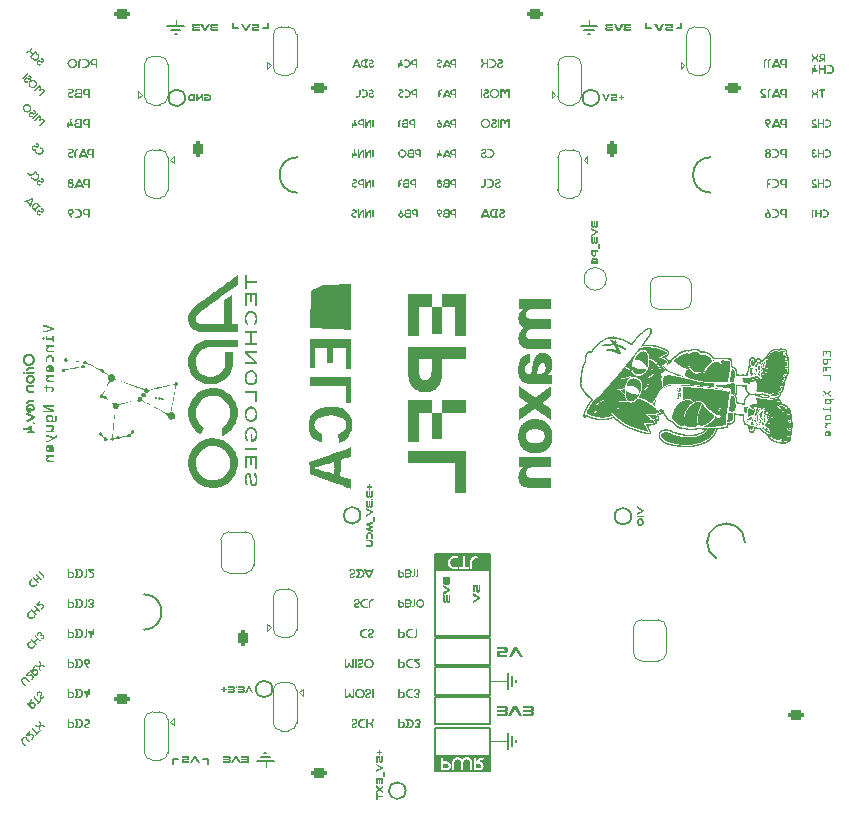
<source format=gbo>
G04 #@! TF.GenerationSoftware,KiCad,Pcbnew,7.0.1*
G04 #@! TF.CreationDate,2023-07-10T20:02:04+02:00*
G04 #@! TF.ProjectId,orion_pcb,6f72696f-6e5f-4706-9362-2e6b69636164,4*
G04 #@! TF.SameCoordinates,Original*
G04 #@! TF.FileFunction,Legend,Bot*
G04 #@! TF.FilePolarity,Positive*
%FSLAX46Y46*%
G04 Gerber Fmt 4.6, Leading zero omitted, Abs format (unit mm)*
G04 Created by KiCad (PCBNEW 7.0.1) date 2023-07-10 20:02:04*
%MOMM*%
%LPD*%
G01*
G04 APERTURE LIST*
G04 Aperture macros list*
%AMRoundRect*
0 Rectangle with rounded corners*
0 $1 Rounding radius*
0 $2 $3 $4 $5 $6 $7 $8 $9 X,Y pos of 4 corners*
0 Add a 4 corners polygon primitive as box body*
4,1,4,$2,$3,$4,$5,$6,$7,$8,$9,$2,$3,0*
0 Add four circle primitives for the rounded corners*
1,1,$1+$1,$2,$3*
1,1,$1+$1,$4,$5*
1,1,$1+$1,$6,$7*
1,1,$1+$1,$8,$9*
0 Add four rect primitives between the rounded corners*
20,1,$1+$1,$2,$3,$4,$5,0*
20,1,$1+$1,$4,$5,$6,$7,0*
20,1,$1+$1,$6,$7,$8,$9,0*
20,1,$1+$1,$8,$9,$2,$3,0*%
%AMFreePoly0*
4,1,19,0.500000,-0.750000,0.000000,-0.750000,0.000000,-0.744911,-0.071157,-0.744911,-0.207708,-0.704816,-0.327430,-0.627875,-0.420627,-0.520320,-0.479746,-0.390866,-0.500000,-0.250000,-0.500000,0.250000,-0.479746,0.390866,-0.420627,0.520320,-0.327430,0.627875,-0.207708,0.704816,-0.071157,0.744911,0.000000,0.744911,0.000000,0.750000,0.500000,0.750000,0.500000,-0.750000,0.500000,-0.750000,
$1*%
%AMFreePoly1*
4,1,5,0.500000,-1.000000,-0.500000,-1.000000,-0.500000,1.000000,0.500000,1.000000,0.500000,-1.000000,0.500000,-1.000000,$1*%
%AMFreePoly2*
4,1,19,0.000000,0.744911,0.071157,0.744911,0.207708,0.704816,0.327430,0.627875,0.420627,0.520320,0.479746,0.390866,0.500000,0.250000,0.500000,-0.250000,0.479746,-0.390866,0.420627,-0.520320,0.327430,-0.627875,0.207708,-0.704816,0.071157,-0.744911,0.000000,-0.744911,0.000000,-0.750000,-0.500000,-0.750000,-0.500000,0.750000,0.000000,0.750000,0.000000,0.744911,0.000000,0.744911,
$1*%
%AMFreePoly3*
4,1,19,0.550000,-0.750000,0.000000,-0.750000,0.000000,-0.744911,-0.071157,-0.744911,-0.207708,-0.704816,-0.327430,-0.627875,-0.420627,-0.520320,-0.479746,-0.390866,-0.500000,-0.250000,-0.500000,0.250000,-0.479746,0.390866,-0.420627,0.520320,-0.327430,0.627875,-0.207708,0.704816,-0.071157,0.744911,0.000000,0.744911,0.000000,0.750000,0.550000,0.750000,0.550000,-0.750000,0.550000,-0.750000,
$1*%
%AMFreePoly4*
4,1,19,0.000000,0.744911,0.071157,0.744911,0.207708,0.704816,0.327430,0.627875,0.420627,0.520320,0.479746,0.390866,0.500000,0.250000,0.500000,-0.250000,0.479746,-0.390866,0.420627,-0.520320,0.327430,-0.627875,0.207708,-0.704816,0.071157,-0.744911,0.000000,-0.744911,0.000000,-0.750000,-0.550000,-0.750000,-0.550000,0.750000,0.000000,0.750000,0.000000,0.744911,0.000000,0.744911,
$1*%
G04 Aperture macros list end*
%ADD10C,0.150000*%
%ADD11C,0.120000*%
%ADD12C,0.100000*%
%ADD13C,0.127000*%
%ADD14C,0.160000*%
%ADD15C,1.200000*%
%ADD16C,2.200000*%
%ADD17C,0.700000*%
%ADD18C,4.400000*%
%ADD19R,2.000000X2.000000*%
%ADD20O,2.000000X2.000000*%
%ADD21O,1.700000X1.700000*%
%ADD22O,1.200000X1.900000*%
%ADD23C,1.450000*%
%ADD24RoundRect,0.200000X-0.450000X0.200000X-0.450000X-0.200000X0.450000X-0.200000X0.450000X0.200000X0*%
%ADD25O,1.300000X0.800000*%
%ADD26RoundRect,0.200000X0.450000X-0.200000X0.450000X0.200000X-0.450000X0.200000X-0.450000X-0.200000X0*%
%ADD27RoundRect,0.200000X-0.200000X-0.450000X0.200000X-0.450000X0.200000X0.450000X-0.200000X0.450000X0*%
%ADD28O,0.800000X1.300000*%
%ADD29R,1.000000X1.000000*%
%ADD30O,1.000000X1.000000*%
%ADD31R,1.700000X1.700000*%
%ADD32RoundRect,0.200000X0.200000X0.450000X-0.200000X0.450000X-0.200000X-0.450000X0.200000X-0.450000X0*%
%ADD33C,1.524000*%
%ADD34FreePoly0,270.000000*%
%ADD35FreePoly1,270.000000*%
%ADD36FreePoly2,270.000000*%
%ADD37C,1.500000*%
%ADD38FreePoly3,90.000000*%
%ADD39R,1.500000X1.000000*%
%ADD40FreePoly4,90.000000*%
%ADD41FreePoly0,0.000000*%
%ADD42FreePoly1,0.000000*%
%ADD43FreePoly2,0.000000*%
%ADD44FreePoly3,270.000000*%
%ADD45FreePoly4,270.000000*%
%ADD46FreePoly0,180.000000*%
%ADD47FreePoly1,180.000000*%
%ADD48FreePoly2,180.000000*%
G04 APERTURE END LIST*
D10*
X168945000Y-69022500D02*
X168545002Y-69022500D01*
X129105000Y-69202500D02*
X128705000Y-69202500D01*
X131454998Y-130977500D02*
X131454998Y-131377500D01*
X157507500Y-124259999D02*
X157507500Y-124334999D01*
X133945000Y-69022500D02*
X133545002Y-69022500D01*
D11*
X128690000Y-68877500D02*
X128690000Y-68370000D01*
D10*
X136310000Y-131122500D02*
X135600000Y-131122500D01*
X164105000Y-69202500D02*
X163705000Y-69202500D01*
X157507501Y-124410000D02*
X157507500Y-124334999D01*
D11*
X163690000Y-68877500D02*
X163690000Y-68370000D01*
D10*
X150650000Y-123200000D02*
X155350000Y-123200000D01*
X155350000Y-125500000D01*
X150650000Y-125500000D01*
X150650000Y-123200000D01*
D11*
X156857500Y-129430000D02*
X155350000Y-129430000D01*
X136310000Y-131122500D02*
X136310000Y-131630000D01*
D10*
X128780000Y-69527500D02*
X128705000Y-69527500D01*
X171520000Y-69017500D02*
X171120000Y-69017500D01*
X162980000Y-68877500D02*
X163690000Y-68877500D01*
X150650000Y-125700000D02*
X155350000Y-125700000D01*
X155350000Y-128000000D01*
X150650000Y-128000000D01*
X150650000Y-125700000D01*
X163780000Y-69527500D02*
X163705000Y-69527500D01*
X163305000Y-69202500D02*
X163705000Y-69202500D01*
X156857500Y-125060000D02*
X156857500Y-124350000D01*
X174000000Y-80000000D02*
G75*
G03*
X174000000Y-83000000I0J-1500000D01*
G01*
X157182500Y-129815001D02*
X157182500Y-129415000D01*
X157182500Y-129015000D02*
X157182500Y-129415000D01*
X135895000Y-130797500D02*
X136295000Y-130797500D01*
X150650000Y-113625000D02*
X155350000Y-113625000D01*
X155350000Y-120500000D01*
X150650000Y-120500000D01*
X150650000Y-113625000D01*
X157182500Y-123935000D02*
X157182500Y-124335000D01*
D11*
X156857500Y-124350000D02*
X155350000Y-124350000D01*
D10*
X156857500Y-124350000D02*
X156857500Y-123640000D01*
X139000000Y-80000000D02*
G75*
G03*
X139000000Y-83000000I0J-1500000D01*
G01*
X133545002Y-69022500D02*
X133545001Y-68622500D01*
X157507500Y-129339999D02*
X157507500Y-129414999D01*
X137020000Y-131122500D02*
X136310000Y-131122500D01*
X156857500Y-130140000D02*
X156857500Y-129430000D01*
X168545002Y-69022500D02*
X168545001Y-68622500D01*
X150650000Y-128300000D02*
X155350000Y-128300000D01*
X155350000Y-132000000D01*
X150650000Y-132000000D01*
X150650000Y-128300000D01*
X126000000Y-120000000D02*
G75*
G03*
X126000000Y-117000000I0J1500000D01*
G01*
X156857500Y-129430000D02*
X156857500Y-128720000D01*
X136370000Y-130472499D02*
X136294999Y-130472500D01*
X136520000Y-69017500D02*
X136120000Y-69017500D01*
X128480000Y-130982499D02*
X128880000Y-130982500D01*
X157182500Y-124735001D02*
X157182500Y-124335000D01*
X128305000Y-69202500D02*
X128705000Y-69202500D01*
X163630000Y-69527500D02*
X163705000Y-69527500D01*
X150650000Y-120700000D02*
X155350000Y-120700000D01*
X155350000Y-123000000D01*
X150650000Y-123000000D01*
X150650000Y-120700000D01*
X127980000Y-68877500D02*
X128690000Y-68877500D01*
X136695001Y-130797500D02*
X136295000Y-130797500D01*
X131055000Y-130977500D02*
X131454998Y-130977500D01*
X176903510Y-112600000D02*
G75*
G03*
X174475000Y-113974998I-1603510J0D01*
G01*
X136219999Y-130472500D02*
X136294999Y-130472500D01*
X128480000Y-131382500D02*
X128480000Y-130982499D01*
X163690000Y-68877500D02*
X164400000Y-68877500D01*
X136520000Y-68617500D02*
X136520000Y-69017500D01*
X128690000Y-68877500D02*
X129400000Y-68877500D01*
X171520000Y-68617500D02*
X171520000Y-69017500D01*
X157507501Y-129490000D02*
X157507500Y-129414999D01*
X128630000Y-69527500D02*
X128705000Y-69527500D01*
D12*
G36*
X170346807Y-69320500D02*
G01*
X170335522Y-69320274D01*
X170324437Y-69319603D01*
X170313561Y-69318492D01*
X170302904Y-69316949D01*
X170292478Y-69314980D01*
X170282292Y-69312592D01*
X170272357Y-69309792D01*
X170262684Y-69306587D01*
X170253283Y-69302983D01*
X170244164Y-69298986D01*
X170235338Y-69294605D01*
X170226816Y-69289845D01*
X170218607Y-69284714D01*
X170210723Y-69279217D01*
X170203173Y-69273363D01*
X170195968Y-69267157D01*
X170189119Y-69260606D01*
X170182637Y-69253718D01*
X170176530Y-69246499D01*
X170170811Y-69238955D01*
X170165489Y-69231094D01*
X170160575Y-69222921D01*
X170156080Y-69214445D01*
X170152013Y-69205672D01*
X170148386Y-69196608D01*
X170145208Y-69187260D01*
X170142490Y-69177635D01*
X170140243Y-69167740D01*
X170138478Y-69157582D01*
X170137203Y-69147167D01*
X170136431Y-69136502D01*
X170136172Y-69125594D01*
X170136431Y-69115052D01*
X170137203Y-69104720D01*
X170138474Y-69094604D01*
X170140236Y-69084713D01*
X170142475Y-69075056D01*
X170145182Y-69065640D01*
X170148344Y-69056475D01*
X170151952Y-69047567D01*
X170155992Y-69038926D01*
X170160455Y-69030560D01*
X170165329Y-69022477D01*
X170170604Y-69014685D01*
X170176267Y-69007193D01*
X170182307Y-69000008D01*
X170188714Y-68993139D01*
X170195477Y-68986595D01*
X170202583Y-68980383D01*
X170210023Y-68974513D01*
X170217784Y-68968991D01*
X170225856Y-68963827D01*
X170234227Y-68959028D01*
X170242886Y-68954603D01*
X170251823Y-68950561D01*
X170261025Y-68946909D01*
X170270482Y-68943655D01*
X170280183Y-68940809D01*
X170290116Y-68938378D01*
X170300270Y-68936370D01*
X170310634Y-68934794D01*
X170321197Y-68933658D01*
X170331947Y-68932971D01*
X170342874Y-68932740D01*
X170608562Y-68932740D01*
X170608562Y-68849648D01*
X170163527Y-68849648D01*
X170163527Y-68685859D01*
X170772180Y-68685859D01*
X170772180Y-69068832D01*
X170349884Y-69068832D01*
X170341634Y-69069605D01*
X170333925Y-69071877D01*
X170326929Y-69075576D01*
X170320819Y-69080629D01*
X170315767Y-69086964D01*
X170311945Y-69094509D01*
X170309525Y-69103193D01*
X170308734Y-69110409D01*
X170308680Y-69112942D01*
X170309164Y-69120321D01*
X170310580Y-69127060D01*
X170313837Y-69135017D01*
X170318551Y-69141757D01*
X170324605Y-69147237D01*
X170331883Y-69151412D01*
X170340269Y-69154239D01*
X170347216Y-69155448D01*
X170354671Y-69155855D01*
X170772180Y-69155855D01*
X170772180Y-69320500D01*
X170346807Y-69320500D01*
G37*
G36*
X169645317Y-69320500D02*
G01*
X169636148Y-69320089D01*
X169627399Y-69318857D01*
X169619072Y-69316804D01*
X169611173Y-69313927D01*
X169603706Y-69310226D01*
X169596674Y-69305701D01*
X169590083Y-69300350D01*
X169583936Y-69294173D01*
X169578237Y-69287168D01*
X169572992Y-69279336D01*
X169569748Y-69273654D01*
X169243537Y-68685859D01*
X169436562Y-68685859D01*
X169664978Y-69115506D01*
X169893223Y-68685859D01*
X170086248Y-68685859D01*
X169760892Y-69273654D01*
X169755969Y-69282039D01*
X169750538Y-69289595D01*
X169744615Y-69296324D01*
X169738214Y-69302225D01*
X169731351Y-69307301D01*
X169724042Y-69311551D01*
X169716301Y-69314977D01*
X169708143Y-69317580D01*
X169699584Y-69319359D01*
X169690639Y-69320317D01*
X169684469Y-69320500D01*
X169645317Y-69320500D01*
G37*
G36*
X184458241Y-72554608D02*
G01*
X184457716Y-72575287D01*
X184456157Y-72595654D01*
X184453588Y-72615686D01*
X184450029Y-72635361D01*
X184445505Y-72654656D01*
X184440039Y-72673548D01*
X184433651Y-72692015D01*
X184426367Y-72710035D01*
X184418208Y-72727584D01*
X184409196Y-72744640D01*
X184399356Y-72761181D01*
X184388709Y-72777184D01*
X184377279Y-72792627D01*
X184365087Y-72807486D01*
X184352158Y-72821740D01*
X184338513Y-72835365D01*
X184324175Y-72848339D01*
X184309168Y-72860640D01*
X184293513Y-72872245D01*
X184277234Y-72883131D01*
X184260353Y-72893277D01*
X184242893Y-72902658D01*
X184224878Y-72911253D01*
X184206328Y-72919039D01*
X184187269Y-72925994D01*
X184167721Y-72932095D01*
X184147708Y-72937319D01*
X184127253Y-72941644D01*
X184106379Y-72945047D01*
X184085107Y-72947505D01*
X184063462Y-72948997D01*
X184041465Y-72949500D01*
X183907033Y-72949500D01*
X183899095Y-72949117D01*
X183884720Y-72946205D01*
X183872356Y-72940756D01*
X183862013Y-72933159D01*
X183853699Y-72923806D01*
X183847424Y-72913086D01*
X183843198Y-72901390D01*
X183841031Y-72889108D01*
X183840930Y-72876632D01*
X183842907Y-72864350D01*
X183846970Y-72852654D01*
X183853129Y-72841934D01*
X183861393Y-72832581D01*
X183871772Y-72824984D01*
X183884275Y-72819535D01*
X183898912Y-72816623D01*
X183907033Y-72816241D01*
X184031499Y-72816241D01*
X184064843Y-72814746D01*
X184096001Y-72810388D01*
X184124978Y-72803359D01*
X184151780Y-72793849D01*
X184176413Y-72782049D01*
X184198882Y-72768149D01*
X184219193Y-72752341D01*
X184237350Y-72734816D01*
X184253360Y-72715764D01*
X184267228Y-72695376D01*
X184278960Y-72673843D01*
X184288560Y-72651356D01*
X184296035Y-72628106D01*
X184301389Y-72604283D01*
X184304629Y-72580078D01*
X184305760Y-72555682D01*
X184304787Y-72531287D01*
X184301715Y-72507082D01*
X184296551Y-72483259D01*
X184289300Y-72460009D01*
X184279966Y-72437521D01*
X184268557Y-72415988D01*
X184255076Y-72395601D01*
X184239530Y-72376549D01*
X184221924Y-72359023D01*
X184202264Y-72343215D01*
X184180555Y-72329316D01*
X184156802Y-72317516D01*
X184131011Y-72308006D01*
X184103187Y-72300976D01*
X184073337Y-72296619D01*
X184041465Y-72295124D01*
X183907033Y-72295124D01*
X183898912Y-72294741D01*
X183884275Y-72291825D01*
X183871772Y-72286368D01*
X183861393Y-72278760D01*
X183853129Y-72269393D01*
X183846970Y-72258657D01*
X183842907Y-72246944D01*
X183840930Y-72234644D01*
X183841031Y-72222149D01*
X183843198Y-72209850D01*
X183847424Y-72198137D01*
X183853699Y-72187401D01*
X183862013Y-72178034D01*
X183872356Y-72170426D01*
X183884720Y-72164969D01*
X183899095Y-72162053D01*
X183907033Y-72161670D01*
X184053774Y-72161670D01*
X184074756Y-72162664D01*
X184095443Y-72164574D01*
X184115812Y-72167378D01*
X184135837Y-72171061D01*
X184155494Y-72175601D01*
X184174759Y-72180982D01*
X184193608Y-72187183D01*
X184212016Y-72194188D01*
X184229959Y-72201976D01*
X184247413Y-72210530D01*
X184264353Y-72219830D01*
X184280754Y-72229858D01*
X184296593Y-72240596D01*
X184311845Y-72252024D01*
X184326486Y-72264125D01*
X184340491Y-72276879D01*
X184353836Y-72290268D01*
X184366497Y-72304273D01*
X184378449Y-72318876D01*
X184389667Y-72334058D01*
X184400129Y-72349799D01*
X184409808Y-72366083D01*
X184418681Y-72382889D01*
X184426724Y-72400200D01*
X184433912Y-72417997D01*
X184440220Y-72436261D01*
X184445625Y-72454973D01*
X184450102Y-72474115D01*
X184453626Y-72493668D01*
X184456173Y-72513613D01*
X184457720Y-72533933D01*
X184458241Y-72554608D01*
G37*
G36*
X183750327Y-72230839D02*
G01*
X183750327Y-72881112D01*
X183749954Y-72889479D01*
X183748865Y-72897290D01*
X183745986Y-72907967D01*
X183741743Y-72917406D01*
X183736285Y-72925614D01*
X183729762Y-72932598D01*
X183722321Y-72938366D01*
X183714113Y-72942926D01*
X183705284Y-72946285D01*
X183695985Y-72948452D01*
X183686364Y-72949434D01*
X183683111Y-72949500D01*
X183673408Y-72948883D01*
X183663867Y-72947039D01*
X183654662Y-72943979D01*
X183645966Y-72939711D01*
X183637950Y-72934245D01*
X183630789Y-72927591D01*
X183624655Y-72919758D01*
X183619721Y-72910756D01*
X183616160Y-72900596D01*
X183614146Y-72889286D01*
X183613746Y-72881112D01*
X183613746Y-72622800D01*
X183602831Y-72617953D01*
X183591926Y-72613514D01*
X183581045Y-72609469D01*
X183570198Y-72605807D01*
X183559397Y-72602513D01*
X183548653Y-72599575D01*
X183537977Y-72596979D01*
X183527382Y-72594712D01*
X183516879Y-72592762D01*
X183506478Y-72591114D01*
X183496192Y-72589755D01*
X183486032Y-72588673D01*
X183476009Y-72587855D01*
X183466135Y-72587287D01*
X183456422Y-72586955D01*
X183446880Y-72586848D01*
X183438015Y-72586938D01*
X183429303Y-72587202D01*
X183420754Y-72587630D01*
X183412375Y-72588211D01*
X183404175Y-72588933D01*
X183396163Y-72589788D01*
X183388346Y-72590764D01*
X183373332Y-72593039D01*
X183359202Y-72595674D01*
X183346021Y-72598585D01*
X183333857Y-72601688D01*
X183322778Y-72604899D01*
X183312849Y-72608135D01*
X183304138Y-72611311D01*
X183296712Y-72614345D01*
X183288128Y-72618442D01*
X183281195Y-72623368D01*
X183280990Y-72623973D01*
X183280990Y-72881112D01*
X183280593Y-72889286D01*
X183278588Y-72900596D01*
X183275043Y-72910756D01*
X183270127Y-72919758D01*
X183264011Y-72927591D01*
X183256864Y-72934245D01*
X183248857Y-72939711D01*
X183240159Y-72943979D01*
X183230942Y-72947039D01*
X183221373Y-72948883D01*
X183211625Y-72949500D01*
X183201901Y-72948883D01*
X183192399Y-72947039D01*
X183183279Y-72943979D01*
X183174702Y-72939711D01*
X183166829Y-72934245D01*
X183159819Y-72927591D01*
X183153833Y-72919758D01*
X183149032Y-72910756D01*
X183145575Y-72900596D01*
X183143623Y-72889286D01*
X183143237Y-72881112D01*
X183143237Y-72230839D01*
X183143623Y-72222399D01*
X183144749Y-72214516D01*
X183147722Y-72203731D01*
X183152093Y-72194190D01*
X183157702Y-72185887D01*
X183164388Y-72178816D01*
X183171992Y-72172971D01*
X183180352Y-72168346D01*
X183189308Y-72164936D01*
X183198701Y-72162735D01*
X183208369Y-72161736D01*
X183211625Y-72161670D01*
X183221373Y-72162268D01*
X183230942Y-72164068D01*
X183240159Y-72167075D01*
X183248857Y-72171294D01*
X183256864Y-72176731D01*
X183264011Y-72183393D01*
X183270127Y-72191285D01*
X183275043Y-72200413D01*
X183278588Y-72210782D01*
X183280593Y-72222399D01*
X183280990Y-72230839D01*
X183280990Y-72489541D01*
X183282162Y-72489541D01*
X183292014Y-72486930D01*
X183301163Y-72484602D01*
X183308839Y-72482803D01*
X183317747Y-72480879D01*
X183327860Y-72478892D01*
X183339153Y-72476906D01*
X183351598Y-72474982D01*
X183365171Y-72473183D01*
X183379844Y-72471571D01*
X183395593Y-72470209D01*
X183403862Y-72469641D01*
X183412391Y-72469159D01*
X183421175Y-72468770D01*
X183430211Y-72468483D01*
X183439497Y-72468304D01*
X183449029Y-72468243D01*
X183458156Y-72468311D01*
X183467439Y-72468520D01*
X183476877Y-72468877D01*
X183486472Y-72469391D01*
X183496221Y-72470070D01*
X183506127Y-72470922D01*
X183516188Y-72471955D01*
X183526405Y-72473177D01*
X183536778Y-72474596D01*
X183547306Y-72476219D01*
X183557990Y-72478056D01*
X183568830Y-72480114D01*
X183579826Y-72482400D01*
X183590977Y-72484924D01*
X183602284Y-72487692D01*
X183613746Y-72490714D01*
X183613746Y-72230839D01*
X183614119Y-72222399D01*
X183615208Y-72214516D01*
X183618088Y-72203731D01*
X183622331Y-72194190D01*
X183627788Y-72185887D01*
X183634312Y-72178816D01*
X183641752Y-72172971D01*
X183649961Y-72168346D01*
X183658789Y-72164936D01*
X183668088Y-72162735D01*
X183677709Y-72161736D01*
X183680962Y-72161670D01*
X183690665Y-72162296D01*
X183700206Y-72164168D01*
X183709411Y-72167275D01*
X183718108Y-72171603D01*
X183726123Y-72177142D01*
X183733285Y-72183880D01*
X183739418Y-72191806D01*
X183744352Y-72200907D01*
X183747913Y-72211173D01*
X183749928Y-72222592D01*
X183750327Y-72230839D01*
G37*
G36*
X183051793Y-72693924D02*
G01*
X183050084Y-72703561D01*
X183047478Y-72712826D01*
X183043965Y-72721592D01*
X183039534Y-72729734D01*
X183034175Y-72737126D01*
X183027876Y-72743643D01*
X183020627Y-72749160D01*
X183012418Y-72753550D01*
X183003237Y-72756688D01*
X182993075Y-72758448D01*
X182985749Y-72758795D01*
X182680934Y-72758795D01*
X182680934Y-72879744D01*
X182680561Y-72888111D01*
X182679473Y-72895922D01*
X182676593Y-72906600D01*
X182672350Y-72916039D01*
X182666892Y-72924246D01*
X182660369Y-72931230D01*
X182652929Y-72936998D01*
X182644720Y-72941558D01*
X182635891Y-72944918D01*
X182626592Y-72947085D01*
X182616971Y-72948066D01*
X182613719Y-72948132D01*
X182604015Y-72947515D01*
X182594475Y-72945672D01*
X182585269Y-72942611D01*
X182576573Y-72938343D01*
X182568557Y-72932877D01*
X182561396Y-72926223D01*
X182555262Y-72918390D01*
X182550328Y-72909389D01*
X182546768Y-72899228D01*
X182544753Y-72887918D01*
X182544354Y-72879744D01*
X182544354Y-72537608D01*
X182544740Y-72529202D01*
X182545866Y-72521349D01*
X182548839Y-72510602D01*
X182553210Y-72501091D01*
X182558819Y-72492810D01*
X182565505Y-72485756D01*
X182573108Y-72479922D01*
X182581468Y-72475304D01*
X182590425Y-72471898D01*
X182599817Y-72469699D01*
X182609485Y-72468701D01*
X182612742Y-72468634D01*
X182622416Y-72469233D01*
X182631877Y-72471031D01*
X182640965Y-72474035D01*
X182649517Y-72478248D01*
X182657372Y-72483676D01*
X182664368Y-72490323D01*
X182670346Y-72498194D01*
X182675143Y-72507295D01*
X182678597Y-72517629D01*
X182680548Y-72529202D01*
X182680934Y-72537608D01*
X182680934Y-72624363D01*
X182822204Y-72624363D01*
X182815649Y-72616357D01*
X182809290Y-72608167D01*
X182803138Y-72599793D01*
X182797203Y-72591236D01*
X182791496Y-72582498D01*
X182786028Y-72573579D01*
X182780809Y-72564480D01*
X182775850Y-72555203D01*
X182771161Y-72545748D01*
X182766754Y-72536116D01*
X182763977Y-72529597D01*
X182758608Y-72517054D01*
X182753837Y-72504787D01*
X182749629Y-72492812D01*
X182745949Y-72481142D01*
X182742762Y-72469795D01*
X182740034Y-72458785D01*
X182737730Y-72448126D01*
X182735816Y-72437835D01*
X182734256Y-72427926D01*
X182733017Y-72418415D01*
X182732064Y-72409317D01*
X182731361Y-72400646D01*
X182730875Y-72392419D01*
X182730476Y-72380941D01*
X182730369Y-72370546D01*
X182730501Y-72358970D01*
X182730771Y-72350733D01*
X182731225Y-72342087D01*
X182731898Y-72333040D01*
X182732821Y-72323600D01*
X182734030Y-72313773D01*
X182735557Y-72303567D01*
X182737436Y-72292988D01*
X182739701Y-72282045D01*
X182742384Y-72270743D01*
X182745520Y-72259091D01*
X182749141Y-72247095D01*
X182753282Y-72234763D01*
X182757976Y-72222101D01*
X182763256Y-72209118D01*
X182766126Y-72202507D01*
X182769872Y-72194953D01*
X182774145Y-72188218D01*
X182780560Y-72180481D01*
X182787664Y-72174131D01*
X182795315Y-72169129D01*
X182803371Y-72165435D01*
X182811691Y-72163011D01*
X182820132Y-72161817D01*
X182824354Y-72161670D01*
X182832712Y-72162148D01*
X182840880Y-72163550D01*
X182848778Y-72165833D01*
X182856325Y-72168948D01*
X182863442Y-72172852D01*
X182870048Y-72177497D01*
X182876064Y-72182838D01*
X182881409Y-72188830D01*
X182885909Y-72195510D01*
X182890111Y-72203394D01*
X182893401Y-72211944D01*
X182895380Y-72220294D01*
X182896063Y-72228299D01*
X182895388Y-72236857D01*
X182893665Y-72244492D01*
X182890940Y-72252088D01*
X182889420Y-72255459D01*
X182884531Y-72267605D01*
X182880376Y-72279054D01*
X182876898Y-72289799D01*
X182874039Y-72299835D01*
X182871740Y-72309155D01*
X182869945Y-72317754D01*
X182868596Y-72325625D01*
X182867280Y-72336054D01*
X182866640Y-72344812D01*
X182866504Y-72353855D01*
X182866893Y-72361678D01*
X182866950Y-72362730D01*
X182867107Y-72371733D01*
X182867576Y-72380745D01*
X182868356Y-72389757D01*
X182869444Y-72398760D01*
X182870838Y-72407743D01*
X182872536Y-72416697D01*
X182874534Y-72425613D01*
X182876832Y-72434480D01*
X182879427Y-72443289D01*
X182882316Y-72452030D01*
X182885498Y-72460694D01*
X182888969Y-72469270D01*
X182892729Y-72477750D01*
X182896773Y-72486123D01*
X182901102Y-72494380D01*
X182905711Y-72502511D01*
X182910599Y-72510506D01*
X182915763Y-72518356D01*
X182921202Y-72526050D01*
X182926913Y-72533580D01*
X182932894Y-72540936D01*
X182939142Y-72548107D01*
X182945655Y-72555085D01*
X182952431Y-72561859D01*
X182959469Y-72568419D01*
X182966764Y-72574757D01*
X182974316Y-72580862D01*
X182982122Y-72586725D01*
X182990179Y-72592336D01*
X182998486Y-72597685D01*
X183007041Y-72602763D01*
X183015840Y-72607560D01*
X183023252Y-72612130D01*
X183029696Y-72617517D01*
X183035225Y-72623600D01*
X183039890Y-72630259D01*
X183043743Y-72637373D01*
X183046837Y-72644820D01*
X183049224Y-72652481D01*
X183050956Y-72660234D01*
X183052337Y-72670506D01*
X183052770Y-72680442D01*
X183052565Y-72688447D01*
X183051793Y-72693924D01*
G37*
G36*
X156534612Y-121435000D02*
G01*
X156550733Y-121435321D01*
X156566569Y-121436280D01*
X156582107Y-121437867D01*
X156597330Y-121440071D01*
X156612225Y-121442884D01*
X156626776Y-121446295D01*
X156640968Y-121450295D01*
X156654787Y-121454875D01*
X156668218Y-121460024D01*
X156681244Y-121465733D01*
X156693853Y-121471992D01*
X156706028Y-121478791D01*
X156717754Y-121486122D01*
X156729018Y-121493974D01*
X156739803Y-121502338D01*
X156750095Y-121511203D01*
X156759880Y-121520561D01*
X156769141Y-121530402D01*
X156777864Y-121540715D01*
X156786034Y-121551492D01*
X156793637Y-121562722D01*
X156800657Y-121574397D01*
X156807079Y-121586506D01*
X156812889Y-121599039D01*
X156818071Y-121611988D01*
X156822610Y-121625341D01*
X156826493Y-121639091D01*
X156829702Y-121653227D01*
X156832225Y-121667739D01*
X156834045Y-121682617D01*
X156835148Y-121697853D01*
X156835519Y-121713436D01*
X156835149Y-121728495D01*
X156834047Y-121743256D01*
X156832230Y-121757708D01*
X156829713Y-121771837D01*
X156826514Y-121785633D01*
X156822647Y-121799084D01*
X156818130Y-121812178D01*
X156812977Y-121824903D01*
X156807204Y-121837247D01*
X156800828Y-121849199D01*
X156793865Y-121860746D01*
X156786331Y-121871877D01*
X156778241Y-121882581D01*
X156769611Y-121892845D01*
X156760458Y-121902657D01*
X156750798Y-121912006D01*
X156740646Y-121920880D01*
X156730018Y-121929266D01*
X156718930Y-121937155D01*
X156707399Y-121944532D01*
X156695440Y-121951387D01*
X156683070Y-121957708D01*
X156670303Y-121963483D01*
X156657157Y-121968701D01*
X156643647Y-121973348D01*
X156629789Y-121977415D01*
X156615599Y-121980888D01*
X156601093Y-121983756D01*
X156586288Y-121986007D01*
X156571198Y-121987630D01*
X156555840Y-121988612D01*
X156540230Y-121988942D01*
X156160676Y-121988942D01*
X156160676Y-122107644D01*
X156796441Y-122107644D01*
X156796441Y-122341629D01*
X155926936Y-122341629D01*
X155926936Y-121794525D01*
X156530216Y-121794525D01*
X156542002Y-121793420D01*
X156553014Y-121790174D01*
X156563008Y-121784891D01*
X156571737Y-121777672D01*
X156578955Y-121768622D01*
X156584415Y-121757843D01*
X156587871Y-121745438D01*
X156589001Y-121735129D01*
X156589078Y-121731510D01*
X156588388Y-121720968D01*
X156586364Y-121711341D01*
X156581711Y-121699975D01*
X156574978Y-121690346D01*
X156566329Y-121682518D01*
X156555932Y-121676553D01*
X156543952Y-121672514D01*
X156534028Y-121670787D01*
X156523377Y-121670205D01*
X155926936Y-121670205D01*
X155926936Y-121435000D01*
X156534612Y-121435000D01*
G37*
G36*
X157536741Y-121435000D02*
G01*
X157549839Y-121435586D01*
X157562338Y-121437345D01*
X157574233Y-121440279D01*
X157585517Y-121444389D01*
X157596185Y-121449676D01*
X157606230Y-121456140D01*
X157615646Y-121463784D01*
X157624428Y-121472609D01*
X157632568Y-121482615D01*
X157640062Y-121493805D01*
X157644696Y-121501922D01*
X158110711Y-122341629D01*
X157834961Y-122341629D01*
X157508653Y-121727847D01*
X157182588Y-122341629D01*
X156906838Y-122341629D01*
X157371632Y-121501922D01*
X157378666Y-121489943D01*
X157386424Y-121479149D01*
X157394886Y-121469536D01*
X157404030Y-121461105D01*
X157413834Y-121453855D01*
X157424276Y-121447783D01*
X157435335Y-121442888D01*
X157446989Y-121439171D01*
X157459216Y-121436628D01*
X157471994Y-121435260D01*
X157480809Y-121435000D01*
X157536741Y-121435000D01*
G37*
G36*
X166827633Y-69330500D02*
G01*
X166815034Y-69330288D01*
X166802789Y-69329658D01*
X166790901Y-69328614D01*
X166779372Y-69327163D01*
X166768206Y-69325310D01*
X166757406Y-69323061D01*
X166746975Y-69320422D01*
X166736915Y-69317399D01*
X166727230Y-69313997D01*
X166717924Y-69310222D01*
X166708998Y-69306080D01*
X166700457Y-69301576D01*
X166692302Y-69296717D01*
X166684538Y-69291508D01*
X166677166Y-69285955D01*
X166670191Y-69280063D01*
X166663615Y-69273839D01*
X166657442Y-69267288D01*
X166651673Y-69260416D01*
X166646313Y-69253229D01*
X166641365Y-69245732D01*
X166636830Y-69237932D01*
X166632713Y-69229833D01*
X166629017Y-69221442D01*
X166625744Y-69212765D01*
X166622898Y-69203806D01*
X166620481Y-69194573D01*
X166618497Y-69185071D01*
X166616948Y-69175305D01*
X166615838Y-69165281D01*
X166615170Y-69155006D01*
X166614947Y-69144484D01*
X166615055Y-69137311D01*
X166615378Y-69130282D01*
X166615910Y-69123400D01*
X166617586Y-69110088D01*
X166620050Y-69097391D01*
X166623266Y-69085331D01*
X166627201Y-69073925D01*
X166631818Y-69063193D01*
X166637085Y-69053153D01*
X166642966Y-69043825D01*
X166649427Y-69035228D01*
X166656433Y-69027381D01*
X166663950Y-69020303D01*
X166671942Y-69014013D01*
X166680377Y-69008529D01*
X166689218Y-69003872D01*
X166698431Y-69000059D01*
X166703167Y-68998476D01*
X166694936Y-68994795D01*
X166687174Y-68990373D01*
X166679890Y-68985232D01*
X166673092Y-68979397D01*
X166666790Y-68972890D01*
X166660990Y-68965736D01*
X166655703Y-68957957D01*
X166650936Y-68949578D01*
X166646698Y-68940622D01*
X166642997Y-68931113D01*
X166639842Y-68921074D01*
X166637242Y-68910528D01*
X166635205Y-68899499D01*
X166633739Y-68888011D01*
X166632854Y-68876087D01*
X166632557Y-68863751D01*
X166632716Y-68854891D01*
X166633197Y-68846172D01*
X166634004Y-68837604D01*
X166635144Y-68829196D01*
X166636621Y-68820956D01*
X166638439Y-68812895D01*
X166640606Y-68805021D01*
X166643125Y-68797343D01*
X166646001Y-68789871D01*
X166649240Y-68782614D01*
X166652847Y-68775580D01*
X166656828Y-68768780D01*
X166661186Y-68762222D01*
X166665928Y-68755916D01*
X166671058Y-68749870D01*
X166676581Y-68744094D01*
X166682504Y-68738597D01*
X166688830Y-68733388D01*
X166695565Y-68728477D01*
X166702714Y-68723872D01*
X166710283Y-68719582D01*
X166718276Y-68715618D01*
X166726698Y-68711988D01*
X166735555Y-68708700D01*
X166744852Y-68705766D01*
X166754594Y-68703192D01*
X166764786Y-68700990D01*
X166775433Y-68699167D01*
X166786540Y-68697734D01*
X166798113Y-68696698D01*
X166810156Y-68696070D01*
X166822675Y-68695859D01*
X167288226Y-68695859D01*
X167288226Y-68854690D01*
X166845243Y-68854690D01*
X166837314Y-68855112D01*
X166830079Y-68856370D01*
X166823558Y-68858454D01*
X166816005Y-68862498D01*
X166809797Y-68867964D01*
X166804978Y-68874826D01*
X166801594Y-68883057D01*
X166800022Y-68890115D01*
X166799301Y-68897917D01*
X166799252Y-68900681D01*
X166799686Y-68908750D01*
X166800977Y-68916114D01*
X166803104Y-68922755D01*
X166807211Y-68930449D01*
X166812730Y-68936774D01*
X166819616Y-68941686D01*
X166827825Y-68945138D01*
X166834824Y-68946741D01*
X166842524Y-68947477D01*
X166845243Y-68947527D01*
X167281388Y-68947527D01*
X167281388Y-69078832D01*
X166835498Y-69078832D01*
X166826997Y-69079300D01*
X166819209Y-69080686D01*
X166812160Y-69082959D01*
X166805877Y-69086090D01*
X166798739Y-69091548D01*
X166793076Y-69098408D01*
X166789835Y-69104432D01*
X166787486Y-69111175D01*
X166786057Y-69118609D01*
X166785575Y-69126703D01*
X166786057Y-69134310D01*
X166787486Y-69141249D01*
X166790817Y-69149434D01*
X166795719Y-69156360D01*
X166802128Y-69161984D01*
X166809979Y-69166265D01*
X166816776Y-69168569D01*
X166824321Y-69170075D01*
X166832587Y-69170767D01*
X166835498Y-69170814D01*
X167288226Y-69170814D01*
X167288226Y-69330500D01*
X166827633Y-69330500D01*
G37*
G36*
X166183760Y-69330500D02*
G01*
X166174592Y-69330089D01*
X166165842Y-69328857D01*
X166157516Y-69326804D01*
X166149617Y-69323927D01*
X166142149Y-69320226D01*
X166135118Y-69315701D01*
X166128527Y-69310350D01*
X166122379Y-69304173D01*
X166116681Y-69297168D01*
X166111435Y-69289336D01*
X166108192Y-69283654D01*
X165781981Y-68695859D01*
X165975006Y-68695859D01*
X166203422Y-69125506D01*
X166431667Y-68695859D01*
X166624692Y-68695859D01*
X166299336Y-69283654D01*
X166294413Y-69292039D01*
X166288982Y-69299595D01*
X166283059Y-69306324D01*
X166276658Y-69312225D01*
X166269795Y-69317301D01*
X166262485Y-69321551D01*
X166254744Y-69324977D01*
X166246586Y-69327580D01*
X166238028Y-69329359D01*
X166229083Y-69330317D01*
X166222912Y-69330500D01*
X166183760Y-69330500D01*
G37*
G36*
X165283432Y-69330500D02*
G01*
X165270833Y-69330288D01*
X165258588Y-69329658D01*
X165246700Y-69328614D01*
X165235171Y-69327163D01*
X165224005Y-69325310D01*
X165213205Y-69323061D01*
X165202774Y-69320422D01*
X165192714Y-69317399D01*
X165183030Y-69313997D01*
X165173723Y-69310222D01*
X165164797Y-69306080D01*
X165156256Y-69301576D01*
X165148101Y-69296717D01*
X165140337Y-69291508D01*
X165132965Y-69285955D01*
X165125990Y-69280063D01*
X165119414Y-69273839D01*
X165113241Y-69267288D01*
X165107472Y-69260416D01*
X165102112Y-69253229D01*
X165097164Y-69245732D01*
X165092629Y-69237932D01*
X165088512Y-69229833D01*
X165084816Y-69221442D01*
X165081543Y-69212765D01*
X165078697Y-69203806D01*
X165076280Y-69194573D01*
X165074296Y-69185071D01*
X165072747Y-69175305D01*
X165071637Y-69165281D01*
X165070969Y-69155006D01*
X165070746Y-69144484D01*
X165070854Y-69137311D01*
X165071177Y-69130282D01*
X165071709Y-69123400D01*
X165073386Y-69110088D01*
X165075849Y-69097391D01*
X165079065Y-69085331D01*
X165083000Y-69073925D01*
X165087618Y-69063193D01*
X165092884Y-69053153D01*
X165098765Y-69043825D01*
X165105226Y-69035228D01*
X165112232Y-69027381D01*
X165119749Y-69020303D01*
X165127741Y-69014013D01*
X165136176Y-69008529D01*
X165145017Y-69003872D01*
X165154231Y-69000059D01*
X165158966Y-68998476D01*
X165150735Y-68994795D01*
X165142973Y-68990373D01*
X165135689Y-68985232D01*
X165128891Y-68979397D01*
X165122589Y-68972890D01*
X165116789Y-68965736D01*
X165111502Y-68957957D01*
X165106735Y-68949578D01*
X165102497Y-68940622D01*
X165098796Y-68931113D01*
X165095641Y-68921074D01*
X165093041Y-68910528D01*
X165091004Y-68899499D01*
X165089538Y-68888011D01*
X165088653Y-68876087D01*
X165088356Y-68863751D01*
X165088515Y-68854891D01*
X165088996Y-68846172D01*
X165089803Y-68837604D01*
X165090943Y-68829196D01*
X165092420Y-68820956D01*
X165094239Y-68812895D01*
X165096405Y-68805021D01*
X165098924Y-68797343D01*
X165101800Y-68789871D01*
X165105039Y-68782614D01*
X165108646Y-68775580D01*
X165112627Y-68768780D01*
X165116985Y-68762222D01*
X165121727Y-68755916D01*
X165126857Y-68749870D01*
X165132380Y-68744094D01*
X165138303Y-68738597D01*
X165144629Y-68733388D01*
X165151364Y-68728477D01*
X165158513Y-68723872D01*
X165166082Y-68719582D01*
X165174075Y-68715618D01*
X165182497Y-68711988D01*
X165191354Y-68708700D01*
X165200651Y-68705766D01*
X165210393Y-68703192D01*
X165220585Y-68700990D01*
X165231232Y-68699167D01*
X165242339Y-68697734D01*
X165253912Y-68696698D01*
X165265955Y-68696070D01*
X165278474Y-68695859D01*
X165744026Y-68695859D01*
X165744026Y-68854690D01*
X165301042Y-68854690D01*
X165293113Y-68855112D01*
X165285878Y-68856370D01*
X165279357Y-68858454D01*
X165271804Y-68862498D01*
X165265596Y-68867964D01*
X165260777Y-68874826D01*
X165257393Y-68883057D01*
X165255821Y-68890115D01*
X165255100Y-68897917D01*
X165255051Y-68900681D01*
X165255486Y-68908750D01*
X165256776Y-68916114D01*
X165258903Y-68922755D01*
X165263010Y-68930449D01*
X165268529Y-68936774D01*
X165275415Y-68941686D01*
X165283624Y-68945138D01*
X165290623Y-68946741D01*
X165298323Y-68947477D01*
X165301042Y-68947527D01*
X165737187Y-68947527D01*
X165737187Y-69078832D01*
X165291297Y-69078832D01*
X165282796Y-69079300D01*
X165275008Y-69080686D01*
X165267959Y-69082959D01*
X165261676Y-69086090D01*
X165254538Y-69091548D01*
X165248875Y-69098408D01*
X165245634Y-69104432D01*
X165243285Y-69111175D01*
X165241856Y-69118609D01*
X165241374Y-69126703D01*
X165241856Y-69134310D01*
X165243285Y-69141249D01*
X165246616Y-69149434D01*
X165251518Y-69156360D01*
X165257927Y-69161984D01*
X165265778Y-69166265D01*
X165272575Y-69168569D01*
X165280120Y-69170075D01*
X165288386Y-69170767D01*
X165291297Y-69170814D01*
X165744026Y-69170814D01*
X165744026Y-69330500D01*
X165283432Y-69330500D01*
G37*
G36*
X156548534Y-126435000D02*
G01*
X156566532Y-126435302D01*
X156584026Y-126436202D01*
X156601009Y-126437693D01*
X156617479Y-126439766D01*
X156633430Y-126442413D01*
X156648859Y-126445625D01*
X156663761Y-126449395D01*
X156678132Y-126453715D01*
X156691967Y-126458575D01*
X156705262Y-126463968D01*
X156718013Y-126469885D01*
X156730215Y-126476319D01*
X156741864Y-126483260D01*
X156752956Y-126490702D01*
X156763487Y-126498635D01*
X156773451Y-126507051D01*
X156782845Y-126515943D01*
X156791665Y-126525301D01*
X156799905Y-126535118D01*
X156807563Y-126545386D01*
X156814632Y-126556096D01*
X156821110Y-126567239D01*
X156826991Y-126578809D01*
X156832272Y-126590796D01*
X156836947Y-126603192D01*
X156841014Y-126615990D01*
X156844466Y-126629180D01*
X156847301Y-126642755D01*
X156849513Y-126656706D01*
X156851099Y-126671025D01*
X156852053Y-126685705D01*
X156852372Y-126700736D01*
X156852217Y-126710983D01*
X156851756Y-126721024D01*
X156850996Y-126730855D01*
X156848601Y-126749874D01*
X156845081Y-126768011D01*
X156840487Y-126785241D01*
X156834866Y-126801535D01*
X156828270Y-126816867D01*
X156820746Y-126831209D01*
X156812344Y-126844534D01*
X156803115Y-126856815D01*
X156793106Y-126868026D01*
X156782368Y-126878137D01*
X156770950Y-126887124D01*
X156758901Y-126894957D01*
X156746270Y-126901611D01*
X156733108Y-126907057D01*
X156726343Y-126909319D01*
X156738102Y-126914577D01*
X156749190Y-126920895D01*
X156759596Y-126928239D01*
X156769307Y-126936575D01*
X156778311Y-126945870D01*
X156786595Y-126956091D01*
X156794149Y-126967203D01*
X156800959Y-126979173D01*
X156807013Y-126991967D01*
X156812300Y-127005552D01*
X156816807Y-127019894D01*
X156820521Y-127034959D01*
X156823432Y-127050714D01*
X156825525Y-127067126D01*
X156826791Y-127084160D01*
X156827215Y-127101782D01*
X156826988Y-127114440D01*
X156826301Y-127126895D01*
X156825147Y-127139136D01*
X156823519Y-127151148D01*
X156821409Y-127162918D01*
X156818811Y-127174435D01*
X156815716Y-127185684D01*
X156812118Y-127196652D01*
X156808009Y-127207326D01*
X156803381Y-127217694D01*
X156798228Y-127227741D01*
X156792542Y-127237456D01*
X156786316Y-127246824D01*
X156779542Y-127255834D01*
X156772214Y-127264471D01*
X156764323Y-127272722D01*
X156755862Y-127280575D01*
X156746825Y-127288016D01*
X156737203Y-127295032D01*
X156726990Y-127301611D01*
X156716178Y-127307738D01*
X156704759Y-127313402D01*
X156692727Y-127318588D01*
X156680074Y-127323284D01*
X156666793Y-127327477D01*
X156652876Y-127331153D01*
X156638316Y-127334299D01*
X156623106Y-127336903D01*
X156607239Y-127338951D01*
X156590706Y-127340430D01*
X156573501Y-127341327D01*
X156555617Y-127341629D01*
X155890544Y-127341629D01*
X155890544Y-127114727D01*
X156523377Y-127114727D01*
X156534705Y-127114125D01*
X156545040Y-127112327D01*
X156554356Y-127109350D01*
X156565147Y-127103573D01*
X156574015Y-127095765D01*
X156580898Y-127085962D01*
X156585734Y-127074203D01*
X156587978Y-127064121D01*
X156589009Y-127052975D01*
X156589078Y-127049026D01*
X156588458Y-127037499D01*
X156586615Y-127026978D01*
X156583576Y-127017492D01*
X156577709Y-127006501D01*
X156569825Y-126997464D01*
X156559988Y-126990447D01*
X156548260Y-126985516D01*
X156538262Y-126983226D01*
X156527262Y-126982174D01*
X156523377Y-126982103D01*
X155900314Y-126982103D01*
X155900314Y-126794525D01*
X156537299Y-126794525D01*
X156549443Y-126793856D01*
X156560569Y-126791877D01*
X156570639Y-126788629D01*
X156579614Y-126784157D01*
X156589811Y-126776359D01*
X156597902Y-126766559D01*
X156602532Y-126757954D01*
X156605887Y-126748320D01*
X156607929Y-126737700D01*
X156608618Y-126726137D01*
X156607929Y-126715270D01*
X156605887Y-126705357D01*
X156601128Y-126693664D01*
X156594125Y-126683771D01*
X156584970Y-126675736D01*
X156573754Y-126669620D01*
X156564045Y-126666329D01*
X156553266Y-126664177D01*
X156541457Y-126663189D01*
X156537299Y-126663122D01*
X155890544Y-126663122D01*
X155890544Y-126435000D01*
X156548534Y-126435000D01*
G37*
G36*
X157468353Y-126435000D02*
G01*
X157481451Y-126435586D01*
X157493950Y-126437345D01*
X157505845Y-126440279D01*
X157517129Y-126444389D01*
X157527797Y-126449676D01*
X157537842Y-126456140D01*
X157547258Y-126463784D01*
X157556040Y-126472609D01*
X157564180Y-126482615D01*
X157571674Y-126493805D01*
X157576308Y-126501922D01*
X158042323Y-127341629D01*
X157766573Y-127341629D01*
X157440265Y-126727847D01*
X157114200Y-127341629D01*
X156838450Y-127341629D01*
X157303244Y-126501922D01*
X157310278Y-126489943D01*
X157318036Y-126479149D01*
X157326498Y-126469536D01*
X157335642Y-126461105D01*
X157345446Y-126453855D01*
X157355888Y-126447783D01*
X157366947Y-126442888D01*
X157378601Y-126439171D01*
X157390828Y-126436628D01*
X157403606Y-126435260D01*
X157412421Y-126435000D01*
X157468353Y-126435000D01*
G37*
G36*
X158754535Y-126435000D02*
G01*
X158772534Y-126435302D01*
X158790027Y-126436202D01*
X158807010Y-126437693D01*
X158823480Y-126439766D01*
X158839432Y-126442413D01*
X158854860Y-126445625D01*
X158869762Y-126449395D01*
X158884133Y-126453715D01*
X158897968Y-126458575D01*
X158911263Y-126463968D01*
X158924014Y-126469885D01*
X158936216Y-126476319D01*
X158947866Y-126483260D01*
X158958958Y-126490702D01*
X158969488Y-126498635D01*
X158979453Y-126507051D01*
X158988847Y-126515943D01*
X158997666Y-126525301D01*
X159005907Y-126535118D01*
X159013564Y-126545386D01*
X159020634Y-126556096D01*
X159027111Y-126567239D01*
X159032993Y-126578809D01*
X159038273Y-126590796D01*
X159042949Y-126603192D01*
X159047015Y-126615990D01*
X159050468Y-126629180D01*
X159053302Y-126642755D01*
X159055514Y-126656706D01*
X159057100Y-126671025D01*
X159058054Y-126685705D01*
X159058374Y-126700736D01*
X159058219Y-126710983D01*
X159057758Y-126721024D01*
X159056997Y-126730855D01*
X159054602Y-126749874D01*
X159051083Y-126768011D01*
X159046488Y-126785241D01*
X159040868Y-126801535D01*
X159034271Y-126816867D01*
X159026747Y-126831209D01*
X159018346Y-126844534D01*
X159009116Y-126856815D01*
X158999107Y-126868026D01*
X158988369Y-126878137D01*
X158976951Y-126887124D01*
X158964902Y-126894957D01*
X158952272Y-126901611D01*
X158939109Y-126907057D01*
X158932344Y-126909319D01*
X158944103Y-126914577D01*
X158955191Y-126920895D01*
X158965597Y-126928239D01*
X158975308Y-126936575D01*
X158984312Y-126945870D01*
X158992597Y-126956091D01*
X159000150Y-126967203D01*
X159006960Y-126979173D01*
X159013015Y-126991967D01*
X159018301Y-127005552D01*
X159022808Y-127019894D01*
X159026523Y-127034959D01*
X159029433Y-127050714D01*
X159031527Y-127067126D01*
X159032792Y-127084160D01*
X159033217Y-127101782D01*
X159032989Y-127114440D01*
X159032302Y-127126895D01*
X159031148Y-127139136D01*
X159029520Y-127151148D01*
X159027411Y-127162918D01*
X159024812Y-127174435D01*
X159021718Y-127185684D01*
X159018119Y-127196652D01*
X159014010Y-127207326D01*
X159009383Y-127217694D01*
X159004230Y-127227741D01*
X158998544Y-127237456D01*
X158992317Y-127246824D01*
X158985544Y-127255834D01*
X158978215Y-127264471D01*
X158970324Y-127272722D01*
X158961863Y-127280575D01*
X158952826Y-127288016D01*
X158943204Y-127295032D01*
X158932991Y-127301611D01*
X158922179Y-127307738D01*
X158910760Y-127313402D01*
X158898728Y-127318588D01*
X158886075Y-127323284D01*
X158872794Y-127327477D01*
X158858877Y-127331153D01*
X158844318Y-127334299D01*
X158829108Y-127336903D01*
X158813240Y-127338951D01*
X158796708Y-127340430D01*
X158779503Y-127341327D01*
X158761618Y-127341629D01*
X158096545Y-127341629D01*
X158096545Y-127114727D01*
X158729378Y-127114727D01*
X158740706Y-127114125D01*
X158751042Y-127112327D01*
X158760358Y-127109350D01*
X158771148Y-127103573D01*
X158780016Y-127095765D01*
X158786900Y-127085962D01*
X158791735Y-127074203D01*
X158793980Y-127064121D01*
X158795011Y-127052975D01*
X158795080Y-127049026D01*
X158794459Y-127037499D01*
X158792616Y-127026978D01*
X158789577Y-127017492D01*
X158783710Y-127006501D01*
X158775826Y-126997464D01*
X158765989Y-126990447D01*
X158754261Y-126985516D01*
X158744263Y-126983226D01*
X158733263Y-126982174D01*
X158729378Y-126982103D01*
X158106315Y-126982103D01*
X158106315Y-126794525D01*
X158743300Y-126794525D01*
X158755444Y-126793856D01*
X158766570Y-126791877D01*
X158776640Y-126788629D01*
X158785615Y-126784157D01*
X158795812Y-126776359D01*
X158803903Y-126766559D01*
X158808533Y-126757954D01*
X158811889Y-126748320D01*
X158813930Y-126737700D01*
X158814619Y-126726137D01*
X158813930Y-126715270D01*
X158811889Y-126705357D01*
X158807130Y-126693664D01*
X158800127Y-126683771D01*
X158790972Y-126675736D01*
X158779755Y-126669620D01*
X158770046Y-126666329D01*
X158759268Y-126664177D01*
X158747459Y-126663189D01*
X158743300Y-126663122D01*
X158096545Y-126663122D01*
X158096545Y-126435000D01*
X158754535Y-126435000D01*
G37*
D13*
G36*
X164452984Y-85805339D02*
G01*
X164452799Y-85816311D01*
X164452250Y-85826975D01*
X164451342Y-85837328D01*
X164450078Y-85847368D01*
X164448464Y-85857092D01*
X164446506Y-85866497D01*
X164444208Y-85875581D01*
X164441575Y-85884342D01*
X164438612Y-85892776D01*
X164435325Y-85900880D01*
X164431717Y-85908653D01*
X164427795Y-85916092D01*
X164423564Y-85923193D01*
X164419027Y-85929955D01*
X164414191Y-85936374D01*
X164409061Y-85942449D01*
X164403641Y-85948175D01*
X164397936Y-85953552D01*
X164391951Y-85958575D01*
X164385692Y-85963243D01*
X164379163Y-85967553D01*
X164372370Y-85971501D01*
X164365317Y-85975087D01*
X164358010Y-85978306D01*
X164350453Y-85981156D01*
X164342652Y-85983635D01*
X164334611Y-85985739D01*
X164326336Y-85987467D01*
X164317831Y-85988816D01*
X164309102Y-85989782D01*
X164300154Y-85990364D01*
X164290991Y-85990559D01*
X164284744Y-85990464D01*
X164278623Y-85990184D01*
X164272630Y-85989720D01*
X164261036Y-85988260D01*
X164249980Y-85986114D01*
X164239477Y-85983314D01*
X164229544Y-85979887D01*
X164220197Y-85975866D01*
X164211454Y-85971279D01*
X164203331Y-85966158D01*
X164195844Y-85960531D01*
X164189011Y-85954430D01*
X164182847Y-85947884D01*
X164177369Y-85940924D01*
X164172593Y-85933579D01*
X164168537Y-85925879D01*
X164165217Y-85917856D01*
X164163838Y-85913731D01*
X164160633Y-85920900D01*
X164156782Y-85927659D01*
X164152305Y-85934002D01*
X164147223Y-85939922D01*
X164141557Y-85945411D01*
X164135326Y-85950461D01*
X164128552Y-85955066D01*
X164121256Y-85959217D01*
X164113456Y-85962908D01*
X164105175Y-85966131D01*
X164096432Y-85968878D01*
X164087248Y-85971143D01*
X164077644Y-85972917D01*
X164067639Y-85974193D01*
X164057255Y-85974964D01*
X164046513Y-85975223D01*
X164038797Y-85975085D01*
X164031204Y-85974666D01*
X164023742Y-85973962D01*
X164016420Y-85972970D01*
X164009244Y-85971684D01*
X164002224Y-85970100D01*
X163995366Y-85968213D01*
X163988680Y-85966020D01*
X163982173Y-85963515D01*
X163975853Y-85960694D01*
X163969728Y-85957553D01*
X163963806Y-85954087D01*
X163958095Y-85950291D01*
X163952603Y-85946162D01*
X163947338Y-85941694D01*
X163942308Y-85936884D01*
X163937521Y-85931726D01*
X163932985Y-85926217D01*
X163928708Y-85920352D01*
X163924697Y-85914126D01*
X163920962Y-85907535D01*
X163917509Y-85900574D01*
X163914348Y-85893239D01*
X163911485Y-85885526D01*
X163908929Y-85877430D01*
X163906689Y-85868946D01*
X163904770Y-85860070D01*
X163903183Y-85850798D01*
X163901935Y-85841126D01*
X163901033Y-85831047D01*
X163900486Y-85820559D01*
X163900302Y-85809657D01*
X163900302Y-85404228D01*
X164038621Y-85404228D01*
X164038621Y-85790003D01*
X164038989Y-85796909D01*
X164040085Y-85803209D01*
X164041900Y-85808888D01*
X164045421Y-85815466D01*
X164050181Y-85820872D01*
X164056157Y-85825068D01*
X164063325Y-85828016D01*
X164069471Y-85829384D01*
X164076266Y-85830013D01*
X164078673Y-85830055D01*
X164085700Y-85829677D01*
X164092113Y-85828553D01*
X164097896Y-85826701D01*
X164104596Y-85823124D01*
X164110105Y-85818318D01*
X164114383Y-85812321D01*
X164117389Y-85805172D01*
X164118785Y-85799077D01*
X164119426Y-85792371D01*
X164119469Y-85790003D01*
X164119469Y-85410184D01*
X164233817Y-85410184D01*
X164233817Y-85798490D01*
X164234225Y-85805893D01*
X164235431Y-85812676D01*
X164237411Y-85818814D01*
X164240137Y-85824285D01*
X164244890Y-85830502D01*
X164250865Y-85835434D01*
X164256111Y-85838256D01*
X164261983Y-85840302D01*
X164268457Y-85841546D01*
X164275506Y-85841966D01*
X164282130Y-85841546D01*
X164288174Y-85840302D01*
X164295302Y-85837401D01*
X164301333Y-85833132D01*
X164306231Y-85827551D01*
X164309959Y-85820713D01*
X164311965Y-85814794D01*
X164313277Y-85808224D01*
X164313879Y-85801025D01*
X164313920Y-85798490D01*
X164313920Y-85404228D01*
X164452984Y-85404228D01*
X164452984Y-85805339D01*
G37*
G36*
X164452984Y-86366061D02*
G01*
X164452626Y-86374045D01*
X164451554Y-86381665D01*
X164449765Y-86388916D01*
X164447260Y-86395795D01*
X164444037Y-86402298D01*
X164440096Y-86408421D01*
X164435436Y-86414161D01*
X164430057Y-86419515D01*
X164423957Y-86424477D01*
X164417136Y-86429045D01*
X164412188Y-86431870D01*
X163900302Y-86715953D01*
X163900302Y-86547856D01*
X164274464Y-86348938D01*
X163900302Y-86150169D01*
X163900302Y-85982072D01*
X164412188Y-86265411D01*
X164419490Y-86269698D01*
X164426070Y-86274428D01*
X164431930Y-86279586D01*
X164437069Y-86285160D01*
X164441489Y-86291137D01*
X164445191Y-86297502D01*
X164448174Y-86304244D01*
X164450441Y-86311348D01*
X164451991Y-86318802D01*
X164452825Y-86326591D01*
X164452984Y-86331965D01*
X164452984Y-86366061D01*
G37*
G36*
X164452984Y-87150118D02*
G01*
X164452799Y-87161089D01*
X164452250Y-87171753D01*
X164451342Y-87182106D01*
X164450078Y-87192146D01*
X164448464Y-87201870D01*
X164446506Y-87211276D01*
X164444208Y-87220360D01*
X164441575Y-87229120D01*
X164438612Y-87237554D01*
X164435325Y-87245659D01*
X164431717Y-87253432D01*
X164427795Y-87260870D01*
X164423564Y-87267972D01*
X164419027Y-87274733D01*
X164414191Y-87281153D01*
X164409061Y-87287227D01*
X164403641Y-87292954D01*
X164397936Y-87298330D01*
X164391951Y-87303354D01*
X164385692Y-87308021D01*
X164379163Y-87312331D01*
X164372370Y-87316280D01*
X164365317Y-87319865D01*
X164358010Y-87323084D01*
X164350453Y-87325934D01*
X164342652Y-87328413D01*
X164334611Y-87330518D01*
X164326336Y-87332246D01*
X164317831Y-87333594D01*
X164309102Y-87334561D01*
X164300154Y-87335143D01*
X164290991Y-87335337D01*
X164284744Y-87335243D01*
X164278623Y-87334962D01*
X164272630Y-87334498D01*
X164261036Y-87333038D01*
X164249980Y-87330893D01*
X164239477Y-87328092D01*
X164229544Y-87324666D01*
X164220197Y-87320644D01*
X164211454Y-87316058D01*
X164203331Y-87310936D01*
X164195844Y-87305310D01*
X164189011Y-87299209D01*
X164182847Y-87292663D01*
X164177369Y-87285702D01*
X164172593Y-87278357D01*
X164168537Y-87270658D01*
X164165217Y-87262634D01*
X164163838Y-87258510D01*
X164160633Y-87265678D01*
X164156782Y-87272438D01*
X164152305Y-87278781D01*
X164147223Y-87284701D01*
X164141557Y-87290189D01*
X164135326Y-87295240D01*
X164128552Y-87299844D01*
X164121256Y-87303996D01*
X164113456Y-87307687D01*
X164105175Y-87310909D01*
X164096432Y-87313657D01*
X164087248Y-87315921D01*
X164077644Y-87317695D01*
X164067639Y-87318972D01*
X164057255Y-87319743D01*
X164046513Y-87320002D01*
X164038797Y-87319863D01*
X164031204Y-87319444D01*
X164023742Y-87318741D01*
X164016420Y-87317748D01*
X164009244Y-87316462D01*
X164002224Y-87314878D01*
X163995366Y-87312992D01*
X163988680Y-87310798D01*
X163982173Y-87308293D01*
X163975853Y-87305472D01*
X163969728Y-87302331D01*
X163963806Y-87298865D01*
X163958095Y-87295069D01*
X163952603Y-87290940D01*
X163947338Y-87286473D01*
X163942308Y-87281662D01*
X163937521Y-87276505D01*
X163932985Y-87270996D01*
X163928708Y-87265130D01*
X163924697Y-87258904D01*
X163920962Y-87252313D01*
X163917509Y-87245352D01*
X163914348Y-87238018D01*
X163911485Y-87230304D01*
X163908929Y-87222208D01*
X163906689Y-87213725D01*
X163904770Y-87204849D01*
X163903183Y-87195577D01*
X163901935Y-87185904D01*
X163901033Y-87175826D01*
X163900486Y-87165338D01*
X163900302Y-87154435D01*
X163900302Y-86749007D01*
X164038621Y-86749007D01*
X164038621Y-87134782D01*
X164038989Y-87141687D01*
X164040085Y-87147988D01*
X164041900Y-87153667D01*
X164045421Y-87160245D01*
X164050181Y-87165651D01*
X164056157Y-87169847D01*
X164063325Y-87172794D01*
X164069471Y-87174163D01*
X164076266Y-87174791D01*
X164078673Y-87174833D01*
X164085700Y-87174455D01*
X164092113Y-87173332D01*
X164097896Y-87171479D01*
X164104596Y-87167902D01*
X164110105Y-87163096D01*
X164114383Y-87157100D01*
X164117389Y-87149951D01*
X164118785Y-87143855D01*
X164119426Y-87137150D01*
X164119469Y-87134782D01*
X164119469Y-86754962D01*
X164233817Y-86754962D01*
X164233817Y-87143269D01*
X164234225Y-87150671D01*
X164235431Y-87157454D01*
X164237411Y-87163593D01*
X164240137Y-87169064D01*
X164244890Y-87175280D01*
X164250865Y-87180212D01*
X164256111Y-87183035D01*
X164261983Y-87185080D01*
X164268457Y-87186325D01*
X164275506Y-87186745D01*
X164282130Y-87186325D01*
X164288174Y-87185080D01*
X164295302Y-87182179D01*
X164301333Y-87177910D01*
X164306231Y-87172329D01*
X164309959Y-87165492D01*
X164311965Y-87159573D01*
X164313277Y-87153002D01*
X164313879Y-87145804D01*
X164313920Y-87143269D01*
X164313920Y-86749007D01*
X164452984Y-86749007D01*
X164452984Y-87150118D01*
G37*
G36*
X164595918Y-87797791D02*
G01*
X164488419Y-87797791D01*
X164488419Y-87359160D01*
X164595918Y-87359160D01*
X164595918Y-87797791D01*
G37*
G36*
X164318535Y-88211260D02*
G01*
X164318289Y-88223238D01*
X164317557Y-88234991D01*
X164316346Y-88246509D01*
X164314665Y-88257780D01*
X164312522Y-88268795D01*
X164309925Y-88279544D01*
X164306882Y-88290017D01*
X164303402Y-88300203D01*
X164299492Y-88310093D01*
X164295161Y-88319676D01*
X164290417Y-88328942D01*
X164285268Y-88337881D01*
X164279722Y-88346482D01*
X164273787Y-88354737D01*
X164267472Y-88362634D01*
X164260785Y-88370163D01*
X164253733Y-88377315D01*
X164246325Y-88384078D01*
X164238569Y-88390444D01*
X164230473Y-88396402D01*
X164222046Y-88401941D01*
X164213296Y-88407051D01*
X164204230Y-88411724D01*
X164194856Y-88415947D01*
X164185184Y-88419711D01*
X164175221Y-88423007D01*
X164164975Y-88425823D01*
X164154455Y-88428150D01*
X164143668Y-88429978D01*
X164132623Y-88431296D01*
X164121328Y-88432094D01*
X164109791Y-88432362D01*
X164098199Y-88432094D01*
X164086852Y-88431296D01*
X164075758Y-88429978D01*
X164064924Y-88428150D01*
X164054359Y-88425823D01*
X164044071Y-88423007D01*
X164034068Y-88419711D01*
X164024358Y-88415947D01*
X164014949Y-88411724D01*
X164005850Y-88407051D01*
X163997068Y-88401941D01*
X163988611Y-88396402D01*
X163980488Y-88390444D01*
X163972707Y-88384078D01*
X163965276Y-88377315D01*
X163958202Y-88370163D01*
X163951494Y-88362634D01*
X163945161Y-88354737D01*
X163939209Y-88346482D01*
X163933648Y-88337881D01*
X163928485Y-88328942D01*
X163923729Y-88319676D01*
X163919387Y-88310093D01*
X163915468Y-88300203D01*
X163911980Y-88290017D01*
X163908930Y-88279544D01*
X163906328Y-88268795D01*
X163904180Y-88257780D01*
X163902496Y-88246509D01*
X163901282Y-88234991D01*
X163900549Y-88223238D01*
X163900302Y-88211260D01*
X163900302Y-87842607D01*
X164452984Y-87842607D01*
X164452984Y-87991051D01*
X164042939Y-87991051D01*
X164042939Y-88213791D01*
X164043268Y-88221202D01*
X164044240Y-88228340D01*
X164045838Y-88235177D01*
X164048043Y-88241685D01*
X164050836Y-88247835D01*
X164054198Y-88253599D01*
X164058111Y-88258948D01*
X164062556Y-88263855D01*
X164067513Y-88268291D01*
X164072964Y-88272227D01*
X164078892Y-88275636D01*
X164085275Y-88278488D01*
X164092097Y-88280756D01*
X164099338Y-88282411D01*
X164106979Y-88283425D01*
X164115002Y-88283769D01*
X164122745Y-88283425D01*
X164130158Y-88282411D01*
X164137217Y-88280756D01*
X164143899Y-88278488D01*
X164150180Y-88275636D01*
X164156038Y-88272227D01*
X164161448Y-88268291D01*
X164166388Y-88263855D01*
X164170834Y-88258948D01*
X164174763Y-88253599D01*
X164178152Y-88247835D01*
X164180977Y-88241685D01*
X164183215Y-88235177D01*
X164184842Y-88228340D01*
X164185835Y-88221202D01*
X164186172Y-88213791D01*
X164186172Y-88033782D01*
X164318535Y-88033782D01*
X164318535Y-88211260D01*
G37*
G36*
X164452984Y-89078100D02*
G01*
X164115300Y-89078100D01*
X164115300Y-88756348D01*
X164233817Y-88756348D01*
X164233817Y-88936505D01*
X164309602Y-88936505D01*
X164309602Y-88770939D01*
X164309443Y-88763714D01*
X164308971Y-88756616D01*
X164308190Y-88749652D01*
X164307106Y-88742828D01*
X164305724Y-88736152D01*
X164304051Y-88729629D01*
X164302091Y-88723268D01*
X164299850Y-88717073D01*
X164297333Y-88711053D01*
X164294546Y-88705213D01*
X164291494Y-88699561D01*
X164288183Y-88694103D01*
X164284618Y-88688846D01*
X164280804Y-88683796D01*
X164276748Y-88678961D01*
X164272454Y-88674346D01*
X164267928Y-88669960D01*
X164263175Y-88665807D01*
X164258201Y-88661896D01*
X164253012Y-88658233D01*
X164247612Y-88654824D01*
X164242008Y-88651677D01*
X164236204Y-88648797D01*
X164230206Y-88646192D01*
X164224020Y-88643868D01*
X164217651Y-88641833D01*
X164211104Y-88640092D01*
X164204385Y-88638653D01*
X164197500Y-88637522D01*
X164190453Y-88636705D01*
X164183251Y-88636211D01*
X164175898Y-88636044D01*
X164168496Y-88636211D01*
X164161254Y-88636705D01*
X164154178Y-88637522D01*
X164147272Y-88638653D01*
X164140543Y-88640092D01*
X164133994Y-88641833D01*
X164127630Y-88643868D01*
X164121456Y-88646192D01*
X164115477Y-88648797D01*
X164109698Y-88651677D01*
X164104123Y-88654824D01*
X164098759Y-88658233D01*
X164093608Y-88661896D01*
X164088677Y-88665807D01*
X164083970Y-88669960D01*
X164079492Y-88674346D01*
X164075248Y-88678961D01*
X164071242Y-88683796D01*
X164067480Y-88688846D01*
X164063966Y-88694103D01*
X164060705Y-88699561D01*
X164057703Y-88705213D01*
X164054963Y-88711053D01*
X164052491Y-88717073D01*
X164050292Y-88723268D01*
X164048371Y-88729629D01*
X164046731Y-88736152D01*
X164045379Y-88742828D01*
X164044319Y-88749652D01*
X164043556Y-88756616D01*
X164043094Y-88763714D01*
X164042939Y-88770939D01*
X164042939Y-89078100D01*
X163900302Y-89078100D01*
X163900302Y-88781063D01*
X163900628Y-88765288D01*
X163901598Y-88749795D01*
X163903201Y-88734599D01*
X163905427Y-88719715D01*
X163908264Y-88705157D01*
X163911701Y-88690938D01*
X163915727Y-88677075D01*
X163920333Y-88663580D01*
X163925505Y-88650468D01*
X163931234Y-88637753D01*
X163937509Y-88625450D01*
X163944319Y-88613572D01*
X163951652Y-88602135D01*
X163959497Y-88591152D01*
X163967845Y-88580638D01*
X163976683Y-88570607D01*
X163986001Y-88561073D01*
X163995788Y-88552051D01*
X164006033Y-88543554D01*
X164016725Y-88535598D01*
X164027852Y-88528196D01*
X164039405Y-88521363D01*
X164051372Y-88515112D01*
X164063742Y-88509459D01*
X164076504Y-88504418D01*
X164089647Y-88500002D01*
X164103161Y-88496227D01*
X164117034Y-88493106D01*
X164131255Y-88490654D01*
X164145813Y-88488884D01*
X164160698Y-88487812D01*
X164175898Y-88487452D01*
X164191247Y-88487812D01*
X164206270Y-88488884D01*
X164220957Y-88490654D01*
X164235297Y-88493106D01*
X164249280Y-88496227D01*
X164262895Y-88500002D01*
X164276131Y-88504418D01*
X164288978Y-88509459D01*
X164301426Y-88515112D01*
X164313463Y-88521363D01*
X164325079Y-88528196D01*
X164336263Y-88535598D01*
X164347005Y-88543554D01*
X164357295Y-88552051D01*
X164367120Y-88561073D01*
X164376472Y-88570607D01*
X164385340Y-88580638D01*
X164393712Y-88591152D01*
X164401578Y-88602135D01*
X164408928Y-88613572D01*
X164415751Y-88625450D01*
X164422036Y-88637753D01*
X164427773Y-88650468D01*
X164432951Y-88663580D01*
X164437559Y-88677075D01*
X164441588Y-88690938D01*
X164445026Y-88705157D01*
X164447862Y-88719715D01*
X164450087Y-88734599D01*
X164451689Y-88749795D01*
X164452658Y-88765288D01*
X164452984Y-88781063D01*
X164452984Y-89078100D01*
G37*
D14*
G36*
X116278186Y-96620333D02*
G01*
X116291260Y-96620829D01*
X116304254Y-96621653D01*
X116317165Y-96622804D01*
X116329990Y-96624280D01*
X116342727Y-96626079D01*
X116355371Y-96628199D01*
X116367922Y-96630639D01*
X116380375Y-96633397D01*
X116392728Y-96636470D01*
X116404977Y-96639857D01*
X116417121Y-96643557D01*
X116429157Y-96647568D01*
X116441080Y-96651887D01*
X116452889Y-96656513D01*
X116464581Y-96661444D01*
X116481862Y-96669311D01*
X116498801Y-96677789D01*
X116515383Y-96686865D01*
X116531596Y-96696524D01*
X116547425Y-96706753D01*
X116562858Y-96717538D01*
X116577881Y-96728865D01*
X116592480Y-96740720D01*
X116606642Y-96753089D01*
X116620353Y-96765959D01*
X116633600Y-96779314D01*
X116646369Y-96793142D01*
X116658647Y-96807429D01*
X116670420Y-96822160D01*
X116681675Y-96837322D01*
X116692398Y-96852900D01*
X116702576Y-96868881D01*
X116712195Y-96885252D01*
X116721242Y-96901997D01*
X116729704Y-96919104D01*
X116737565Y-96936557D01*
X116744815Y-96954345D01*
X116751437Y-96972451D01*
X116757420Y-96990863D01*
X116762750Y-97009566D01*
X116767413Y-97028548D01*
X116771396Y-97047793D01*
X116774684Y-97067288D01*
X116777266Y-97087018D01*
X116779126Y-97106971D01*
X116780253Y-97127132D01*
X116780631Y-97147487D01*
X116779956Y-97174404D01*
X116777953Y-97200999D01*
X116774656Y-97227238D01*
X116770097Y-97253085D01*
X116764310Y-97278507D01*
X116757328Y-97303467D01*
X116749184Y-97327932D01*
X116739911Y-97351865D01*
X116729543Y-97375233D01*
X116718112Y-97397999D01*
X116705653Y-97420130D01*
X116692197Y-97441589D01*
X116677779Y-97462343D01*
X116662431Y-97482356D01*
X116646186Y-97501593D01*
X116629078Y-97520019D01*
X116611141Y-97537599D01*
X116592406Y-97554299D01*
X116572908Y-97570083D01*
X116552679Y-97584916D01*
X116531753Y-97598763D01*
X116510163Y-97611590D01*
X116487942Y-97623362D01*
X116465123Y-97634042D01*
X116441739Y-97643597D01*
X116417824Y-97651992D01*
X116393411Y-97659191D01*
X116368533Y-97665159D01*
X116343223Y-97669862D01*
X116317515Y-97673265D01*
X116291441Y-97675332D01*
X116265034Y-97676029D01*
X116238627Y-97675340D01*
X116212549Y-97673297D01*
X116186833Y-97669932D01*
X116161515Y-97665279D01*
X116136625Y-97659372D01*
X116112199Y-97652243D01*
X116088270Y-97643926D01*
X116064870Y-97634454D01*
X116042033Y-97623861D01*
X116019793Y-97612181D01*
X115998182Y-97599445D01*
X115977235Y-97585689D01*
X115956985Y-97570944D01*
X115937464Y-97555246D01*
X115918707Y-97538626D01*
X115900746Y-97521118D01*
X115883616Y-97502756D01*
X115867348Y-97483573D01*
X115851978Y-97463602D01*
X115837538Y-97442877D01*
X115824061Y-97421431D01*
X115811581Y-97399298D01*
X115800132Y-97376510D01*
X115789745Y-97353102D01*
X115780456Y-97329106D01*
X115772297Y-97304556D01*
X115765302Y-97279485D01*
X115759504Y-97253927D01*
X115754936Y-97227915D01*
X115751632Y-97201482D01*
X115749626Y-97174662D01*
X115748949Y-97147487D01*
X115932620Y-97147487D01*
X115933045Y-97164925D01*
X115934308Y-97182145D01*
X115936390Y-97199125D01*
X115939270Y-97215843D01*
X115942929Y-97232277D01*
X115947348Y-97248404D01*
X115952507Y-97264204D01*
X115958387Y-97279653D01*
X115964969Y-97294731D01*
X115972232Y-97309414D01*
X115980157Y-97323681D01*
X115988725Y-97337510D01*
X115997916Y-97350879D01*
X116007711Y-97363766D01*
X116018091Y-97376149D01*
X116029035Y-97388006D01*
X116040524Y-97399314D01*
X116052539Y-97410053D01*
X116065060Y-97420199D01*
X116078068Y-97429731D01*
X116091544Y-97438627D01*
X116105467Y-97446865D01*
X116119818Y-97454423D01*
X116134578Y-97461278D01*
X116149728Y-97467410D01*
X116165247Y-97472795D01*
X116181116Y-97477413D01*
X116197316Y-97481240D01*
X116213828Y-97484255D01*
X116230631Y-97486435D01*
X116247706Y-97487760D01*
X116265034Y-97488206D01*
X116282727Y-97487764D01*
X116300120Y-97486451D01*
X116317194Y-97484290D01*
X116333934Y-97481300D01*
X116350322Y-97477503D01*
X116366341Y-97472921D01*
X116381974Y-97467574D01*
X116397204Y-97461485D01*
X116412013Y-97454673D01*
X116426385Y-97447160D01*
X116440302Y-97438968D01*
X116453748Y-97430117D01*
X116466704Y-97420630D01*
X116479155Y-97410526D01*
X116491082Y-97399827D01*
X116502469Y-97388555D01*
X116513299Y-97376731D01*
X116523554Y-97364375D01*
X116533217Y-97351509D01*
X116542271Y-97338154D01*
X116550700Y-97324332D01*
X116558486Y-97310063D01*
X116565611Y-97295370D01*
X116572059Y-97280272D01*
X116577813Y-97264791D01*
X116582855Y-97248949D01*
X116587168Y-97232766D01*
X116590736Y-97216264D01*
X116593540Y-97199464D01*
X116595565Y-97182387D01*
X116596792Y-97165054D01*
X116597205Y-97147487D01*
X116596756Y-97129190D01*
X116595428Y-97111220D01*
X116593242Y-97093593D01*
X116590225Y-97076327D01*
X116586398Y-97059438D01*
X116581787Y-97042943D01*
X116576416Y-97026858D01*
X116570307Y-97011200D01*
X116563486Y-96995986D01*
X116555977Y-96981232D01*
X116547802Y-96966955D01*
X116538987Y-96953171D01*
X116529555Y-96939898D01*
X116519530Y-96927152D01*
X116508936Y-96914949D01*
X116497798Y-96903306D01*
X116486138Y-96892240D01*
X116473982Y-96881767D01*
X116461352Y-96871904D01*
X116448274Y-96862668D01*
X116434770Y-96854075D01*
X116420866Y-96846142D01*
X116406584Y-96838886D01*
X116391949Y-96832323D01*
X116376985Y-96826469D01*
X116361716Y-96821342D01*
X116346166Y-96816959D01*
X116330358Y-96813335D01*
X116314317Y-96810487D01*
X116298067Y-96808432D01*
X116281631Y-96807187D01*
X116265034Y-96806769D01*
X116247706Y-96807223D01*
X116230631Y-96808569D01*
X116213828Y-96810785D01*
X116197316Y-96813846D01*
X116181116Y-96817728D01*
X116165247Y-96822410D01*
X116149728Y-96827866D01*
X116134578Y-96834074D01*
X116119818Y-96841010D01*
X116105467Y-96848651D01*
X116091544Y-96856973D01*
X116078068Y-96865952D01*
X116065060Y-96875566D01*
X116052539Y-96885790D01*
X116040524Y-96896602D01*
X116029035Y-96907977D01*
X116018091Y-96919892D01*
X116007711Y-96932325D01*
X115997916Y-96945250D01*
X115988725Y-96958645D01*
X115980157Y-96972487D01*
X115972232Y-96986751D01*
X115964969Y-97001415D01*
X115958387Y-97016455D01*
X115952507Y-97031847D01*
X115947348Y-97047568D01*
X115942929Y-97063595D01*
X115939270Y-97079903D01*
X115936390Y-97096470D01*
X115934308Y-97113272D01*
X115933045Y-97130286D01*
X115932620Y-97147487D01*
X115748949Y-97147487D01*
X115749621Y-97120553D01*
X115751614Y-97093950D01*
X115754896Y-97067711D01*
X115759434Y-97041872D01*
X115765197Y-97016467D01*
X115772151Y-96991530D01*
X115780265Y-96967095D01*
X115789505Y-96943197D01*
X115799840Y-96919871D01*
X115811237Y-96897151D01*
X115823663Y-96875071D01*
X115837087Y-96853665D01*
X115851475Y-96832968D01*
X115866796Y-96813015D01*
X115883017Y-96793839D01*
X115900105Y-96775475D01*
X115918028Y-96757958D01*
X115936754Y-96741322D01*
X115956250Y-96725601D01*
X115976484Y-96710829D01*
X115997423Y-96697042D01*
X116019035Y-96684273D01*
X116041288Y-96672558D01*
X116064148Y-96661929D01*
X116087585Y-96652422D01*
X116111564Y-96644071D01*
X116136055Y-96636910D01*
X116161024Y-96630974D01*
X116186438Y-96626298D01*
X116212267Y-96622915D01*
X116238476Y-96620860D01*
X116265034Y-96620167D01*
X116278186Y-96620333D01*
G37*
G36*
X116660219Y-97744417D02*
G01*
X116671136Y-97744944D01*
X116681353Y-97746480D01*
X116690870Y-97748957D01*
X116703833Y-97754292D01*
X116715217Y-97761367D01*
X116725020Y-97769956D01*
X116733239Y-97779831D01*
X116739873Y-97790765D01*
X116744918Y-97802532D01*
X116748373Y-97814904D01*
X116750234Y-97827654D01*
X116750589Y-97836252D01*
X116749756Y-97849082D01*
X116747273Y-97861845D01*
X116743163Y-97874279D01*
X116737452Y-97886124D01*
X116730162Y-97897118D01*
X116721319Y-97907002D01*
X116710947Y-97915514D01*
X116699069Y-97922394D01*
X116685710Y-97927380D01*
X116675993Y-97929523D01*
X116665636Y-97930632D01*
X116660219Y-97930774D01*
X116647710Y-97930767D01*
X116635683Y-97930744D01*
X116624129Y-97930708D01*
X116613039Y-97930659D01*
X116602402Y-97930598D01*
X116592210Y-97930526D01*
X116573120Y-97930355D01*
X116555691Y-97930151D01*
X116539847Y-97929924D01*
X116525511Y-97929682D01*
X116512605Y-97929431D01*
X116501053Y-97929180D01*
X116490778Y-97928938D01*
X116477592Y-97928606D01*
X116466846Y-97928336D01*
X116455865Y-97928118D01*
X116451636Y-97928088D01*
X116441139Y-97928117D01*
X116430851Y-97928215D01*
X116420775Y-97928397D01*
X116410909Y-97928681D01*
X116391814Y-97929612D01*
X116373574Y-97931137D01*
X116356193Y-97933381D01*
X116339679Y-97936473D01*
X116324037Y-97940538D01*
X116309273Y-97945704D01*
X116295394Y-97952098D01*
X116282405Y-97959846D01*
X116270313Y-97969077D01*
X116259123Y-97979917D01*
X116248842Y-97992492D01*
X116239476Y-98006931D01*
X116231031Y-98023359D01*
X116227156Y-98032360D01*
X116223513Y-98041905D01*
X116219781Y-98051381D01*
X116213040Y-98063776D01*
X116205195Y-98074137D01*
X116196552Y-98082638D01*
X116187414Y-98089448D01*
X116178087Y-98094741D01*
X116168873Y-98098686D01*
X116157293Y-98102149D01*
X116147178Y-98103928D01*
X116139249Y-98104431D01*
X116133632Y-98104431D01*
X116123027Y-98103999D01*
X116113104Y-98102730D01*
X116099499Y-98099337D01*
X116087429Y-98094273D01*
X116076895Y-98087665D01*
X116067900Y-98079640D01*
X116060444Y-98070328D01*
X116054528Y-98059856D01*
X116050153Y-98048351D01*
X116047322Y-98035943D01*
X116046034Y-98022758D01*
X116045949Y-98018213D01*
X116047426Y-97998360D01*
X116049259Y-97987962D01*
X116051807Y-97977307D01*
X116055060Y-97966436D01*
X116059009Y-97955391D01*
X116063643Y-97944213D01*
X116068953Y-97932946D01*
X116074929Y-97921630D01*
X116081559Y-97910308D01*
X116088836Y-97899021D01*
X116096747Y-97887812D01*
X116105284Y-97876722D01*
X116114437Y-97865793D01*
X116124195Y-97855068D01*
X116134548Y-97844587D01*
X116145486Y-97834393D01*
X116157000Y-97824529D01*
X116169079Y-97815035D01*
X116181713Y-97805953D01*
X116194893Y-97797327D01*
X116208608Y-97789196D01*
X116222848Y-97781604D01*
X116237603Y-97774592D01*
X116252863Y-97768203D01*
X116268619Y-97762477D01*
X116284860Y-97757458D01*
X116301575Y-97753186D01*
X116318756Y-97749705D01*
X116336392Y-97747054D01*
X116354474Y-97745278D01*
X116372990Y-97744417D01*
X116660219Y-97744417D01*
G37*
G36*
X116139249Y-98159630D02*
G01*
X116667058Y-98159630D01*
X116678048Y-98160173D01*
X116688388Y-98161755D01*
X116698070Y-98164304D01*
X116711343Y-98169782D01*
X116723090Y-98177031D01*
X116733284Y-98185807D01*
X116741896Y-98195869D01*
X116748898Y-98206974D01*
X116754264Y-98218878D01*
X116757965Y-98231339D01*
X116759974Y-98244115D01*
X116760359Y-98252686D01*
X116759494Y-98265599D01*
X116756918Y-98278348D01*
X116752659Y-98290690D01*
X116746745Y-98302386D01*
X116739202Y-98313193D01*
X116730060Y-98322869D01*
X116719346Y-98331174D01*
X116707087Y-98337866D01*
X116693312Y-98342703D01*
X116683299Y-98344778D01*
X116672634Y-98345850D01*
X116667058Y-98345987D01*
X116139249Y-98345987D01*
X116128059Y-98345444D01*
X116117569Y-98343861D01*
X116107784Y-98341312D01*
X116094432Y-98335830D01*
X116082680Y-98328573D01*
X116072539Y-98319784D01*
X116064017Y-98309704D01*
X116057125Y-98298574D01*
X116051871Y-98286636D01*
X116048267Y-98274131D01*
X116046320Y-98261301D01*
X116045949Y-98252686D01*
X116046784Y-98239836D01*
X116049284Y-98227138D01*
X116053440Y-98214836D01*
X116059241Y-98203171D01*
X116066677Y-98192388D01*
X116075740Y-98182727D01*
X116086419Y-98174433D01*
X116098705Y-98167747D01*
X116112588Y-98162913D01*
X116122726Y-98160839D01*
X116133566Y-98159767D01*
X116139249Y-98159630D01*
G37*
G36*
X115840785Y-98161095D02*
G01*
X115853605Y-98161888D01*
X115866220Y-98164265D01*
X115878400Y-98168230D01*
X115889913Y-98173782D01*
X115900530Y-98180923D01*
X115910019Y-98189655D01*
X115918151Y-98199978D01*
X115924693Y-98211894D01*
X115929417Y-98225404D01*
X115931441Y-98235296D01*
X115932486Y-98245898D01*
X115932620Y-98251465D01*
X115932093Y-98262730D01*
X115930557Y-98273260D01*
X115928080Y-98283057D01*
X115920569Y-98300458D01*
X115910098Y-98314942D01*
X115897206Y-98326520D01*
X115882431Y-98335202D01*
X115866311Y-98340999D01*
X115849383Y-98343922D01*
X115832186Y-98343979D01*
X115815259Y-98341183D01*
X115799138Y-98335543D01*
X115784363Y-98327069D01*
X115771471Y-98315772D01*
X115761000Y-98301663D01*
X115753489Y-98284751D01*
X115751012Y-98275248D01*
X115749476Y-98265047D01*
X115748949Y-98254152D01*
X115749511Y-98242924D01*
X115751142Y-98232412D01*
X115753762Y-98222618D01*
X115759366Y-98209275D01*
X115766737Y-98197553D01*
X115775600Y-98187455D01*
X115785681Y-98178986D01*
X115796707Y-98172148D01*
X115808403Y-98166946D01*
X115820495Y-98163382D01*
X115832709Y-98161461D01*
X115840785Y-98161095D01*
G37*
G36*
X116412801Y-98414151D02*
G01*
X116427167Y-98414943D01*
X116441470Y-98416263D01*
X116455694Y-98418111D01*
X116469820Y-98420488D01*
X116483829Y-98423392D01*
X116497704Y-98426825D01*
X116511426Y-98430785D01*
X116524977Y-98435274D01*
X116538340Y-98440291D01*
X116547135Y-98443929D01*
X116559753Y-98449359D01*
X116572136Y-98455250D01*
X116584275Y-98461591D01*
X116596157Y-98468373D01*
X116607773Y-98475586D01*
X116619110Y-98483220D01*
X116630159Y-98491266D01*
X116640909Y-98499715D01*
X116651348Y-98508557D01*
X116661465Y-98517782D01*
X116671250Y-98527380D01*
X116680692Y-98537343D01*
X116689779Y-98547660D01*
X116698502Y-98558322D01*
X116706848Y-98569320D01*
X116714808Y-98580643D01*
X116722369Y-98592283D01*
X116729522Y-98604230D01*
X116736255Y-98616473D01*
X116742558Y-98629004D01*
X116748419Y-98641814D01*
X116753828Y-98654891D01*
X116758773Y-98668228D01*
X116763244Y-98681813D01*
X116767230Y-98695639D01*
X116770720Y-98709694D01*
X116773703Y-98723971D01*
X116776168Y-98738458D01*
X116778104Y-98753146D01*
X116779501Y-98768027D01*
X116780347Y-98783089D01*
X116780631Y-98798325D01*
X116780130Y-98818557D01*
X116778643Y-98838481D01*
X116776196Y-98858075D01*
X116772812Y-98877317D01*
X116768517Y-98896186D01*
X116763335Y-98914658D01*
X116757291Y-98932713D01*
X116750410Y-98950328D01*
X116742716Y-98967481D01*
X116734235Y-98984152D01*
X116724990Y-99000316D01*
X116715007Y-99015954D01*
X116704311Y-99031042D01*
X116692926Y-99045559D01*
X116680876Y-99059484D01*
X116668188Y-99072793D01*
X116654884Y-99085465D01*
X116640991Y-99097479D01*
X116626532Y-99108812D01*
X116611533Y-99119442D01*
X116596019Y-99129348D01*
X116580013Y-99138508D01*
X116563541Y-99146899D01*
X116546627Y-99154500D01*
X116529297Y-99161288D01*
X116511574Y-99167243D01*
X116493485Y-99172342D01*
X116475052Y-99176563D01*
X116456302Y-99179884D01*
X116437258Y-99182283D01*
X116417947Y-99183739D01*
X116398391Y-99184229D01*
X116378358Y-99183731D01*
X116358622Y-99182253D01*
X116339203Y-99179819D01*
X116320124Y-99176452D01*
X116301408Y-99172176D01*
X116283077Y-99167013D01*
X116265153Y-99160987D01*
X116247659Y-99154122D01*
X116230616Y-99146441D01*
X116214048Y-99137966D01*
X116197976Y-99128723D01*
X116182424Y-99118734D01*
X116167412Y-99108022D01*
X116152963Y-99096611D01*
X116139101Y-99084524D01*
X116125846Y-99071785D01*
X116113222Y-99058417D01*
X116101251Y-99044444D01*
X116089955Y-99029888D01*
X116079356Y-99014773D01*
X116069477Y-98999123D01*
X116060339Y-98982961D01*
X116051966Y-98966310D01*
X116044380Y-98949194D01*
X116037603Y-98931637D01*
X116031656Y-98913660D01*
X116026564Y-98895289D01*
X116022347Y-98876546D01*
X116019029Y-98857455D01*
X116016631Y-98838039D01*
X116015175Y-98818321D01*
X116014685Y-98798325D01*
X116198356Y-98798325D01*
X116199500Y-98822415D01*
X116202835Y-98844950D01*
X116208215Y-98865932D01*
X116215494Y-98885359D01*
X116224526Y-98903232D01*
X116235164Y-98919551D01*
X116247263Y-98934316D01*
X116260676Y-98947527D01*
X116275258Y-98959183D01*
X116290862Y-98969285D01*
X116307343Y-98977833D01*
X116324554Y-98984827D01*
X116342350Y-98990267D01*
X116360583Y-98994152D01*
X116379109Y-98996484D01*
X116397780Y-98997261D01*
X116416452Y-98996484D01*
X116434978Y-98994152D01*
X116453211Y-98990267D01*
X116471006Y-98984827D01*
X116488218Y-98977833D01*
X116504698Y-98969285D01*
X116520303Y-98959183D01*
X116534885Y-98947527D01*
X116548298Y-98934316D01*
X116560397Y-98919551D01*
X116571035Y-98903232D01*
X116580067Y-98885359D01*
X116587345Y-98865932D01*
X116592725Y-98844950D01*
X116596061Y-98822415D01*
X116597205Y-98798325D01*
X116596695Y-98782138D01*
X116595195Y-98766641D01*
X116592747Y-98751834D01*
X116589393Y-98737719D01*
X116585177Y-98724296D01*
X116580140Y-98711564D01*
X116574326Y-98699525D01*
X116567777Y-98688179D01*
X116560536Y-98677526D01*
X116552645Y-98667567D01*
X116544147Y-98658303D01*
X116535084Y-98649733D01*
X116525500Y-98641858D01*
X116515437Y-98634679D01*
X116504937Y-98628196D01*
X116494043Y-98622409D01*
X116482797Y-98617319D01*
X116471243Y-98612927D01*
X116459423Y-98609233D01*
X116447379Y-98606236D01*
X116435155Y-98603939D01*
X116422792Y-98602341D01*
X116410334Y-98601442D01*
X116397822Y-98601244D01*
X116385301Y-98601746D01*
X116372811Y-98602949D01*
X116360397Y-98604853D01*
X116348099Y-98607460D01*
X116335962Y-98610768D01*
X116324028Y-98614780D01*
X116312339Y-98619494D01*
X116300938Y-98624912D01*
X116290287Y-98630574D01*
X116279981Y-98636932D01*
X116270067Y-98643986D01*
X116260592Y-98651733D01*
X116251604Y-98660174D01*
X116243150Y-98669306D01*
X116235277Y-98679127D01*
X116228032Y-98689637D01*
X116221462Y-98700834D01*
X116215615Y-98712716D01*
X116210538Y-98725282D01*
X116206279Y-98738531D01*
X116202883Y-98752461D01*
X116200400Y-98767071D01*
X116198875Y-98782360D01*
X116198356Y-98798325D01*
X116014685Y-98798325D01*
X116015187Y-98778226D01*
X116016676Y-98758426D01*
X116019128Y-98738949D01*
X116022517Y-98719816D01*
X116026820Y-98701049D01*
X116032012Y-98682671D01*
X116038068Y-98664704D01*
X116044964Y-98647169D01*
X116052675Y-98630090D01*
X116061176Y-98613487D01*
X116070443Y-98597385D01*
X116080451Y-98581804D01*
X116091175Y-98566766D01*
X116102592Y-98552295D01*
X116114676Y-98538412D01*
X116127404Y-98525139D01*
X116140749Y-98512499D01*
X116154688Y-98500514D01*
X116169196Y-98489205D01*
X116184248Y-98478596D01*
X116199820Y-98468708D01*
X116215888Y-98459563D01*
X116232426Y-98451184D01*
X116249410Y-98443593D01*
X116266816Y-98436811D01*
X116284619Y-98430862D01*
X116302794Y-98425768D01*
X116321316Y-98421550D01*
X116340162Y-98418230D01*
X116359306Y-98415832D01*
X116378724Y-98414377D01*
X116398391Y-98413887D01*
X116412801Y-98414151D01*
G37*
G36*
X116354427Y-99251884D02*
G01*
X116656800Y-99251884D01*
X116667789Y-99252427D01*
X116678130Y-99254009D01*
X116687812Y-99256558D01*
X116701085Y-99262036D01*
X116712832Y-99269285D01*
X116723026Y-99278061D01*
X116731638Y-99288123D01*
X116738640Y-99299228D01*
X116744006Y-99311132D01*
X116747707Y-99323593D01*
X116749716Y-99336369D01*
X116750101Y-99344940D01*
X116749236Y-99357853D01*
X116746660Y-99370602D01*
X116742401Y-99382944D01*
X116736487Y-99394640D01*
X116728944Y-99405447D01*
X116719802Y-99415123D01*
X116709088Y-99423428D01*
X116696829Y-99430120D01*
X116683054Y-99434957D01*
X116673041Y-99437032D01*
X116662375Y-99438104D01*
X116656800Y-99438241D01*
X116354427Y-99438241D01*
X116335826Y-99439144D01*
X116318402Y-99441777D01*
X116302158Y-99446027D01*
X116287096Y-99451781D01*
X116273222Y-99458927D01*
X116260536Y-99467350D01*
X116249044Y-99476938D01*
X116238748Y-99487578D01*
X116229651Y-99499157D01*
X116221756Y-99511562D01*
X116215067Y-99524679D01*
X116209587Y-99538396D01*
X116205320Y-99552600D01*
X116202267Y-99567177D01*
X116200434Y-99582014D01*
X116199822Y-99596999D01*
X116200434Y-99612242D01*
X116202267Y-99627305D01*
X116205320Y-99642078D01*
X116209587Y-99656449D01*
X116215067Y-99670308D01*
X116221756Y-99683544D01*
X116229651Y-99696046D01*
X116238748Y-99707702D01*
X116249044Y-99718403D01*
X116260536Y-99728036D01*
X116273222Y-99736492D01*
X116287096Y-99743659D01*
X116302158Y-99749427D01*
X116318402Y-99753684D01*
X116335826Y-99756319D01*
X116354427Y-99757222D01*
X116656800Y-99757222D01*
X116667991Y-99757766D01*
X116678480Y-99759348D01*
X116688266Y-99761898D01*
X116701617Y-99767380D01*
X116713369Y-99774636D01*
X116723510Y-99783425D01*
X116732032Y-99793505D01*
X116738924Y-99804635D01*
X116744178Y-99816573D01*
X116747783Y-99829078D01*
X116749729Y-99841908D01*
X116750101Y-99850523D01*
X116749236Y-99863466D01*
X116746660Y-99876297D01*
X116742401Y-99888763D01*
X116736487Y-99900609D01*
X116728944Y-99911583D01*
X116719802Y-99921431D01*
X116709088Y-99929899D01*
X116696829Y-99936733D01*
X116683054Y-99941681D01*
X116673041Y-99943806D01*
X116662375Y-99944904D01*
X116656800Y-99945045D01*
X116354427Y-99945045D01*
X116333253Y-99944559D01*
X116312777Y-99943119D01*
X116292997Y-99940758D01*
X116273912Y-99937505D01*
X116255520Y-99933391D01*
X116237819Y-99928446D01*
X116220808Y-99922701D01*
X116204485Y-99916186D01*
X116188848Y-99908932D01*
X116173896Y-99900970D01*
X116159626Y-99892329D01*
X116146038Y-99883041D01*
X116133128Y-99873135D01*
X116120897Y-99862643D01*
X116109342Y-99851595D01*
X116098461Y-99840021D01*
X116088252Y-99827951D01*
X116078715Y-99815418D01*
X116069847Y-99802450D01*
X116061646Y-99789078D01*
X116054111Y-99775333D01*
X116047240Y-99761246D01*
X116041032Y-99746846D01*
X116035484Y-99732165D01*
X116030596Y-99717232D01*
X116026364Y-99702079D01*
X116022789Y-99686736D01*
X116019867Y-99671233D01*
X116017598Y-99655600D01*
X116015979Y-99639870D01*
X116015008Y-99624071D01*
X116014685Y-99608234D01*
X116015036Y-99591847D01*
X116016086Y-99575453D01*
X116017831Y-99559087D01*
X116020268Y-99542783D01*
X116023393Y-99526576D01*
X116027202Y-99510500D01*
X116031691Y-99494590D01*
X116036858Y-99478881D01*
X116042698Y-99463406D01*
X116049208Y-99448202D01*
X116056384Y-99433301D01*
X116064222Y-99418739D01*
X116072719Y-99404551D01*
X116081871Y-99390770D01*
X116091674Y-99377432D01*
X116102124Y-99364571D01*
X116113219Y-99352222D01*
X116124954Y-99340419D01*
X116137326Y-99329196D01*
X116150331Y-99318589D01*
X116163965Y-99308632D01*
X116178225Y-99299359D01*
X116193107Y-99290806D01*
X116208607Y-99283006D01*
X116224721Y-99275994D01*
X116241447Y-99269805D01*
X116258780Y-99264473D01*
X116276717Y-99260033D01*
X116295254Y-99256520D01*
X116314387Y-99253967D01*
X116334113Y-99252410D01*
X116354427Y-99251884D01*
G37*
G36*
X116660219Y-100515108D02*
G01*
X116671136Y-100515635D01*
X116681353Y-100517171D01*
X116690870Y-100519648D01*
X116703833Y-100524983D01*
X116715217Y-100532058D01*
X116725020Y-100540646D01*
X116733239Y-100550521D01*
X116739873Y-100561456D01*
X116744918Y-100573222D01*
X116748373Y-100585594D01*
X116750234Y-100598345D01*
X116750589Y-100606943D01*
X116749756Y-100619773D01*
X116747273Y-100632536D01*
X116743163Y-100644970D01*
X116737452Y-100656815D01*
X116730162Y-100667809D01*
X116721319Y-100677693D01*
X116710947Y-100686205D01*
X116699069Y-100693085D01*
X116685710Y-100698071D01*
X116675993Y-100700214D01*
X116665636Y-100701323D01*
X116660219Y-100701465D01*
X116647710Y-100701457D01*
X116635683Y-100701435D01*
X116624129Y-100701399D01*
X116613039Y-100701350D01*
X116602402Y-100701289D01*
X116592210Y-100701217D01*
X116573120Y-100701045D01*
X116555691Y-100700842D01*
X116539847Y-100700615D01*
X116525511Y-100700372D01*
X116512605Y-100700122D01*
X116501053Y-100699871D01*
X116490778Y-100699629D01*
X116477592Y-100699297D01*
X116466846Y-100699026D01*
X116455865Y-100698809D01*
X116451636Y-100698778D01*
X116441139Y-100698808D01*
X116430851Y-100698906D01*
X116420775Y-100699088D01*
X116410909Y-100699371D01*
X116391814Y-100700303D01*
X116373574Y-100701828D01*
X116356193Y-100704072D01*
X116339679Y-100707163D01*
X116324037Y-100711228D01*
X116309273Y-100716395D01*
X116295394Y-100722788D01*
X116282405Y-100730537D01*
X116270313Y-100739768D01*
X116259123Y-100750608D01*
X116248842Y-100763183D01*
X116239476Y-100777622D01*
X116231031Y-100794050D01*
X116227156Y-100803050D01*
X116223513Y-100812596D01*
X116219781Y-100822072D01*
X116213040Y-100834467D01*
X116205195Y-100844828D01*
X116196552Y-100853328D01*
X116187414Y-100860139D01*
X116178087Y-100865432D01*
X116168873Y-100869377D01*
X116157293Y-100872840D01*
X116147178Y-100874619D01*
X116139249Y-100875122D01*
X116133632Y-100875122D01*
X116123027Y-100874690D01*
X116113104Y-100873421D01*
X116099499Y-100870028D01*
X116087429Y-100864964D01*
X116076895Y-100858356D01*
X116067900Y-100850331D01*
X116060444Y-100841019D01*
X116054528Y-100830546D01*
X116050153Y-100819042D01*
X116047322Y-100806634D01*
X116046034Y-100793449D01*
X116045949Y-100788904D01*
X116047426Y-100769050D01*
X116049259Y-100758653D01*
X116051807Y-100747998D01*
X116055060Y-100737127D01*
X116059009Y-100726081D01*
X116063643Y-100714904D01*
X116068953Y-100703637D01*
X116074929Y-100692321D01*
X116081559Y-100680999D01*
X116088836Y-100669712D01*
X116096747Y-100658503D01*
X116105284Y-100647413D01*
X116114437Y-100636484D01*
X116124195Y-100625759D01*
X116134548Y-100615278D01*
X116145486Y-100605084D01*
X116157000Y-100595220D01*
X116169079Y-100585726D01*
X116181713Y-100576644D01*
X116194893Y-100568017D01*
X116208608Y-100559887D01*
X116222848Y-100552295D01*
X116237603Y-100545283D01*
X116252863Y-100538894D01*
X116268619Y-100533168D01*
X116284860Y-100528149D01*
X116301575Y-100523877D01*
X116318756Y-100520395D01*
X116336392Y-100517745D01*
X116354474Y-100515969D01*
X116372990Y-100515108D01*
X116660219Y-100515108D01*
G37*
G36*
X116395949Y-100873901D02*
G01*
X116417230Y-100874443D01*
X116438063Y-100876048D01*
X116458433Y-100878683D01*
X116478325Y-100882318D01*
X116497723Y-100886919D01*
X116516613Y-100892456D01*
X116534980Y-100898895D01*
X116552810Y-100906206D01*
X116570086Y-100914355D01*
X116586795Y-100923311D01*
X116602922Y-100933043D01*
X116618450Y-100943517D01*
X116633367Y-100954702D01*
X116647656Y-100966567D01*
X116661304Y-100979079D01*
X116674294Y-100992206D01*
X116686612Y-101005916D01*
X116698244Y-101020177D01*
X116709173Y-101034958D01*
X116719387Y-101050225D01*
X116728868Y-101065948D01*
X116737604Y-101082095D01*
X116745578Y-101098632D01*
X116752776Y-101115529D01*
X116759183Y-101132754D01*
X116764784Y-101150273D01*
X116769564Y-101168057D01*
X116773508Y-101186071D01*
X116776602Y-101204285D01*
X116778831Y-101222667D01*
X116780178Y-101241184D01*
X116780631Y-101259804D01*
X116780479Y-101271190D01*
X116780019Y-101282542D01*
X116779250Y-101293861D01*
X116778166Y-101305146D01*
X116776764Y-101316398D01*
X116775041Y-101327617D01*
X116772993Y-101338805D01*
X116770617Y-101349960D01*
X116767909Y-101361085D01*
X116764865Y-101372177D01*
X116761482Y-101383240D01*
X116757756Y-101394271D01*
X116753684Y-101405273D01*
X116749262Y-101416245D01*
X116744487Y-101427188D01*
X116739354Y-101438102D01*
X116734690Y-101446736D01*
X116727273Y-101457816D01*
X116719479Y-101466838D01*
X116711453Y-101474012D01*
X116703340Y-101479548D01*
X116692638Y-101484743D01*
X116682383Y-101487898D01*
X116670715Y-101489731D01*
X116660952Y-101490125D01*
X116650718Y-101489156D01*
X116640362Y-101486822D01*
X116630300Y-101483806D01*
X116627979Y-101483042D01*
X116616902Y-101478844D01*
X116605631Y-101472128D01*
X116597360Y-101465616D01*
X116589486Y-101457981D01*
X116582227Y-101449348D01*
X116575801Y-101439842D01*
X116570424Y-101429589D01*
X116566315Y-101418714D01*
X116563690Y-101407344D01*
X116562766Y-101395603D01*
X116563427Y-101385105D01*
X116565146Y-101375470D01*
X116568012Y-101365754D01*
X116572100Y-101356279D01*
X116574246Y-101352372D01*
X116579843Y-101341172D01*
X116584722Y-101329906D01*
X116588873Y-101318554D01*
X116592289Y-101307096D01*
X116594961Y-101295512D01*
X116596880Y-101283782D01*
X116598038Y-101271886D01*
X116598426Y-101259804D01*
X116598017Y-101246959D01*
X116596801Y-101234356D01*
X116594797Y-101222015D01*
X116592022Y-101209956D01*
X116588495Y-101198197D01*
X116584232Y-101186758D01*
X116579253Y-101175658D01*
X116573574Y-101164916D01*
X116567214Y-101154552D01*
X116560191Y-101144586D01*
X116552523Y-101135035D01*
X116544227Y-101125921D01*
X116535321Y-101117262D01*
X116525824Y-101109077D01*
X116515752Y-101101386D01*
X116505125Y-101094208D01*
X116494888Y-101087574D01*
X116484984Y-101081827D01*
X116475436Y-101076904D01*
X116466268Y-101072741D01*
X116453280Y-101067784D01*
X116441279Y-101064181D01*
X116430347Y-101061718D01*
X116420561Y-101060183D01*
X116409435Y-101059208D01*
X116398883Y-101059001D01*
X116394483Y-101059037D01*
X116384292Y-101059339D01*
X116374047Y-101060266D01*
X116363739Y-101061845D01*
X116353359Y-101064105D01*
X116342899Y-101067075D01*
X116332350Y-101070783D01*
X116321704Y-101075259D01*
X116310952Y-101080530D01*
X116297468Y-101087757D01*
X116284859Y-101095676D01*
X116273125Y-101104253D01*
X116262264Y-101113453D01*
X116252276Y-101123241D01*
X116243160Y-101133583D01*
X116234916Y-101144443D01*
X116227543Y-101155787D01*
X116221040Y-101167581D01*
X116215406Y-101179789D01*
X116210641Y-101192378D01*
X116206744Y-101205311D01*
X116203715Y-101218556D01*
X116201551Y-101232076D01*
X116200254Y-101245837D01*
X116199822Y-101259804D01*
X116200269Y-101273814D01*
X116201601Y-101287684D01*
X116203805Y-101301356D01*
X116206866Y-101314770D01*
X116210773Y-101327869D01*
X116215509Y-101340592D01*
X116221063Y-101352881D01*
X116227421Y-101364676D01*
X116234569Y-101375919D01*
X116242492Y-101386551D01*
X116251179Y-101396512D01*
X116260615Y-101405743D01*
X116270787Y-101414186D01*
X116281680Y-101421782D01*
X116293282Y-101428471D01*
X116305579Y-101434194D01*
X116304709Y-101424349D01*
X116304176Y-101413941D01*
X116304113Y-101409525D01*
X116304259Y-101395643D01*
X116304688Y-101381749D01*
X116305387Y-101367845D01*
X116306341Y-101353931D01*
X116307540Y-101340009D01*
X116308967Y-101326081D01*
X116310612Y-101312146D01*
X116312459Y-101298208D01*
X116314497Y-101284266D01*
X116316711Y-101270322D01*
X116318279Y-101261026D01*
X116320625Y-101251183D01*
X116325441Y-101238246D01*
X116331591Y-101227358D01*
X116338822Y-101218357D01*
X116346883Y-101211081D01*
X116355525Y-101205368D01*
X116364495Y-101201057D01*
X116376531Y-101197209D01*
X116388110Y-101195182D01*
X116398635Y-101194591D01*
X116408495Y-101195290D01*
X116418690Y-101196460D01*
X116426479Y-101197278D01*
X116436753Y-101200931D01*
X116447125Y-101206899D01*
X116457142Y-101214842D01*
X116464150Y-101221891D01*
X116470512Y-101229715D01*
X116476040Y-101238171D01*
X116480541Y-101247115D01*
X116483824Y-101256404D01*
X116485979Y-101269077D01*
X116486074Y-101272261D01*
X116485236Y-101282557D01*
X116483293Y-101292520D01*
X116482655Y-101295220D01*
X116479979Y-101305785D01*
X116477584Y-101316452D01*
X116475464Y-101327206D01*
X116473617Y-101338033D01*
X116472039Y-101348917D01*
X116470726Y-101359845D01*
X116469675Y-101370802D01*
X116468882Y-101381773D01*
X116468343Y-101392744D01*
X116468055Y-101403701D01*
X116468000Y-101410991D01*
X116468193Y-101424547D01*
X116468773Y-101438016D01*
X116469739Y-101451400D01*
X116471091Y-101464700D01*
X116472830Y-101477920D01*
X116474955Y-101491062D01*
X116477467Y-101504129D01*
X116480365Y-101517122D01*
X116483649Y-101530044D01*
X116487320Y-101542898D01*
X116489982Y-101551430D01*
X116492923Y-101560996D01*
X116494624Y-101571000D01*
X116494867Y-101576099D01*
X116493611Y-101586672D01*
X116490005Y-101596811D01*
X116484296Y-101606363D01*
X116477914Y-101613967D01*
X116471664Y-101619818D01*
X116463790Y-101626438D01*
X116455173Y-101631821D01*
X116446058Y-101636095D01*
X116436695Y-101639387D01*
X116424250Y-101642472D01*
X116412390Y-101644343D01*
X116401700Y-101645303D01*
X116390877Y-101645687D01*
X116386179Y-101645708D01*
X116372695Y-101645346D01*
X116358007Y-101644199D01*
X116347600Y-101642956D01*
X116336740Y-101641300D01*
X116325458Y-101639204D01*
X116313788Y-101636642D01*
X116301762Y-101633587D01*
X116289413Y-101630015D01*
X116276773Y-101625899D01*
X116263874Y-101621212D01*
X116250750Y-101615929D01*
X116237433Y-101610024D01*
X116223954Y-101603470D01*
X116210348Y-101596241D01*
X116196646Y-101588311D01*
X116183356Y-101579778D01*
X116170256Y-101570573D01*
X116157389Y-101560694D01*
X116144798Y-101550137D01*
X116132525Y-101538900D01*
X116120611Y-101526981D01*
X116109100Y-101514377D01*
X116098033Y-101501086D01*
X116087453Y-101487105D01*
X116077402Y-101472432D01*
X116067921Y-101457064D01*
X116059054Y-101440998D01*
X116050842Y-101424233D01*
X116043328Y-101406766D01*
X116036553Y-101388593D01*
X116033457Y-101379242D01*
X116030561Y-101369714D01*
X116027574Y-101359076D01*
X116024924Y-101348573D01*
X116022603Y-101338172D01*
X116020601Y-101327841D01*
X116018908Y-101317547D01*
X116017514Y-101307257D01*
X116016410Y-101296939D01*
X116015586Y-101286560D01*
X116015033Y-101276088D01*
X116014740Y-101265490D01*
X116014685Y-101258339D01*
X116015159Y-101239250D01*
X116016566Y-101220332D01*
X116018887Y-101201615D01*
X116022102Y-101183126D01*
X116026192Y-101164894D01*
X116031138Y-101146948D01*
X116036920Y-101129316D01*
X116043518Y-101112026D01*
X116050912Y-101095107D01*
X116059084Y-101078588D01*
X116068014Y-101062497D01*
X116077682Y-101046862D01*
X116088068Y-101031713D01*
X116099153Y-101017076D01*
X116110918Y-101002982D01*
X116123343Y-100989458D01*
X116136408Y-100976533D01*
X116150094Y-100964235D01*
X116164382Y-100952594D01*
X116179251Y-100941636D01*
X116194683Y-100931392D01*
X116210657Y-100921889D01*
X116227154Y-100913156D01*
X116244155Y-100905221D01*
X116261641Y-100898113D01*
X116279590Y-100891860D01*
X116297985Y-100886491D01*
X116316805Y-100882035D01*
X116336031Y-100878519D01*
X116355643Y-100875972D01*
X116375622Y-100874423D01*
X116395949Y-100873901D01*
G37*
G36*
X116179305Y-101634717D02*
G01*
X116230766Y-101658660D01*
X116279061Y-101681118D01*
X116324293Y-101702151D01*
X116366563Y-101721821D01*
X116405974Y-101740189D01*
X116442628Y-101757316D01*
X116476626Y-101773264D01*
X116508071Y-101788094D01*
X116537065Y-101801867D01*
X116563709Y-101814644D01*
X116588105Y-101826487D01*
X116610356Y-101837457D01*
X116630563Y-101847615D01*
X116648828Y-101857022D01*
X116665254Y-101865741D01*
X116679942Y-101873831D01*
X116692994Y-101881354D01*
X116704513Y-101888372D01*
X116714599Y-101894946D01*
X116723356Y-101901137D01*
X116737288Y-101912616D01*
X116747124Y-101923298D01*
X116753680Y-101933673D01*
X116757771Y-101944233D01*
X116760214Y-101955466D01*
X116761824Y-101967864D01*
X116761877Y-101979748D01*
X116762015Y-101990487D01*
X116762265Y-102002301D01*
X116762549Y-102012326D01*
X116762896Y-102023356D01*
X116763046Y-102030879D01*
X116762824Y-102043520D01*
X116762175Y-102053572D01*
X116760875Y-102063925D01*
X116758712Y-102074409D01*
X116755474Y-102084857D01*
X116750948Y-102095098D01*
X116744921Y-102104964D01*
X116737181Y-102114287D01*
X116727516Y-102122896D01*
X116715712Y-102130622D01*
X116711266Y-102132972D01*
X116179305Y-102383321D01*
X116170465Y-102387702D01*
X116160044Y-102391307D01*
X116149502Y-102393485D01*
X116139069Y-102394302D01*
X116137784Y-102394312D01*
X116127260Y-102393746D01*
X116117603Y-102391992D01*
X116108098Y-102389066D01*
X116097584Y-102384356D01*
X116088644Y-102379017D01*
X116084050Y-102375750D01*
X116076032Y-102368463D01*
X116068720Y-102360092D01*
X116062227Y-102350810D01*
X116056665Y-102340793D01*
X116052144Y-102330214D01*
X116048776Y-102319250D01*
X116046674Y-102308073D01*
X116045949Y-102296859D01*
X116046784Y-102285060D01*
X116049292Y-102273401D01*
X116053470Y-102262045D01*
X116059321Y-102251155D01*
X116066843Y-102240896D01*
X116073581Y-102233713D01*
X116081260Y-102227044D01*
X116089879Y-102220959D01*
X116099438Y-102215527D01*
X116536877Y-102009874D01*
X116099438Y-101802756D01*
X116089879Y-101797318D01*
X116081260Y-101791218D01*
X116073581Y-101784529D01*
X116066843Y-101777322D01*
X116059321Y-101767036D01*
X116053470Y-101756131D01*
X116049292Y-101744779D01*
X116046784Y-101733153D01*
X116045949Y-101721423D01*
X116046674Y-101710129D01*
X116048776Y-101698896D01*
X116052144Y-101687897D01*
X116056665Y-101677307D01*
X116062227Y-101667301D01*
X116068720Y-101658054D01*
X116076032Y-101649739D01*
X116084050Y-101642533D01*
X116093161Y-101636406D01*
X116101892Y-101631801D01*
X116112038Y-101627856D01*
X116122698Y-101625215D01*
X116133501Y-101624041D01*
X116137784Y-101623970D01*
X116148050Y-101624585D01*
X116158545Y-101626504D01*
X116169039Y-101629844D01*
X116178042Y-101634020D01*
X116179305Y-101634717D01*
G37*
G36*
X116680247Y-102448534D02*
G01*
X116691990Y-102449292D01*
X116703578Y-102451553D01*
X116714793Y-102455303D01*
X116725417Y-102460526D01*
X116735232Y-102467205D01*
X116744018Y-102475326D01*
X116751557Y-102484873D01*
X116757630Y-102495830D01*
X116762020Y-102508180D01*
X116764507Y-102521910D01*
X116765000Y-102531821D01*
X116764513Y-102542198D01*
X116763096Y-102551899D01*
X116757716Y-102569276D01*
X116749357Y-102583966D01*
X116738514Y-102595981D01*
X116725686Y-102605334D01*
X116711367Y-102612038D01*
X116696056Y-102616106D01*
X116680247Y-102617550D01*
X116664439Y-102616385D01*
X116649127Y-102612622D01*
X116634809Y-102606274D01*
X116621980Y-102597354D01*
X116611138Y-102585876D01*
X116602778Y-102571852D01*
X116597399Y-102555295D01*
X116595495Y-102536217D01*
X116595991Y-102525532D01*
X116597434Y-102515550D01*
X116601231Y-102501889D01*
X116606789Y-102489798D01*
X116613886Y-102479271D01*
X116622301Y-102470302D01*
X116631810Y-102462886D01*
X116642192Y-102457015D01*
X116653224Y-102452684D01*
X116664684Y-102449888D01*
X116676351Y-102448619D01*
X116680247Y-102448534D01*
G37*
G36*
X116438935Y-102717934D02*
G01*
X116451540Y-102720221D01*
X116463806Y-102723783D01*
X116475537Y-102728623D01*
X116486535Y-102734742D01*
X116496605Y-102742141D01*
X116505549Y-102750822D01*
X116513170Y-102760784D01*
X116519272Y-102772030D01*
X116523658Y-102784561D01*
X116526130Y-102798378D01*
X116526618Y-102808304D01*
X116526618Y-103181507D01*
X116669989Y-103181507D01*
X116681220Y-103182034D01*
X116691740Y-103183570D01*
X116701546Y-103186047D01*
X116714913Y-103191382D01*
X116726665Y-103198457D01*
X116736796Y-103207046D01*
X116745300Y-103216921D01*
X116752170Y-103227855D01*
X116757401Y-103239622D01*
X116760987Y-103251994D01*
X116762921Y-103264744D01*
X116763290Y-103273342D01*
X116762425Y-103286229D01*
X116759849Y-103299026D01*
X116755590Y-103311475D01*
X116749676Y-103323321D01*
X116742133Y-103334305D01*
X116732991Y-103344171D01*
X116722277Y-103352661D01*
X116710018Y-103359518D01*
X116696243Y-103364485D01*
X116686230Y-103366619D01*
X116675564Y-103367723D01*
X116669989Y-103367864D01*
X116242320Y-103367864D01*
X116231040Y-103367321D01*
X116220468Y-103365739D01*
X116210605Y-103363189D01*
X116201455Y-103359743D01*
X116189072Y-103353052D01*
X116178310Y-103344747D01*
X116169176Y-103335070D01*
X116161682Y-103324263D01*
X116155836Y-103312568D01*
X116151648Y-103300225D01*
X116149128Y-103287476D01*
X116148286Y-103274564D01*
X116149128Y-103261713D01*
X116151648Y-103249016D01*
X116155836Y-103236713D01*
X116161682Y-103225049D01*
X116169176Y-103214265D01*
X116178310Y-103204604D01*
X116189072Y-103196310D01*
X116201455Y-103189624D01*
X116210605Y-103186181D01*
X116220468Y-103183632D01*
X116231040Y-103182050D01*
X116242320Y-103181507D01*
X116342948Y-103181507D01*
X116342948Y-103029588D01*
X116333622Y-103037024D01*
X116325630Y-103042919D01*
X116316862Y-103049005D01*
X116307386Y-103055210D01*
X116297274Y-103061462D01*
X116286596Y-103067688D01*
X116275420Y-103073816D01*
X116263818Y-103079773D01*
X116251860Y-103085487D01*
X116239614Y-103090886D01*
X116235481Y-103092603D01*
X116219568Y-103099442D01*
X116203991Y-103105519D01*
X116188773Y-103110877D01*
X116173936Y-103115561D01*
X116159500Y-103119616D01*
X116145488Y-103123085D01*
X116131923Y-103126014D01*
X116118825Y-103128445D01*
X116106216Y-103130425D01*
X116094118Y-103131996D01*
X116082554Y-103133204D01*
X116071544Y-103134093D01*
X116061112Y-103134708D01*
X116051278Y-103135091D01*
X116037696Y-103135332D01*
X116033492Y-103135345D01*
X116018917Y-103135173D01*
X116008511Y-103134825D01*
X115997568Y-103134240D01*
X115986099Y-103133376D01*
X115974117Y-103132193D01*
X115961633Y-103130648D01*
X115948660Y-103128699D01*
X115935208Y-103126304D01*
X115921289Y-103123422D01*
X115906917Y-103120011D01*
X115892101Y-103116028D01*
X115876854Y-103111433D01*
X115861189Y-103106182D01*
X115845116Y-103100235D01*
X115828647Y-103093549D01*
X115820268Y-103089916D01*
X115810147Y-103084880D01*
X115801071Y-103079043D01*
X115793030Y-103072508D01*
X115786012Y-103065375D01*
X115778228Y-103055111D01*
X115772219Y-103044206D01*
X115767958Y-103032901D01*
X115765421Y-103021434D01*
X115764581Y-103010049D01*
X115765244Y-102998888D01*
X115767187Y-102987853D01*
X115770338Y-102977093D01*
X115774625Y-102966757D01*
X115779977Y-102956993D01*
X115786322Y-102947950D01*
X115793589Y-102939777D01*
X115801706Y-102932624D01*
X115810737Y-102926504D01*
X115819413Y-102921766D01*
X115829533Y-102917522D01*
X115840228Y-102914441D01*
X115850074Y-102912874D01*
X115855683Y-102912596D01*
X115866271Y-102913380D01*
X115876863Y-102915624D01*
X115887230Y-102919165D01*
X115892808Y-102921633D01*
X115907588Y-102927575D01*
X115921514Y-102932625D01*
X115934582Y-102936855D01*
X115946786Y-102940332D01*
X115958119Y-102943129D01*
X115968577Y-102945315D01*
X115982609Y-102947601D01*
X115994638Y-102948906D01*
X116004644Y-102949468D01*
X116014807Y-102949468D01*
X116023722Y-102948988D01*
X116034787Y-102948798D01*
X116045852Y-102948230D01*
X116056909Y-102947285D01*
X116067944Y-102945968D01*
X116078948Y-102944279D01*
X116089908Y-102942221D01*
X116100814Y-102939797D01*
X116111654Y-102937008D01*
X116122417Y-102933858D01*
X116133092Y-102930349D01*
X116143667Y-102926483D01*
X116154132Y-102922262D01*
X116164476Y-102917689D01*
X116174686Y-102912766D01*
X116184752Y-102907495D01*
X116194662Y-102901880D01*
X116204406Y-102895921D01*
X116213971Y-102889622D01*
X116223348Y-102882986D01*
X116232524Y-102876013D01*
X116241488Y-102868707D01*
X116250230Y-102861071D01*
X116258738Y-102853106D01*
X116267000Y-102844814D01*
X116275006Y-102836199D01*
X116282743Y-102827263D01*
X116290202Y-102818007D01*
X116297371Y-102808435D01*
X116304239Y-102798549D01*
X116310793Y-102788350D01*
X116317024Y-102777842D01*
X116322920Y-102767027D01*
X116329117Y-102756982D01*
X116336458Y-102748235D01*
X116344762Y-102740718D01*
X116353845Y-102734363D01*
X116363525Y-102729103D01*
X116373620Y-102724871D01*
X116383948Y-102721598D01*
X116394327Y-102719216D01*
X116404573Y-102717660D01*
X116414505Y-102716859D01*
X116420861Y-102716713D01*
X116430863Y-102716930D01*
X116438935Y-102717934D01*
G37*
D12*
G36*
X135346807Y-69320500D02*
G01*
X135335522Y-69320274D01*
X135324437Y-69319603D01*
X135313561Y-69318492D01*
X135302904Y-69316949D01*
X135292478Y-69314980D01*
X135282292Y-69312592D01*
X135272357Y-69309792D01*
X135262684Y-69306587D01*
X135253283Y-69302983D01*
X135244164Y-69298986D01*
X135235338Y-69294605D01*
X135226816Y-69289845D01*
X135218607Y-69284714D01*
X135210723Y-69279217D01*
X135203173Y-69273363D01*
X135195968Y-69267157D01*
X135189119Y-69260606D01*
X135182637Y-69253718D01*
X135176530Y-69246499D01*
X135170811Y-69238955D01*
X135165489Y-69231094D01*
X135160575Y-69222921D01*
X135156080Y-69214445D01*
X135152013Y-69205672D01*
X135148386Y-69196608D01*
X135145208Y-69187260D01*
X135142490Y-69177635D01*
X135140243Y-69167740D01*
X135138478Y-69157582D01*
X135137203Y-69147167D01*
X135136431Y-69136502D01*
X135136172Y-69125594D01*
X135136431Y-69115052D01*
X135137203Y-69104720D01*
X135138474Y-69094604D01*
X135140236Y-69084713D01*
X135142475Y-69075056D01*
X135145182Y-69065640D01*
X135148344Y-69056475D01*
X135151952Y-69047567D01*
X135155992Y-69038926D01*
X135160455Y-69030560D01*
X135165329Y-69022477D01*
X135170604Y-69014685D01*
X135176267Y-69007193D01*
X135182307Y-69000008D01*
X135188714Y-68993139D01*
X135195477Y-68986595D01*
X135202583Y-68980383D01*
X135210023Y-68974513D01*
X135217784Y-68968991D01*
X135225856Y-68963827D01*
X135234227Y-68959028D01*
X135242886Y-68954603D01*
X135251823Y-68950561D01*
X135261025Y-68946909D01*
X135270482Y-68943655D01*
X135280183Y-68940809D01*
X135290116Y-68938378D01*
X135300270Y-68936370D01*
X135310634Y-68934794D01*
X135321197Y-68933658D01*
X135331947Y-68932971D01*
X135342874Y-68932740D01*
X135608562Y-68932740D01*
X135608562Y-68849648D01*
X135163527Y-68849648D01*
X135163527Y-68685859D01*
X135772180Y-68685859D01*
X135772180Y-69068832D01*
X135349884Y-69068832D01*
X135341634Y-69069605D01*
X135333925Y-69071877D01*
X135326929Y-69075576D01*
X135320819Y-69080629D01*
X135315767Y-69086964D01*
X135311945Y-69094509D01*
X135309525Y-69103193D01*
X135308734Y-69110409D01*
X135308680Y-69112942D01*
X135309164Y-69120321D01*
X135310580Y-69127060D01*
X135313837Y-69135017D01*
X135318551Y-69141757D01*
X135324605Y-69147237D01*
X135331883Y-69151412D01*
X135340269Y-69154239D01*
X135347216Y-69155448D01*
X135354671Y-69155855D01*
X135772180Y-69155855D01*
X135772180Y-69320500D01*
X135346807Y-69320500D01*
G37*
G36*
X134645317Y-69320500D02*
G01*
X134636148Y-69320089D01*
X134627399Y-69318857D01*
X134619072Y-69316804D01*
X134611173Y-69313927D01*
X134603706Y-69310226D01*
X134596674Y-69305701D01*
X134590083Y-69300350D01*
X134583936Y-69294173D01*
X134578237Y-69287168D01*
X134572992Y-69279336D01*
X134569748Y-69273654D01*
X134243537Y-68685859D01*
X134436562Y-68685859D01*
X134664978Y-69115506D01*
X134893223Y-68685859D01*
X135086248Y-68685859D01*
X134760892Y-69273654D01*
X134755969Y-69282039D01*
X134750538Y-69289595D01*
X134744615Y-69296324D01*
X134738214Y-69302225D01*
X134731351Y-69307301D01*
X134724042Y-69311551D01*
X134716301Y-69314977D01*
X134708143Y-69317580D01*
X134699584Y-69319359D01*
X134690639Y-69320317D01*
X134684469Y-69320500D01*
X134645317Y-69320500D01*
G37*
D14*
G36*
X183569233Y-96820349D02*
G01*
X183569233Y-96500293D01*
X183781822Y-96500293D01*
X183781822Y-96634724D01*
X183782523Y-96643695D01*
X183784627Y-96652142D01*
X183788133Y-96660065D01*
X183793041Y-96667465D01*
X183796476Y-96671458D01*
X183803149Y-96677549D01*
X183810346Y-96682144D01*
X183818066Y-96685243D01*
X183826310Y-96686845D01*
X183831256Y-96687090D01*
X183840256Y-96686351D01*
X183848620Y-96684135D01*
X183856349Y-96680442D01*
X183863441Y-96675271D01*
X183867209Y-96671653D01*
X183872919Y-96664677D01*
X183877227Y-96657084D01*
X183880132Y-96648873D01*
X183881634Y-96640045D01*
X183881863Y-96634724D01*
X183881863Y-96500293D01*
X184106958Y-96500293D01*
X184106958Y-96821521D01*
X184107659Y-96830491D01*
X184109763Y-96838938D01*
X184113269Y-96846862D01*
X184118178Y-96854262D01*
X184121612Y-96858255D01*
X184128247Y-96864346D01*
X184135498Y-96868941D01*
X184143367Y-96872039D01*
X184151853Y-96873642D01*
X184156979Y-96873887D01*
X184165826Y-96873120D01*
X184174076Y-96870820D01*
X184181726Y-96866986D01*
X184188779Y-96861619D01*
X184192540Y-96857864D01*
X184197454Y-96851723D01*
X184201902Y-96844037D01*
X184204966Y-96835791D01*
X184206646Y-96826983D01*
X184207000Y-96820349D01*
X184207000Y-96395366D01*
X183469191Y-96395366D01*
X183469191Y-96820349D01*
X183469713Y-96828342D01*
X183471642Y-96837130D01*
X183474991Y-96845338D01*
X183479763Y-96852966D01*
X183484041Y-96858060D01*
X183489822Y-96863438D01*
X183497106Y-96868307D01*
X183504969Y-96871661D01*
X183513412Y-96873500D01*
X183519798Y-96873887D01*
X183528341Y-96873129D01*
X183536361Y-96870857D01*
X183543857Y-96867070D01*
X183550829Y-96861769D01*
X183554578Y-96858060D01*
X183559558Y-96851912D01*
X183564066Y-96844201D01*
X183567172Y-96835910D01*
X183568875Y-96827039D01*
X183569233Y-96820349D01*
G37*
G36*
X184161506Y-97071812D02*
G01*
X184170308Y-97073628D01*
X184178475Y-97076941D01*
X184186005Y-97081749D01*
X184191954Y-97087062D01*
X184196288Y-97092109D01*
X184201122Y-97099720D01*
X184204516Y-97107966D01*
X184206471Y-97116849D01*
X184207000Y-97124968D01*
X184206632Y-97131589D01*
X184204884Y-97140328D01*
X184201695Y-97148450D01*
X184197067Y-97155956D01*
X184191954Y-97161898D01*
X184187039Y-97166345D01*
X184179644Y-97171304D01*
X184171651Y-97174786D01*
X184163060Y-97176791D01*
X184155220Y-97177334D01*
X183931884Y-97177334D01*
X183931884Y-97405164D01*
X183931719Y-97412569D01*
X183930849Y-97423424D01*
X183929234Y-97433972D01*
X183926874Y-97444215D01*
X183923769Y-97454152D01*
X183919918Y-97463783D01*
X183915322Y-97473109D01*
X183909980Y-97482129D01*
X183903893Y-97490843D01*
X183897061Y-97499252D01*
X183889484Y-97507355D01*
X183884117Y-97512513D01*
X183875814Y-97519626D01*
X183867209Y-97525991D01*
X183858302Y-97531606D01*
X183849092Y-97536473D01*
X183839580Y-97540591D01*
X183829766Y-97543961D01*
X183819650Y-97546581D01*
X183809232Y-97548453D01*
X183798511Y-97549576D01*
X183787488Y-97549951D01*
X183614759Y-97549951D01*
X183607375Y-97549784D01*
X183596541Y-97548906D01*
X183586000Y-97547276D01*
X183575750Y-97544894D01*
X183565793Y-97541760D01*
X183556127Y-97537874D01*
X183546753Y-97533235D01*
X183537671Y-97527845D01*
X183528881Y-97521702D01*
X183520383Y-97514807D01*
X183512177Y-97507159D01*
X183506972Y-97501746D01*
X183499794Y-97493386D01*
X183493371Y-97484738D01*
X183487704Y-97475801D01*
X183482792Y-97466575D01*
X183478636Y-97457061D01*
X183475236Y-97447259D01*
X183472591Y-97437168D01*
X183470702Y-97426788D01*
X183469569Y-97416120D01*
X183469191Y-97405164D01*
X183469191Y-97177334D01*
X183569233Y-97177334D01*
X183569233Y-97405359D01*
X183569658Y-97411223D01*
X183571894Y-97419478D01*
X183576047Y-97427084D01*
X183581347Y-97433300D01*
X183587734Y-97438515D01*
X183594780Y-97442240D01*
X183602486Y-97444474D01*
X183610852Y-97445219D01*
X183790224Y-97445219D01*
X183798589Y-97444474D01*
X183806295Y-97442240D01*
X183813341Y-97438515D01*
X183819728Y-97433300D01*
X183823218Y-97429475D01*
X183828009Y-97422086D01*
X183830884Y-97414047D01*
X183831842Y-97405359D01*
X183831842Y-97177334D01*
X183569233Y-97177334D01*
X183469191Y-97177334D01*
X183469191Y-97071430D01*
X184154829Y-97071430D01*
X184161506Y-97071812D01*
G37*
G36*
X184154829Y-97747494D02*
G01*
X183469191Y-97747494D01*
X183469191Y-98172672D01*
X183469892Y-98181500D01*
X183471996Y-98189860D01*
X183475502Y-98197753D01*
X183480411Y-98205178D01*
X183483845Y-98209211D01*
X183489533Y-98214590D01*
X183496655Y-98219458D01*
X183504301Y-98222812D01*
X183512470Y-98224652D01*
X183518625Y-98225038D01*
X183527483Y-98224290D01*
X183535760Y-98222046D01*
X183543458Y-98218306D01*
X183550575Y-98213070D01*
X183554383Y-98209406D01*
X183559429Y-98203352D01*
X183563997Y-98195803D01*
X183567144Y-98187730D01*
X183568870Y-98179133D01*
X183569233Y-98172672D01*
X183569233Y-97852421D01*
X183706790Y-97852421D01*
X183706790Y-98080251D01*
X183707305Y-98088157D01*
X183709209Y-98096809D01*
X183712515Y-98104843D01*
X183717223Y-98112260D01*
X183721445Y-98117180D01*
X183728079Y-98123195D01*
X183735331Y-98127732D01*
X183743199Y-98130792D01*
X183751685Y-98132375D01*
X183756811Y-98132616D01*
X183765659Y-98131878D01*
X183773908Y-98129662D01*
X183781559Y-98125969D01*
X183788612Y-98120798D01*
X183792373Y-98117180D01*
X183798007Y-98110204D01*
X183802257Y-98102610D01*
X183805123Y-98094400D01*
X183806606Y-98085572D01*
X183806832Y-98080251D01*
X183806832Y-97852421D01*
X184154438Y-97852421D01*
X184162418Y-97851878D01*
X184171155Y-97849874D01*
X184179275Y-97846391D01*
X184186778Y-97841432D01*
X184191759Y-97836985D01*
X184196938Y-97831036D01*
X184201627Y-97823505D01*
X184204856Y-97815339D01*
X184206627Y-97806537D01*
X184207000Y-97799860D01*
X184206464Y-97791947D01*
X184204484Y-97783270D01*
X184201046Y-97775192D01*
X184196149Y-97767712D01*
X184191759Y-97762735D01*
X184185817Y-97757556D01*
X184178311Y-97752867D01*
X184170189Y-97749638D01*
X184161450Y-97747866D01*
X184154829Y-97747494D01*
G37*
G36*
X184207000Y-98423559D02*
G01*
X183521361Y-98423559D01*
X183512400Y-98424307D01*
X183503981Y-98426551D01*
X183496104Y-98430291D01*
X183488770Y-98435526D01*
X183484822Y-98439190D01*
X183479510Y-98445244D01*
X183474701Y-98452794D01*
X183471389Y-98460867D01*
X183469572Y-98469463D01*
X183469191Y-98475924D01*
X183469939Y-98484971D01*
X183472183Y-98493475D01*
X183475923Y-98501438D01*
X183481159Y-98508857D01*
X183484822Y-98512854D01*
X183490876Y-98518166D01*
X183498426Y-98522975D01*
X183506499Y-98526287D01*
X183515095Y-98528104D01*
X183521556Y-98528485D01*
X184106958Y-98528485D01*
X184106958Y-98848541D01*
X184107473Y-98856468D01*
X184109376Y-98865196D01*
X184112682Y-98873362D01*
X184117390Y-98880968D01*
X184121612Y-98886057D01*
X184127261Y-98891502D01*
X184134424Y-98896431D01*
X184142205Y-98899826D01*
X184150602Y-98901688D01*
X184156979Y-98902079D01*
X184165826Y-98901312D01*
X184174076Y-98899012D01*
X184181726Y-98895179D01*
X184188779Y-98889812D01*
X184192540Y-98886057D01*
X184197454Y-98879916D01*
X184201902Y-98872230D01*
X184204966Y-98863983D01*
X184206646Y-98855176D01*
X184207000Y-98848541D01*
X184207000Y-98423559D01*
G37*
G36*
X183939309Y-100022079D02*
G01*
X184177886Y-99880809D01*
X184184709Y-99876993D01*
X184191959Y-99871518D01*
X184197788Y-99865262D01*
X184202195Y-99858222D01*
X184205180Y-99850401D01*
X184206744Y-99841797D01*
X184207000Y-99836259D01*
X184206436Y-99828133D01*
X184204746Y-99820460D01*
X184201351Y-99812081D01*
X184197220Y-99805390D01*
X184191963Y-99799153D01*
X184190977Y-99798157D01*
X184184779Y-99792779D01*
X184177252Y-99787910D01*
X184169407Y-99784556D01*
X184161245Y-99782717D01*
X184155220Y-99782330D01*
X184146757Y-99783041D01*
X184138294Y-99785174D01*
X184130771Y-99788264D01*
X184125129Y-99791319D01*
X183836727Y-99961507D01*
X183554187Y-99794640D01*
X183546340Y-99790453D01*
X183538698Y-99787294D01*
X183530217Y-99784943D01*
X183522004Y-99783936D01*
X183519993Y-99783894D01*
X183511422Y-99784642D01*
X183503318Y-99786886D01*
X183495682Y-99790625D01*
X183488513Y-99795861D01*
X183484627Y-99799525D01*
X183479381Y-99805559D01*
X183474633Y-99813032D01*
X183471361Y-99820973D01*
X183469568Y-99829381D01*
X183469191Y-99835673D01*
X183469820Y-99844864D01*
X183471709Y-99853262D01*
X183474858Y-99860869D01*
X183479266Y-99867684D01*
X183484933Y-99873707D01*
X183491859Y-99878938D01*
X183494983Y-99880809D01*
X183734927Y-100024424D01*
X183495960Y-100165108D01*
X183488248Y-100170317D01*
X183481843Y-100176175D01*
X183476746Y-100182682D01*
X183472955Y-100189837D01*
X183470472Y-100197642D01*
X183469295Y-100206095D01*
X183469191Y-100209658D01*
X183469720Y-100217592D01*
X183471674Y-100226345D01*
X183475068Y-100234555D01*
X183479902Y-100242223D01*
X183484236Y-100247369D01*
X183490112Y-100252880D01*
X183497557Y-100257869D01*
X183505638Y-100261306D01*
X183514355Y-100263191D01*
X183520970Y-100263586D01*
X183529011Y-100262937D01*
X183536866Y-100260990D01*
X183544535Y-100257744D01*
X183548716Y-100255380D01*
X183837704Y-100084410D01*
X184128451Y-100254403D01*
X184135530Y-100258087D01*
X184143758Y-100260766D01*
X184152367Y-100261956D01*
X184155025Y-100262023D01*
X184163117Y-100261481D01*
X184171898Y-100259476D01*
X184179968Y-100255994D01*
X184187328Y-100251034D01*
X184192150Y-100246587D01*
X184197936Y-100239611D01*
X184202301Y-100232017D01*
X184205245Y-100223807D01*
X184206767Y-100214979D01*
X184207000Y-100209658D01*
X184206303Y-100200453D01*
X184204214Y-100192011D01*
X184200731Y-100184333D01*
X184195856Y-100177418D01*
X184189588Y-100171266D01*
X184181926Y-100165877D01*
X184178472Y-100163935D01*
X183939309Y-100022079D01*
G37*
G36*
X184360535Y-100452138D02*
G01*
X184369485Y-100453977D01*
X184377781Y-100457331D01*
X184385423Y-100462199D01*
X184391452Y-100467578D01*
X184395955Y-100472672D01*
X184400977Y-100480300D01*
X184404503Y-100488508D01*
X184406534Y-100497296D01*
X184407083Y-100505289D01*
X184406702Y-100511910D01*
X184404885Y-100520649D01*
X184401573Y-100528771D01*
X184396764Y-100536277D01*
X184391452Y-100542219D01*
X184386466Y-100546666D01*
X184378940Y-100551625D01*
X184370779Y-100555107D01*
X184361982Y-100557112D01*
X184353936Y-100557655D01*
X184166162Y-100557655D01*
X184191759Y-100582665D01*
X184196633Y-100587642D01*
X184203355Y-100595358D01*
X184209369Y-100603377D01*
X184214675Y-100611698D01*
X184219274Y-100620321D01*
X184223166Y-100629247D01*
X184226350Y-100638475D01*
X184228826Y-100648005D01*
X184230595Y-100657837D01*
X184231656Y-100667972D01*
X184232010Y-100678409D01*
X184232010Y-100698730D01*
X184231870Y-100706099D01*
X184231137Y-100716852D01*
X184229775Y-100727245D01*
X184227785Y-100737277D01*
X184225166Y-100746948D01*
X184221918Y-100756259D01*
X184218042Y-100765209D01*
X184213538Y-100773799D01*
X184208405Y-100782028D01*
X184202643Y-100789896D01*
X184196253Y-100797404D01*
X184130991Y-100872630D01*
X184124820Y-100879492D01*
X184118471Y-100885911D01*
X184111942Y-100891887D01*
X184105236Y-100897421D01*
X184098350Y-100902512D01*
X184091286Y-100907160D01*
X184084044Y-100911366D01*
X184076623Y-100915129D01*
X184069023Y-100918449D01*
X184061245Y-100921326D01*
X184053288Y-100923761D01*
X184045152Y-100925753D01*
X184036838Y-100927303D01*
X184028345Y-100928409D01*
X184019674Y-100929073D01*
X184010824Y-100929295D01*
X183866036Y-100929295D01*
X183857268Y-100929089D01*
X183848695Y-100928470D01*
X183840318Y-100927440D01*
X183832136Y-100925998D01*
X183824149Y-100924143D01*
X183816357Y-100921876D01*
X183808762Y-100919197D01*
X183801361Y-100916106D01*
X183794156Y-100912602D01*
X183787146Y-100908687D01*
X183780332Y-100904359D01*
X183773713Y-100899619D01*
X183767289Y-100894467D01*
X183761061Y-100888903D01*
X183755028Y-100882927D01*
X183749191Y-100876538D01*
X183682366Y-100799553D01*
X183677752Y-100794148D01*
X183671389Y-100785919D01*
X183665696Y-100777547D01*
X183660673Y-100769030D01*
X183656320Y-100760369D01*
X183652636Y-100751563D01*
X183649622Y-100742614D01*
X183647278Y-100733520D01*
X183645603Y-100724282D01*
X183644599Y-100714900D01*
X183644264Y-100705373D01*
X183744306Y-100705373D01*
X183744397Y-100707812D01*
X183746015Y-100715719D01*
X183749656Y-100723283D01*
X183754662Y-100729797D01*
X183823831Y-100807369D01*
X183828877Y-100812604D01*
X183835197Y-100817715D01*
X183842935Y-100822062D01*
X183851065Y-100824671D01*
X183859588Y-100825540D01*
X184014341Y-100825540D01*
X184019858Y-100825290D01*
X184028792Y-100823647D01*
X184036810Y-100820471D01*
X184043912Y-100815761D01*
X184050098Y-100809518D01*
X184115750Y-100737418D01*
X184117714Y-100735255D01*
X184122846Y-100728894D01*
X184127391Y-100721715D01*
X184130685Y-100713833D01*
X184131968Y-100705373D01*
X184131968Y-100681730D01*
X184131343Y-100676561D01*
X184128369Y-100668779D01*
X184123869Y-100661603D01*
X184118745Y-100655266D01*
X184112371Y-100648605D01*
X184106371Y-100643042D01*
X184031926Y-100576413D01*
X184030609Y-100575259D01*
X184024081Y-100570038D01*
X184016374Y-100564982D01*
X184008804Y-100561245D01*
X184000146Y-100558552D01*
X183991675Y-100557655D01*
X183873266Y-100557655D01*
X183865849Y-100558232D01*
X183857527Y-100560364D01*
X183849559Y-100564066D01*
X183843013Y-100568490D01*
X183836727Y-100574068D01*
X183767949Y-100642847D01*
X183761137Y-100649743D01*
X183755481Y-100656143D01*
X183750217Y-100663168D01*
X183746176Y-100670461D01*
X183744306Y-100678409D01*
X183744306Y-100705373D01*
X183644264Y-100705373D01*
X183644264Y-100683880D01*
X183644517Y-100675395D01*
X183645278Y-100666990D01*
X183646545Y-100658665D01*
X183648318Y-100650418D01*
X183650599Y-100642251D01*
X183653386Y-100634164D01*
X183656681Y-100626156D01*
X183660482Y-100618227D01*
X183664790Y-100610378D01*
X183669604Y-100602608D01*
X183674926Y-100594917D01*
X183680754Y-100587306D01*
X183687089Y-100579774D01*
X183693931Y-100572322D01*
X183701279Y-100564949D01*
X183709135Y-100557655D01*
X183696239Y-100557655D01*
X183689783Y-100557273D01*
X183681209Y-100555457D01*
X183673177Y-100552144D01*
X183665688Y-100547336D01*
X183659700Y-100542023D01*
X183656082Y-100538030D01*
X183650912Y-100530630D01*
X183647219Y-100522707D01*
X183645003Y-100514260D01*
X183644264Y-100505289D01*
X183644814Y-100497170D01*
X183646462Y-100489517D01*
X183649775Y-100481180D01*
X183654583Y-100473478D01*
X183659896Y-100467383D01*
X183663846Y-100463719D01*
X183671201Y-100458483D01*
X183679116Y-100454743D01*
X183687592Y-100452499D01*
X183696630Y-100451751D01*
X184353741Y-100451751D01*
X184360535Y-100452138D01*
G37*
G36*
X184207000Y-101506685D02*
G01*
X184207000Y-101227466D01*
X184206477Y-101219553D01*
X184204549Y-101210876D01*
X184201199Y-101202798D01*
X184196428Y-101195318D01*
X184192150Y-101190342D01*
X184185363Y-101184403D01*
X184177996Y-101179923D01*
X184170050Y-101176902D01*
X184161525Y-101175339D01*
X184156392Y-101175101D01*
X184147849Y-101175830D01*
X184139830Y-101178018D01*
X184132334Y-101181664D01*
X184125361Y-101186769D01*
X184121612Y-101190342D01*
X184115902Y-101197394D01*
X184111594Y-101205045D01*
X184108689Y-101213294D01*
X184107187Y-101222142D01*
X184106958Y-101227466D01*
X184106958Y-101313635D01*
X183569233Y-101313635D01*
X183569233Y-101226294D01*
X183568724Y-101218381D01*
X183566846Y-101209704D01*
X183563584Y-101201626D01*
X183558939Y-101194146D01*
X183554773Y-101189169D01*
X183548063Y-101183231D01*
X183540754Y-101178751D01*
X183532846Y-101175729D01*
X183524341Y-101174167D01*
X183519212Y-101173928D01*
X183510373Y-101174658D01*
X183502152Y-101176846D01*
X183494548Y-101180492D01*
X183487561Y-101185597D01*
X183483845Y-101189169D01*
X183478135Y-101196222D01*
X183473828Y-101203873D01*
X183470922Y-101212122D01*
X183469420Y-101220970D01*
X183469191Y-101226294D01*
X183469191Y-101367173D01*
X183469939Y-101376144D01*
X183472183Y-101384591D01*
X183475923Y-101392514D01*
X183481159Y-101399914D01*
X183484822Y-101403907D01*
X183490883Y-101409220D01*
X183498458Y-101414028D01*
X183506575Y-101417341D01*
X183515234Y-101419157D01*
X183521752Y-101419539D01*
X184106958Y-101419539D01*
X184106958Y-101506685D01*
X184107659Y-101515655D01*
X184109763Y-101524102D01*
X184113269Y-101532026D01*
X184118178Y-101539426D01*
X184121612Y-101543419D01*
X184128285Y-101549510D01*
X184135482Y-101554105D01*
X184143203Y-101557203D01*
X184151446Y-101558806D01*
X184156392Y-101559051D01*
X184165249Y-101558312D01*
X184173527Y-101556096D01*
X184181224Y-101552403D01*
X184188342Y-101547232D01*
X184192150Y-101543614D01*
X184197936Y-101536638D01*
X184202301Y-101529045D01*
X184205245Y-101520834D01*
X184206767Y-101512006D01*
X184207000Y-101506685D01*
G37*
G36*
X184042471Y-101803135D02*
G01*
X184054071Y-101804358D01*
X184065534Y-101806627D01*
X184073099Y-101808722D01*
X184080604Y-101811283D01*
X184088047Y-101814310D01*
X184095429Y-101817801D01*
X184102751Y-101821759D01*
X184110011Y-101826182D01*
X184117210Y-101831071D01*
X184124348Y-101836425D01*
X184131425Y-101842245D01*
X184138441Y-101848530D01*
X184145395Y-101855281D01*
X184152289Y-101862498D01*
X184158914Y-101869994D01*
X184165112Y-101877534D01*
X184170882Y-101885119D01*
X184176225Y-101892747D01*
X184181140Y-101900420D01*
X184185628Y-101908138D01*
X184189689Y-101915899D01*
X184193322Y-101923705D01*
X184196528Y-101931555D01*
X184199306Y-101939450D01*
X184201657Y-101947388D01*
X184203580Y-101955371D01*
X184205076Y-101963398D01*
X184206145Y-101971470D01*
X184206786Y-101979586D01*
X184207000Y-101987746D01*
X184207000Y-102095994D01*
X184206789Y-102104038D01*
X184206157Y-102112050D01*
X184205104Y-102120030D01*
X184203629Y-102127978D01*
X184201733Y-102135893D01*
X184199416Y-102143777D01*
X184196677Y-102151629D01*
X184193517Y-102159448D01*
X184189936Y-102167236D01*
X184185934Y-102174991D01*
X184181510Y-102182715D01*
X184176665Y-102190406D01*
X184171398Y-102198065D01*
X184165710Y-102205693D01*
X184159601Y-102213288D01*
X184153071Y-102220851D01*
X184146265Y-102228186D01*
X184139381Y-102235048D01*
X184132417Y-102241436D01*
X184125374Y-102247351D01*
X184118251Y-102252793D01*
X184111049Y-102257762D01*
X184103767Y-102262258D01*
X184096406Y-102266280D01*
X184088966Y-102269829D01*
X184081446Y-102272905D01*
X184073847Y-102275508D01*
X184066169Y-102277637D01*
X184058411Y-102279294D01*
X184050574Y-102280477D01*
X184042658Y-102281187D01*
X184034662Y-102281423D01*
X183841612Y-102281423D01*
X183833475Y-102281187D01*
X183825428Y-102280477D01*
X183817471Y-102279294D01*
X183809604Y-102277637D01*
X183801827Y-102275508D01*
X183794141Y-102272905D01*
X183786544Y-102269829D01*
X183779037Y-102266280D01*
X183771621Y-102262258D01*
X183764294Y-102257762D01*
X183757058Y-102252793D01*
X183749911Y-102247351D01*
X183742855Y-102241436D01*
X183735889Y-102235048D01*
X183729012Y-102228186D01*
X183722226Y-102220851D01*
X183715700Y-102213288D01*
X183709602Y-102205693D01*
X183703933Y-102198065D01*
X183698693Y-102190406D01*
X183693883Y-102182715D01*
X183689501Y-102174991D01*
X183685548Y-102167236D01*
X183682024Y-102159448D01*
X183678929Y-102151629D01*
X183676263Y-102143777D01*
X183674026Y-102135893D01*
X183672218Y-102127978D01*
X183670838Y-102120030D01*
X183669888Y-102112050D01*
X183669367Y-102104038D01*
X183669274Y-102095994D01*
X183669274Y-102094822D01*
X183769316Y-102094822D01*
X183769512Y-102099679D01*
X183770794Y-102107812D01*
X183773273Y-102115478D01*
X183776949Y-102122676D01*
X183781822Y-102129406D01*
X183808004Y-102161842D01*
X183812795Y-102166822D01*
X183819564Y-102171330D01*
X183827605Y-102174436D01*
X183835509Y-102175981D01*
X183844348Y-102176496D01*
X184033685Y-102176496D01*
X184037488Y-102176366D01*
X184045733Y-102175046D01*
X184053099Y-102172305D01*
X184060442Y-102167433D01*
X184065925Y-102161647D01*
X184091326Y-102133510D01*
X184092288Y-102132419D01*
X184097417Y-102125715D01*
X184101447Y-102118735D01*
X184104378Y-102111481D01*
X184106408Y-102102671D01*
X184106958Y-102094822D01*
X184106958Y-101987746D01*
X184106753Y-101982159D01*
X184105571Y-101974115D01*
X184102986Y-101966378D01*
X184098556Y-101959413D01*
X184068465Y-101924829D01*
X184064084Y-101920213D01*
X184057181Y-101915065D01*
X184049380Y-101911451D01*
X184040682Y-101909370D01*
X184032512Y-101908806D01*
X183843175Y-101908806D01*
X183838214Y-101909038D01*
X183830105Y-101910561D01*
X183822725Y-101913505D01*
X183816075Y-101917870D01*
X183810154Y-101923656D01*
X183782799Y-101954919D01*
X183779639Y-101958989D01*
X183775689Y-101965884D01*
X183772687Y-101973726D01*
X183770633Y-101982517D01*
X183769645Y-101990566D01*
X183769316Y-101999274D01*
X183769316Y-102094822D01*
X183669274Y-102094822D01*
X183669274Y-101987746D01*
X183669489Y-101979237D01*
X183670132Y-101970807D01*
X183671205Y-101962457D01*
X183672706Y-101954187D01*
X183674636Y-101945995D01*
X183676996Y-101937883D01*
X183679784Y-101929851D01*
X183683001Y-101921898D01*
X183686647Y-101914024D01*
X183690722Y-101906230D01*
X183695226Y-101898515D01*
X183700159Y-101890879D01*
X183705521Y-101883323D01*
X183711312Y-101875846D01*
X183717531Y-101868448D01*
X183724180Y-101861130D01*
X183727607Y-101857548D01*
X183734509Y-101850724D01*
X183741473Y-101844356D01*
X183748499Y-101838442D01*
X183755589Y-101832983D01*
X183762740Y-101827979D01*
X183769955Y-101823430D01*
X183777232Y-101819336D01*
X183784571Y-101815697D01*
X183791973Y-101812512D01*
X183799438Y-101809783D01*
X183806965Y-101807508D01*
X183818373Y-101804950D01*
X183829922Y-101803414D01*
X183841612Y-101802903D01*
X184034662Y-101802903D01*
X184042471Y-101803135D01*
G37*
G36*
X184155220Y-102479944D02*
G01*
X183722226Y-102479944D01*
X183714372Y-102480480D01*
X183705730Y-102482459D01*
X183697649Y-102485897D01*
X183690129Y-102490794D01*
X183685101Y-102495185D01*
X183679723Y-102501133D01*
X183674854Y-102508664D01*
X183671500Y-102516831D01*
X183669661Y-102525633D01*
X183669274Y-102532309D01*
X183669797Y-102540282D01*
X183671725Y-102548994D01*
X183675075Y-102557070D01*
X183679846Y-102564509D01*
X183684124Y-102569434D01*
X183689934Y-102574680D01*
X183697319Y-102579429D01*
X183705358Y-102582700D01*
X183714052Y-102584494D01*
X183720663Y-102584871D01*
X183762282Y-102584871D01*
X183708744Y-102649937D01*
X183701690Y-102659007D01*
X183695331Y-102668047D01*
X183689665Y-102677055D01*
X183684692Y-102686033D01*
X183680414Y-102694980D01*
X183676829Y-102703895D01*
X183673938Y-102712780D01*
X183671741Y-102721634D01*
X183670238Y-102730457D01*
X183669429Y-102739250D01*
X183669274Y-102745094D01*
X183669274Y-102812700D01*
X183669652Y-102823758D01*
X183670786Y-102834510D01*
X183672675Y-102844957D01*
X183675319Y-102855098D01*
X183678720Y-102864933D01*
X183682876Y-102874462D01*
X183687787Y-102883686D01*
X183693454Y-102892604D01*
X183699877Y-102901217D01*
X183707056Y-102909523D01*
X183712261Y-102914891D01*
X183720439Y-102922504D01*
X183728926Y-102929367D01*
X183737722Y-102935482D01*
X183746828Y-102940848D01*
X183756242Y-102945466D01*
X183765966Y-102949334D01*
X183775998Y-102952454D01*
X183786340Y-102954825D01*
X183796991Y-102956447D01*
X183807951Y-102957321D01*
X183815429Y-102957487D01*
X183840440Y-102957487D01*
X183848633Y-102956952D01*
X183856358Y-102955344D01*
X183864781Y-102952114D01*
X183872568Y-102947426D01*
X183878737Y-102942247D01*
X183884049Y-102936291D01*
X183888858Y-102928735D01*
X183892170Y-102920524D01*
X183893987Y-102911659D01*
X183894369Y-102904926D01*
X183893805Y-102896953D01*
X183891724Y-102888242D01*
X183888110Y-102880166D01*
X183882962Y-102872726D01*
X183878346Y-102867801D01*
X183872031Y-102862622D01*
X183865249Y-102858514D01*
X183857999Y-102855478D01*
X183850283Y-102853513D01*
X183842099Y-102852620D01*
X183839267Y-102852561D01*
X183811912Y-102852561D01*
X183803364Y-102851828D01*
X183795499Y-102849630D01*
X183788318Y-102845966D01*
X183781822Y-102840837D01*
X183776351Y-102834682D01*
X183772064Y-102827057D01*
X183769756Y-102818690D01*
X183769316Y-102812700D01*
X183769316Y-102752714D01*
X183770525Y-102743995D01*
X183773567Y-102735844D01*
X183777647Y-102728471D01*
X183783088Y-102720741D01*
X183788660Y-102714026D01*
X183903357Y-102584871D01*
X184155220Y-102584871D01*
X184163120Y-102584321D01*
X184171746Y-102582291D01*
X184179736Y-102578764D01*
X184187090Y-102573742D01*
X184191954Y-102569239D01*
X184197067Y-102563178D01*
X184201695Y-102555603D01*
X184204884Y-102547486D01*
X184206632Y-102538827D01*
X184207000Y-102532309D01*
X184206471Y-102524396D01*
X184204516Y-102515719D01*
X184201122Y-102507641D01*
X184196288Y-102500161D01*
X184191954Y-102495185D01*
X184186019Y-102490005D01*
X184178539Y-102485317D01*
X184170461Y-102482087D01*
X184161784Y-102480316D01*
X184155220Y-102479944D01*
G37*
G36*
X184042824Y-103155044D02*
G01*
X184052111Y-103155676D01*
X184060081Y-103156927D01*
X184068262Y-103158836D01*
X184076652Y-103161403D01*
X184085252Y-103164629D01*
X184094062Y-103168513D01*
X184097556Y-103170226D01*
X184105877Y-103174748D01*
X184113607Y-103179614D01*
X184120746Y-103184823D01*
X184127292Y-103190376D01*
X184133248Y-103196272D01*
X184138612Y-103202512D01*
X184174369Y-103243545D01*
X184176557Y-103246163D01*
X184181581Y-103253261D01*
X184185799Y-103260446D01*
X184189935Y-103268648D01*
X184193318Y-103276260D01*
X184196644Y-103284577D01*
X184197898Y-103288037D01*
X184200679Y-103296604D01*
X184202954Y-103305057D01*
X184204724Y-103313396D01*
X184205988Y-103321620D01*
X184206747Y-103329730D01*
X184207000Y-103337725D01*
X184207000Y-103581186D01*
X184206642Y-103587539D01*
X184204939Y-103596033D01*
X184201833Y-103604059D01*
X184197325Y-103611618D01*
X184192345Y-103617725D01*
X184188544Y-103621434D01*
X184181466Y-103626736D01*
X184173846Y-103630522D01*
X184165683Y-103632794D01*
X184156979Y-103633552D01*
X184151853Y-103633307D01*
X184143367Y-103631705D01*
X184135498Y-103628606D01*
X184128247Y-103624011D01*
X184121612Y-103617920D01*
X184118178Y-103613927D01*
X184113269Y-103606527D01*
X184109763Y-103598603D01*
X184107659Y-103590157D01*
X184106958Y-103581186D01*
X184106958Y-103343782D01*
X184106381Y-103337038D01*
X184104249Y-103328980D01*
X184100546Y-103320716D01*
X184096122Y-103313469D01*
X184090545Y-103306071D01*
X184066706Y-103279106D01*
X184064727Y-103276906D01*
X184058488Y-103271156D01*
X184051795Y-103266684D01*
X184044648Y-103263490D01*
X184037048Y-103261574D01*
X184028995Y-103260935D01*
X184006916Y-103260935D01*
X184006916Y-103581186D01*
X184006544Y-103587647D01*
X184004773Y-103596243D01*
X184001543Y-103604316D01*
X183996854Y-103611866D01*
X183991675Y-103617920D01*
X183987730Y-103621584D01*
X183980416Y-103626820D01*
X183972578Y-103630560D01*
X183964217Y-103632804D01*
X183955332Y-103633552D01*
X183845911Y-103633552D01*
X183841693Y-103633513D01*
X183833453Y-103633206D01*
X183825473Y-103632593D01*
X183813988Y-103631097D01*
X183803088Y-103628911D01*
X183792771Y-103626034D01*
X183783039Y-103622467D01*
X183773890Y-103618210D01*
X183765325Y-103613262D01*
X183757344Y-103607624D01*
X183749947Y-103601296D01*
X183743133Y-103594277D01*
X183710893Y-103559693D01*
X183705854Y-103553980D01*
X183698904Y-103545327D01*
X183692685Y-103536575D01*
X183687198Y-103527723D01*
X183682443Y-103518772D01*
X183678419Y-103509721D01*
X183675127Y-103500571D01*
X183672567Y-103491320D01*
X183670738Y-103481971D01*
X183669640Y-103472521D01*
X183669274Y-103462972D01*
X183669274Y-103455743D01*
X183769316Y-103455743D01*
X183769712Y-103460319D01*
X183771993Y-103468138D01*
X183775651Y-103475481D01*
X183780023Y-103482146D01*
X183785534Y-103489155D01*
X183809958Y-103515924D01*
X183814987Y-103520639D01*
X183821895Y-103524906D01*
X183829925Y-103527846D01*
X183837701Y-103529310D01*
X183846302Y-103529797D01*
X183906874Y-103529797D01*
X183906874Y-103261912D01*
X183838877Y-103261912D01*
X183835275Y-103262051D01*
X183827351Y-103263457D01*
X183819120Y-103266919D01*
X183812640Y-103271572D01*
X183806832Y-103277739D01*
X183783189Y-103304898D01*
X183779938Y-103308904D01*
X183775291Y-103316149D01*
X183771972Y-103323693D01*
X183769980Y-103331536D01*
X183769316Y-103339679D01*
X183769316Y-103455743D01*
X183669274Y-103455743D01*
X183669274Y-103333231D01*
X183669399Y-103327231D01*
X183670052Y-103318358D01*
X183671265Y-103309637D01*
X183673038Y-103301066D01*
X183675371Y-103292647D01*
X183678263Y-103284378D01*
X183681716Y-103276261D01*
X183685728Y-103268295D01*
X183690300Y-103260480D01*
X183695432Y-103252816D01*
X183701124Y-103245303D01*
X183731019Y-103206810D01*
X183732156Y-103205402D01*
X183738248Y-103198592D01*
X183745017Y-103192174D01*
X183752464Y-103186148D01*
X183758909Y-103181608D01*
X183765787Y-103177318D01*
X183773099Y-103173279D01*
X183780845Y-103169490D01*
X183788563Y-103166101D01*
X183797661Y-103162501D01*
X183806148Y-103159606D01*
X183814025Y-103157417D01*
X183822671Y-103155723D01*
X183831647Y-103155031D01*
X184041305Y-103155031D01*
X184042824Y-103155044D01*
G37*
D12*
G36*
X131827633Y-69330500D02*
G01*
X131815034Y-69330288D01*
X131802789Y-69329658D01*
X131790901Y-69328614D01*
X131779372Y-69327163D01*
X131768206Y-69325310D01*
X131757406Y-69323061D01*
X131746975Y-69320422D01*
X131736915Y-69317399D01*
X131727230Y-69313997D01*
X131717924Y-69310222D01*
X131708998Y-69306080D01*
X131700457Y-69301576D01*
X131692302Y-69296717D01*
X131684538Y-69291508D01*
X131677166Y-69285955D01*
X131670191Y-69280063D01*
X131663615Y-69273839D01*
X131657442Y-69267288D01*
X131651673Y-69260416D01*
X131646313Y-69253229D01*
X131641365Y-69245732D01*
X131636830Y-69237932D01*
X131632713Y-69229833D01*
X131629017Y-69221442D01*
X131625744Y-69212765D01*
X131622898Y-69203806D01*
X131620481Y-69194573D01*
X131618497Y-69185071D01*
X131616948Y-69175305D01*
X131615838Y-69165281D01*
X131615170Y-69155006D01*
X131614947Y-69144484D01*
X131615055Y-69137311D01*
X131615378Y-69130282D01*
X131615910Y-69123400D01*
X131617586Y-69110088D01*
X131620050Y-69097391D01*
X131623266Y-69085331D01*
X131627201Y-69073925D01*
X131631818Y-69063193D01*
X131637085Y-69053153D01*
X131642966Y-69043825D01*
X131649427Y-69035228D01*
X131656433Y-69027381D01*
X131663950Y-69020303D01*
X131671942Y-69014013D01*
X131680377Y-69008529D01*
X131689218Y-69003872D01*
X131698431Y-69000059D01*
X131703167Y-68998476D01*
X131694936Y-68994795D01*
X131687174Y-68990373D01*
X131679890Y-68985232D01*
X131673092Y-68979397D01*
X131666790Y-68972890D01*
X131660990Y-68965736D01*
X131655703Y-68957957D01*
X131650936Y-68949578D01*
X131646698Y-68940622D01*
X131642997Y-68931113D01*
X131639842Y-68921074D01*
X131637242Y-68910528D01*
X131635205Y-68899499D01*
X131633739Y-68888011D01*
X131632854Y-68876087D01*
X131632557Y-68863751D01*
X131632716Y-68854891D01*
X131633197Y-68846172D01*
X131634004Y-68837604D01*
X131635144Y-68829196D01*
X131636621Y-68820956D01*
X131638439Y-68812895D01*
X131640606Y-68805021D01*
X131643125Y-68797343D01*
X131646001Y-68789871D01*
X131649240Y-68782614D01*
X131652847Y-68775580D01*
X131656828Y-68768780D01*
X131661186Y-68762222D01*
X131665928Y-68755916D01*
X131671058Y-68749870D01*
X131676581Y-68744094D01*
X131682504Y-68738597D01*
X131688830Y-68733388D01*
X131695565Y-68728477D01*
X131702714Y-68723872D01*
X131710283Y-68719582D01*
X131718276Y-68715618D01*
X131726698Y-68711988D01*
X131735555Y-68708700D01*
X131744852Y-68705766D01*
X131754594Y-68703192D01*
X131764786Y-68700990D01*
X131775433Y-68699167D01*
X131786540Y-68697734D01*
X131798113Y-68696698D01*
X131810156Y-68696070D01*
X131822675Y-68695859D01*
X132288226Y-68695859D01*
X132288226Y-68854690D01*
X131845243Y-68854690D01*
X131837314Y-68855112D01*
X131830079Y-68856370D01*
X131823558Y-68858454D01*
X131816005Y-68862498D01*
X131809797Y-68867964D01*
X131804978Y-68874826D01*
X131801594Y-68883057D01*
X131800022Y-68890115D01*
X131799301Y-68897917D01*
X131799252Y-68900681D01*
X131799686Y-68908750D01*
X131800977Y-68916114D01*
X131803104Y-68922755D01*
X131807211Y-68930449D01*
X131812730Y-68936774D01*
X131819616Y-68941686D01*
X131827825Y-68945138D01*
X131834824Y-68946741D01*
X131842524Y-68947477D01*
X131845243Y-68947527D01*
X132281388Y-68947527D01*
X132281388Y-69078832D01*
X131835498Y-69078832D01*
X131826997Y-69079300D01*
X131819209Y-69080686D01*
X131812160Y-69082959D01*
X131805877Y-69086090D01*
X131798739Y-69091548D01*
X131793076Y-69098408D01*
X131789835Y-69104432D01*
X131787486Y-69111175D01*
X131786057Y-69118609D01*
X131785575Y-69126703D01*
X131786057Y-69134310D01*
X131787486Y-69141249D01*
X131790817Y-69149434D01*
X131795719Y-69156360D01*
X131802128Y-69161984D01*
X131809979Y-69166265D01*
X131816776Y-69168569D01*
X131824321Y-69170075D01*
X131832587Y-69170767D01*
X131835498Y-69170814D01*
X132288226Y-69170814D01*
X132288226Y-69330500D01*
X131827633Y-69330500D01*
G37*
G36*
X131183760Y-69330500D02*
G01*
X131174592Y-69330089D01*
X131165842Y-69328857D01*
X131157516Y-69326804D01*
X131149617Y-69323927D01*
X131142149Y-69320226D01*
X131135118Y-69315701D01*
X131128527Y-69310350D01*
X131122379Y-69304173D01*
X131116681Y-69297168D01*
X131111435Y-69289336D01*
X131108192Y-69283654D01*
X130781981Y-68695859D01*
X130975006Y-68695859D01*
X131203422Y-69125506D01*
X131431667Y-68695859D01*
X131624692Y-68695859D01*
X131299336Y-69283654D01*
X131294413Y-69292039D01*
X131288982Y-69299595D01*
X131283059Y-69306324D01*
X131276658Y-69312225D01*
X131269795Y-69317301D01*
X131262485Y-69321551D01*
X131254744Y-69324977D01*
X131246586Y-69327580D01*
X131238028Y-69329359D01*
X131229083Y-69330317D01*
X131222912Y-69330500D01*
X131183760Y-69330500D01*
G37*
G36*
X130283432Y-69330500D02*
G01*
X130270833Y-69330288D01*
X130258588Y-69329658D01*
X130246700Y-69328614D01*
X130235171Y-69327163D01*
X130224005Y-69325310D01*
X130213205Y-69323061D01*
X130202774Y-69320422D01*
X130192714Y-69317399D01*
X130183030Y-69313997D01*
X130173723Y-69310222D01*
X130164797Y-69306080D01*
X130156256Y-69301576D01*
X130148101Y-69296717D01*
X130140337Y-69291508D01*
X130132965Y-69285955D01*
X130125990Y-69280063D01*
X130119414Y-69273839D01*
X130113241Y-69267288D01*
X130107472Y-69260416D01*
X130102112Y-69253229D01*
X130097164Y-69245732D01*
X130092629Y-69237932D01*
X130088512Y-69229833D01*
X130084816Y-69221442D01*
X130081543Y-69212765D01*
X130078697Y-69203806D01*
X130076280Y-69194573D01*
X130074296Y-69185071D01*
X130072747Y-69175305D01*
X130071637Y-69165281D01*
X130070969Y-69155006D01*
X130070746Y-69144484D01*
X130070854Y-69137311D01*
X130071177Y-69130282D01*
X130071709Y-69123400D01*
X130073386Y-69110088D01*
X130075849Y-69097391D01*
X130079065Y-69085331D01*
X130083000Y-69073925D01*
X130087618Y-69063193D01*
X130092884Y-69053153D01*
X130098765Y-69043825D01*
X130105226Y-69035228D01*
X130112232Y-69027381D01*
X130119749Y-69020303D01*
X130127741Y-69014013D01*
X130136176Y-69008529D01*
X130145017Y-69003872D01*
X130154231Y-69000059D01*
X130158966Y-68998476D01*
X130150735Y-68994795D01*
X130142973Y-68990373D01*
X130135689Y-68985232D01*
X130128891Y-68979397D01*
X130122589Y-68972890D01*
X130116789Y-68965736D01*
X130111502Y-68957957D01*
X130106735Y-68949578D01*
X130102497Y-68940622D01*
X130098796Y-68931113D01*
X130095641Y-68921074D01*
X130093041Y-68910528D01*
X130091004Y-68899499D01*
X130089538Y-68888011D01*
X130088653Y-68876087D01*
X130088356Y-68863751D01*
X130088515Y-68854891D01*
X130088996Y-68846172D01*
X130089803Y-68837604D01*
X130090943Y-68829196D01*
X130092420Y-68820956D01*
X130094239Y-68812895D01*
X130096405Y-68805021D01*
X130098924Y-68797343D01*
X130101800Y-68789871D01*
X130105039Y-68782614D01*
X130108646Y-68775580D01*
X130112627Y-68768780D01*
X130116985Y-68762222D01*
X130121727Y-68755916D01*
X130126857Y-68749870D01*
X130132380Y-68744094D01*
X130138303Y-68738597D01*
X130144629Y-68733388D01*
X130151364Y-68728477D01*
X130158513Y-68723872D01*
X130166082Y-68719582D01*
X130174075Y-68715618D01*
X130182497Y-68711988D01*
X130191354Y-68708700D01*
X130200651Y-68705766D01*
X130210393Y-68703192D01*
X130220585Y-68700990D01*
X130231232Y-68699167D01*
X130242339Y-68697734D01*
X130253912Y-68696698D01*
X130265955Y-68696070D01*
X130278474Y-68695859D01*
X130744026Y-68695859D01*
X130744026Y-68854690D01*
X130301042Y-68854690D01*
X130293113Y-68855112D01*
X130285878Y-68856370D01*
X130279357Y-68858454D01*
X130271804Y-68862498D01*
X130265596Y-68867964D01*
X130260777Y-68874826D01*
X130257393Y-68883057D01*
X130255821Y-68890115D01*
X130255100Y-68897917D01*
X130255051Y-68900681D01*
X130255486Y-68908750D01*
X130256776Y-68916114D01*
X130258903Y-68922755D01*
X130263010Y-68930449D01*
X130268529Y-68936774D01*
X130275415Y-68941686D01*
X130283624Y-68945138D01*
X130290623Y-68946741D01*
X130298323Y-68947477D01*
X130301042Y-68947527D01*
X130737187Y-68947527D01*
X130737187Y-69078832D01*
X130291297Y-69078832D01*
X130282796Y-69079300D01*
X130275008Y-69080686D01*
X130267959Y-69082959D01*
X130261676Y-69086090D01*
X130254538Y-69091548D01*
X130248875Y-69098408D01*
X130245634Y-69104432D01*
X130243285Y-69111175D01*
X130241856Y-69118609D01*
X130241374Y-69126703D01*
X130241856Y-69134310D01*
X130243285Y-69141249D01*
X130246616Y-69149434D01*
X130251518Y-69156360D01*
X130257927Y-69161984D01*
X130265778Y-69166265D01*
X130272575Y-69168569D01*
X130280120Y-69170075D01*
X130288386Y-69170767D01*
X130291297Y-69170814D01*
X130744026Y-69170814D01*
X130744026Y-69330500D01*
X130283432Y-69330500D01*
G37*
D14*
G36*
X117539173Y-94826204D02*
G01*
X117751420Y-94826204D01*
X118343709Y-94590754D01*
X118352875Y-94586832D01*
X118363694Y-94580942D01*
X118372910Y-94574295D01*
X118380524Y-94566894D01*
X118386534Y-94558736D01*
X118390942Y-94549823D01*
X118393747Y-94540155D01*
X118394949Y-94529731D01*
X118395000Y-94527007D01*
X118394187Y-94515947D01*
X118391748Y-94505727D01*
X118387684Y-94496346D01*
X118381994Y-94487806D01*
X118374678Y-94480104D01*
X118365736Y-94473243D01*
X118355169Y-94467220D01*
X118346176Y-94463255D01*
X118342976Y-94462038D01*
X117751420Y-94228053D01*
X117539173Y-94228053D01*
X117529115Y-94228723D01*
X117518119Y-94231197D01*
X117507917Y-94235495D01*
X117498510Y-94241616D01*
X117492278Y-94247104D01*
X117485638Y-94254615D01*
X117479627Y-94264071D01*
X117475486Y-94274276D01*
X117473216Y-94285229D01*
X117472739Y-94293510D01*
X117473425Y-94303394D01*
X117475963Y-94314208D01*
X117480371Y-94324251D01*
X117486649Y-94333522D01*
X117492278Y-94339672D01*
X117499806Y-94346230D01*
X117509326Y-94352165D01*
X117519641Y-94356254D01*
X117530750Y-94358496D01*
X117539173Y-94358967D01*
X117724553Y-94358967D01*
X118148070Y-94527007D01*
X117726018Y-94695046D01*
X117539173Y-94695046D01*
X117529115Y-94695715D01*
X117518119Y-94698190D01*
X117507917Y-94702487D01*
X117498510Y-94708608D01*
X117492278Y-94714097D01*
X117485638Y-94721607D01*
X117479627Y-94731064D01*
X117475486Y-94741269D01*
X117473216Y-94752221D01*
X117472739Y-94760503D01*
X117473425Y-94770469D01*
X117475963Y-94781358D01*
X117480371Y-94791453D01*
X117486649Y-94800753D01*
X117492278Y-94806909D01*
X117499806Y-94813466D01*
X117509326Y-94819402D01*
X117519641Y-94823491D01*
X117530750Y-94825733D01*
X117539173Y-94826204D01*
G37*
G36*
X117410212Y-95310293D02*
G01*
X117410212Y-95370866D01*
X117410908Y-95380832D01*
X117413477Y-95391721D01*
X117417940Y-95401816D01*
X117424297Y-95411116D01*
X117429996Y-95417272D01*
X117437698Y-95423746D01*
X117447400Y-95429606D01*
X117457874Y-95433644D01*
X117467465Y-95435653D01*
X117477623Y-95436323D01*
X117528914Y-95436323D01*
X117539181Y-95435653D01*
X117548916Y-95433644D01*
X117558118Y-95430295D01*
X117566787Y-95425607D01*
X117574925Y-95419579D01*
X117577519Y-95417272D01*
X117584408Y-95409836D01*
X117590644Y-95400422D01*
X117594940Y-95390214D01*
X117597296Y-95379211D01*
X117597791Y-95370866D01*
X117597791Y-95308828D01*
X117597061Y-95298613D01*
X117594871Y-95289033D01*
X117590472Y-95278659D01*
X117585120Y-95270456D01*
X117578307Y-95262889D01*
X117577030Y-95261689D01*
X117568982Y-95255315D01*
X117560590Y-95250297D01*
X117550365Y-95246158D01*
X117539672Y-95243866D01*
X117530136Y-95243371D01*
X117477623Y-95244836D01*
X117467465Y-95245506D01*
X117457874Y-95247515D01*
X117447400Y-95251552D01*
X117437698Y-95257413D01*
X117429996Y-95263887D01*
X117423273Y-95271323D01*
X117417187Y-95280737D01*
X117412994Y-95290945D01*
X117410695Y-95301948D01*
X117410212Y-95310293D01*
G37*
G36*
X118395000Y-95545255D02*
G01*
X118395000Y-95193545D01*
X118394364Y-95183653D01*
X118392017Y-95172808D01*
X118387939Y-95162710D01*
X118382132Y-95153360D01*
X118376926Y-95147139D01*
X118368537Y-95139716D01*
X118359401Y-95134116D01*
X118349517Y-95130339D01*
X118338885Y-95128386D01*
X118332473Y-95128088D01*
X118321604Y-95129000D01*
X118311436Y-95131735D01*
X118301969Y-95136293D01*
X118293204Y-95142674D01*
X118288510Y-95147139D01*
X118282201Y-95154650D01*
X118276491Y-95164106D01*
X118272558Y-95174311D01*
X118270400Y-95185264D01*
X118269947Y-95193545D01*
X118269947Y-95303943D01*
X117847896Y-95303943D01*
X117847896Y-95194766D01*
X117847252Y-95184875D01*
X117844872Y-95174029D01*
X117840740Y-95163931D01*
X117834855Y-95154581D01*
X117829577Y-95148360D01*
X117821236Y-95140937D01*
X117812240Y-95135337D01*
X117802589Y-95131561D01*
X117792284Y-95129607D01*
X117786102Y-95129309D01*
X117775031Y-95130221D01*
X117764684Y-95132956D01*
X117755062Y-95137514D01*
X117746165Y-95143895D01*
X117741406Y-95148360D01*
X117735097Y-95155871D01*
X117729387Y-95165328D01*
X117725454Y-95175532D01*
X117723296Y-95186485D01*
X117722843Y-95194766D01*
X117722843Y-95370866D01*
X117723539Y-95380832D01*
X117726108Y-95391721D01*
X117730571Y-95401816D01*
X117736927Y-95411116D01*
X117742627Y-95417272D01*
X117750312Y-95423746D01*
X117759951Y-95429606D01*
X117770314Y-95433644D01*
X117781402Y-95435858D01*
X117789766Y-95436323D01*
X118269947Y-95436323D01*
X118269947Y-95543790D01*
X118270591Y-95553699D01*
X118272970Y-95564608D01*
X118277103Y-95574816D01*
X118282988Y-95584323D01*
X118288265Y-95590684D01*
X118295326Y-95597490D01*
X118304281Y-95603651D01*
X118314006Y-95607896D01*
X118324503Y-95610223D01*
X118332473Y-95610712D01*
X118343533Y-95609777D01*
X118353845Y-95606972D01*
X118363408Y-95602297D01*
X118372224Y-95595752D01*
X118376926Y-95591173D01*
X118383968Y-95582297D01*
X118389281Y-95572767D01*
X118392864Y-95562582D01*
X118394717Y-95551743D01*
X118395000Y-95545255D01*
G37*
G36*
X117862550Y-96200803D02*
G01*
X117938754Y-96047907D01*
X118325879Y-96047907D01*
X118336146Y-96047220D01*
X118345880Y-96045159D01*
X118355082Y-96041724D01*
X118363752Y-96036916D01*
X118371889Y-96030733D01*
X118374483Y-96028367D01*
X118381455Y-96020865D01*
X118387767Y-96011440D01*
X118392114Y-96001291D01*
X118394499Y-95990416D01*
X118395000Y-95982205D01*
X118394076Y-95970992D01*
X118391306Y-95960433D01*
X118386690Y-95950529D01*
X118380227Y-95941279D01*
X118375704Y-95936288D01*
X118368228Y-95929647D01*
X118358898Y-95923637D01*
X118348914Y-95919496D01*
X118338275Y-95917225D01*
X118330275Y-95916748D01*
X117789033Y-95916748D01*
X117779216Y-95917418D01*
X117768413Y-95919892D01*
X117758312Y-95924190D01*
X117748912Y-95930311D01*
X117742627Y-95935799D01*
X117735903Y-95943235D01*
X117729818Y-95952649D01*
X117725625Y-95962857D01*
X117723326Y-95973860D01*
X117722843Y-95982205D01*
X117723766Y-95993514D01*
X117726536Y-96004144D01*
X117731153Y-96014097D01*
X117737616Y-96023372D01*
X117742138Y-96028367D01*
X117749540Y-96035008D01*
X117758827Y-96041018D01*
X117768814Y-96045159D01*
X117779503Y-96047430D01*
X117787568Y-96047907D01*
X117810771Y-96047907D01*
X117756549Y-96141208D01*
X117750525Y-96151588D01*
X117745094Y-96162213D01*
X117740256Y-96173083D01*
X117736009Y-96184198D01*
X117732356Y-96195558D01*
X117729295Y-96207162D01*
X117726826Y-96219011D01*
X117724950Y-96231104D01*
X117723666Y-96243442D01*
X117722975Y-96256026D01*
X117722843Y-96264550D01*
X117722843Y-96318284D01*
X117723288Y-96331576D01*
X117724621Y-96344524D01*
X117726842Y-96357130D01*
X117729953Y-96369391D01*
X117733952Y-96381310D01*
X117738840Y-96392885D01*
X117744617Y-96404116D01*
X117751282Y-96415004D01*
X117758836Y-96425548D01*
X117767279Y-96435749D01*
X117773401Y-96442359D01*
X117783041Y-96451769D01*
X117793094Y-96460308D01*
X117803558Y-96467975D01*
X117814434Y-96474771D01*
X117825723Y-96480695D01*
X117837424Y-96485747D01*
X117849537Y-96489928D01*
X117862062Y-96493238D01*
X117874999Y-96495676D01*
X117888348Y-96497242D01*
X117897477Y-96497802D01*
X118330031Y-96513678D01*
X118341232Y-96512933D01*
X118351756Y-96510272D01*
X118361602Y-96505694D01*
X118370770Y-96499199D01*
X118375704Y-96494627D01*
X118382262Y-96487108D01*
X118388197Y-96477619D01*
X118392286Y-96467359D01*
X118394528Y-96456328D01*
X118395000Y-96447977D01*
X118394170Y-96437132D01*
X118391680Y-96426826D01*
X118387531Y-96417057D01*
X118381723Y-96407825D01*
X118377658Y-96402792D01*
X118369369Y-96395143D01*
X118359887Y-96389294D01*
X118349213Y-96385245D01*
X118339115Y-96383208D01*
X118330031Y-96382519D01*
X117900652Y-96365422D01*
X117888287Y-96364182D01*
X117877571Y-96361316D01*
X117868504Y-96356824D01*
X117859488Y-96348923D01*
X117853048Y-96338482D01*
X117849750Y-96328300D01*
X117848102Y-96316493D01*
X117847896Y-96309979D01*
X117847896Y-96253803D01*
X117848597Y-96243003D01*
X117850700Y-96231758D01*
X117853620Y-96221766D01*
X117857570Y-96211447D01*
X117862550Y-96200803D01*
G37*
G36*
X118395000Y-97294522D02*
G01*
X118395000Y-97047837D01*
X118394641Y-97035236D01*
X118393566Y-97022987D01*
X118391773Y-97011090D01*
X118389264Y-96999546D01*
X118386037Y-96988353D01*
X118382094Y-96977512D01*
X118377433Y-96967024D01*
X118372056Y-96956887D01*
X118365962Y-96947103D01*
X118359150Y-96937670D01*
X118354211Y-96931577D01*
X118257735Y-96819470D01*
X118248744Y-96809431D01*
X118239174Y-96800379D01*
X118229023Y-96792315D01*
X118218294Y-96785238D01*
X118206984Y-96779148D01*
X118195095Y-96774046D01*
X118182627Y-96769932D01*
X118169579Y-96766805D01*
X118155951Y-96764666D01*
X118141744Y-96763513D01*
X118131950Y-96763294D01*
X117983206Y-96763294D01*
X117969050Y-96763352D01*
X117955251Y-96764625D01*
X117941808Y-96767113D01*
X117928721Y-96770816D01*
X117915990Y-96775734D01*
X117903616Y-96781867D01*
X117891599Y-96789215D01*
X117879937Y-96797778D01*
X117872361Y-96804162D01*
X117864943Y-96811086D01*
X117857683Y-96818549D01*
X117850582Y-96826553D01*
X117764120Y-96927669D01*
X117756744Y-96937303D01*
X117750092Y-96947061D01*
X117744167Y-96956944D01*
X117738967Y-96966951D01*
X117734493Y-96977082D01*
X117730744Y-96987338D01*
X117727721Y-96997719D01*
X117725423Y-97008224D01*
X117723851Y-97018853D01*
X117723004Y-97029607D01*
X117722843Y-97036846D01*
X117722843Y-97295988D01*
X117723487Y-97305871D01*
X117725866Y-97316685D01*
X117729999Y-97326728D01*
X117735884Y-97335999D01*
X117741161Y-97342150D01*
X117749454Y-97349668D01*
X117758519Y-97355340D01*
X117768355Y-97359165D01*
X117778962Y-97361143D01*
X117785369Y-97361445D01*
X117795127Y-97360766D01*
X117805707Y-97358260D01*
X117815423Y-97353908D01*
X117824273Y-97347708D01*
X117830066Y-97342150D01*
X117837013Y-97333429D01*
X117842254Y-97323937D01*
X117845789Y-97313674D01*
X117847617Y-97302639D01*
X117847896Y-97295988D01*
X117847896Y-97047837D01*
X117848949Y-97037777D01*
X117852109Y-97027870D01*
X117857375Y-97018116D01*
X117863711Y-97009706D01*
X117864748Y-97008514D01*
X117944860Y-96915702D01*
X117952913Y-96907898D01*
X117962111Y-96902011D01*
X117972454Y-96898040D01*
X117982231Y-96896163D01*
X117991022Y-96895674D01*
X118133660Y-96895674D01*
X118144187Y-96896872D01*
X118153787Y-96900465D01*
X118162459Y-96906454D01*
X118166877Y-96910817D01*
X118254560Y-97012422D01*
X118260556Y-97020451D01*
X118265079Y-97029579D01*
X118268129Y-97039805D01*
X118269707Y-97051130D01*
X118269947Y-97058095D01*
X118269947Y-97294522D01*
X118270824Y-97305735D01*
X118273453Y-97316294D01*
X118277836Y-97326198D01*
X118283972Y-97335448D01*
X118288265Y-97340440D01*
X118296558Y-97348053D01*
X118305623Y-97353797D01*
X118315459Y-97357670D01*
X118326066Y-97359674D01*
X118332473Y-97359979D01*
X118343533Y-97359056D01*
X118353845Y-97356286D01*
X118363408Y-97351670D01*
X118372224Y-97345206D01*
X118376926Y-97340684D01*
X118383968Y-97331964D01*
X118389281Y-97322472D01*
X118392864Y-97312209D01*
X118394717Y-97301174D01*
X118395000Y-97294522D01*
G37*
G36*
X118189780Y-97605704D02*
G01*
X118201389Y-97606494D01*
X118211352Y-97608058D01*
X118221577Y-97610444D01*
X118232065Y-97613653D01*
X118242815Y-97617685D01*
X118253827Y-97622540D01*
X118258195Y-97624681D01*
X118268597Y-97630334D01*
X118278259Y-97636416D01*
X118287182Y-97642928D01*
X118295366Y-97649869D01*
X118302810Y-97657239D01*
X118309515Y-97665039D01*
X118354211Y-97716330D01*
X118356946Y-97719603D01*
X118363227Y-97728475D01*
X118368499Y-97737457D01*
X118373668Y-97747709D01*
X118377897Y-97757224D01*
X118382055Y-97767621D01*
X118383622Y-97771944D01*
X118387099Y-97782654D01*
X118389943Y-97793220D01*
X118392155Y-97803644D01*
X118393735Y-97813924D01*
X118394683Y-97824061D01*
X118395000Y-97834055D01*
X118395000Y-98138381D01*
X118394552Y-98146323D01*
X118392424Y-98156940D01*
X118388542Y-98166973D01*
X118382907Y-98176421D01*
X118376681Y-98184055D01*
X118371930Y-98188691D01*
X118363083Y-98195318D01*
X118353557Y-98200052D01*
X118343354Y-98202892D01*
X118332473Y-98203838D01*
X118326066Y-98203533D01*
X118315459Y-98201530D01*
X118305623Y-98197656D01*
X118296558Y-98191912D01*
X118288265Y-98184299D01*
X118283972Y-98179307D01*
X118277836Y-98170057D01*
X118273453Y-98160153D01*
X118270824Y-98149595D01*
X118269947Y-98138381D01*
X118269947Y-97841626D01*
X118269226Y-97833197D01*
X118266561Y-97823124D01*
X118261933Y-97812794D01*
X118256403Y-97803735D01*
X118249431Y-97794487D01*
X118219633Y-97760782D01*
X118217159Y-97758031D01*
X118209360Y-97750844D01*
X118200993Y-97745254D01*
X118192060Y-97741261D01*
X118182561Y-97738866D01*
X118172494Y-97738067D01*
X118144895Y-97738067D01*
X118144895Y-98138381D01*
X118144430Y-98146458D01*
X118142216Y-98157203D01*
X118138179Y-98167294D01*
X118132318Y-98176731D01*
X118125844Y-98184299D01*
X118120913Y-98188878D01*
X118111770Y-98195423D01*
X118101973Y-98200098D01*
X118091521Y-98202903D01*
X118080415Y-98203838D01*
X117943639Y-98203838D01*
X117938367Y-98203790D01*
X117928067Y-98203407D01*
X117918091Y-98202640D01*
X117903736Y-98200770D01*
X117890110Y-98198037D01*
X117877214Y-98194442D01*
X117865048Y-98189983D01*
X117853612Y-98184661D01*
X117842906Y-98178477D01*
X117832930Y-98171429D01*
X117823684Y-98163519D01*
X117815167Y-98154746D01*
X117774867Y-98111515D01*
X117768567Y-98104373D01*
X117759880Y-98093558D01*
X117752107Y-98082618D01*
X117745248Y-98071553D01*
X117739304Y-98060364D01*
X117734274Y-98049050D01*
X117730159Y-98037612D01*
X117726958Y-98026049D01*
X117724672Y-98014362D01*
X117723300Y-98002551D01*
X117722843Y-97990614D01*
X117722843Y-97981577D01*
X117847896Y-97981577D01*
X117848390Y-97987298D01*
X117851241Y-97997072D01*
X117855814Y-98006250D01*
X117861278Y-98014582D01*
X117868168Y-98023343D01*
X117898698Y-98056804D01*
X117904983Y-98062697D01*
X117913619Y-98068032D01*
X117923657Y-98071707D01*
X117933377Y-98073536D01*
X117944127Y-98074145D01*
X118019842Y-98074145D01*
X118019842Y-97739288D01*
X117934846Y-97739288D01*
X117930344Y-97739462D01*
X117920439Y-97741220D01*
X117910151Y-97745548D01*
X117902050Y-97751363D01*
X117894790Y-97759072D01*
X117865237Y-97793022D01*
X117861172Y-97798029D01*
X117855364Y-97807085D01*
X117851215Y-97816515D01*
X117848725Y-97826319D01*
X117847896Y-97836497D01*
X117847896Y-97981577D01*
X117722843Y-97981577D01*
X117722843Y-97828437D01*
X117722999Y-97820938D01*
X117723815Y-97809847D01*
X117725331Y-97798945D01*
X117727547Y-97788231D01*
X117730463Y-97777707D01*
X117734079Y-97767372D01*
X117738395Y-97757225D01*
X117743410Y-97747267D01*
X117749125Y-97737499D01*
X117755540Y-97727919D01*
X117762655Y-97718528D01*
X117800024Y-97670412D01*
X117801445Y-97668651D01*
X117809060Y-97660139D01*
X117817521Y-97652117D01*
X117826830Y-97644583D01*
X117834886Y-97638908D01*
X117843484Y-97633547D01*
X117852624Y-97628498D01*
X117862306Y-97623762D01*
X117871953Y-97619526D01*
X117883326Y-97615025D01*
X117893935Y-97611406D01*
X117903781Y-97608671D01*
X117914589Y-97606552D01*
X117925809Y-97605688D01*
X118187882Y-97605688D01*
X118189780Y-97605704D01*
G37*
G36*
X117862550Y-98736044D02*
G01*
X117938754Y-98583148D01*
X118325879Y-98583148D01*
X118336146Y-98582461D01*
X118345880Y-98580400D01*
X118355082Y-98576965D01*
X118363752Y-98572157D01*
X118371889Y-98565974D01*
X118374483Y-98563608D01*
X118381455Y-98556106D01*
X118387767Y-98546681D01*
X118392114Y-98536531D01*
X118394499Y-98525657D01*
X118395000Y-98517446D01*
X118394076Y-98506233D01*
X118391306Y-98495674D01*
X118386690Y-98485770D01*
X118380227Y-98476520D01*
X118375704Y-98471529D01*
X118368228Y-98464888D01*
X118358898Y-98458878D01*
X118348914Y-98454737D01*
X118338275Y-98452466D01*
X118330275Y-98451989D01*
X117789033Y-98451989D01*
X117779216Y-98452659D01*
X117768413Y-98455133D01*
X117758312Y-98459431D01*
X117748912Y-98465552D01*
X117742627Y-98471040D01*
X117735903Y-98478476D01*
X117729818Y-98487889D01*
X117725625Y-98498098D01*
X117723326Y-98509100D01*
X117722843Y-98517446D01*
X117723766Y-98528755D01*
X117726536Y-98539385D01*
X117731153Y-98549338D01*
X117737616Y-98558613D01*
X117742138Y-98563608D01*
X117749540Y-98570248D01*
X117758827Y-98576259D01*
X117768814Y-98580400D01*
X117779503Y-98582670D01*
X117787568Y-98583148D01*
X117810771Y-98583148D01*
X117756549Y-98676448D01*
X117750525Y-98686829D01*
X117745094Y-98697454D01*
X117740256Y-98708324D01*
X117736009Y-98719439D01*
X117732356Y-98730798D01*
X117729295Y-98742402D01*
X117726826Y-98754251D01*
X117724950Y-98766345D01*
X117723666Y-98778683D01*
X117722975Y-98791266D01*
X117722843Y-98799791D01*
X117722843Y-98853524D01*
X117723288Y-98866816D01*
X117724621Y-98879765D01*
X117726842Y-98892370D01*
X117729953Y-98904632D01*
X117733952Y-98916550D01*
X117738840Y-98928125D01*
X117744617Y-98939357D01*
X117751282Y-98950245D01*
X117758836Y-98960789D01*
X117767279Y-98970990D01*
X117773401Y-98977600D01*
X117783041Y-98987010D01*
X117793094Y-98995549D01*
X117803558Y-99003216D01*
X117814434Y-99010011D01*
X117825723Y-99015936D01*
X117837424Y-99020988D01*
X117849537Y-99025169D01*
X117862062Y-99028479D01*
X117874999Y-99030916D01*
X117888348Y-99032483D01*
X117897477Y-99033043D01*
X118330031Y-99048919D01*
X118341232Y-99048174D01*
X118351756Y-99045513D01*
X118361602Y-99040934D01*
X118370770Y-99034440D01*
X118375704Y-99029868D01*
X118382262Y-99022349D01*
X118388197Y-99012860D01*
X118392286Y-99002600D01*
X118394528Y-98991569D01*
X118395000Y-98983217D01*
X118394170Y-98972373D01*
X118391680Y-98962066D01*
X118387531Y-98952297D01*
X118381723Y-98943066D01*
X118377658Y-98938032D01*
X118369369Y-98930384D01*
X118359887Y-98924535D01*
X118349213Y-98920486D01*
X118339115Y-98918448D01*
X118330031Y-98917760D01*
X117900652Y-98900663D01*
X117888287Y-98899423D01*
X117877571Y-98896557D01*
X117868504Y-98892065D01*
X117859488Y-98884164D01*
X117853048Y-98873723D01*
X117849750Y-98863541D01*
X117848102Y-98851734D01*
X117847896Y-98845220D01*
X117847896Y-98789044D01*
X117848597Y-98778243D01*
X117850700Y-98766998D01*
X117853620Y-98757006D01*
X117857570Y-98746688D01*
X117862550Y-98736044D01*
G37*
G36*
X118395000Y-99710328D02*
G01*
X118395000Y-99594801D01*
X118394534Y-99581014D01*
X118393136Y-99567587D01*
X118390807Y-99554521D01*
X118387546Y-99541816D01*
X118383354Y-99529471D01*
X118378230Y-99517487D01*
X118372174Y-99505864D01*
X118365187Y-99494601D01*
X118357268Y-99483699D01*
X118348417Y-99473157D01*
X118341999Y-99466330D01*
X118331829Y-99456727D01*
X118321285Y-99448069D01*
X118310368Y-99440355D01*
X118299077Y-99433586D01*
X118287413Y-99427761D01*
X118275375Y-99422881D01*
X118262964Y-99418946D01*
X118250179Y-99415955D01*
X118237020Y-99413908D01*
X118223489Y-99412806D01*
X118214260Y-99412596D01*
X117847896Y-99412596D01*
X117847896Y-99361305D01*
X117847269Y-99351413D01*
X117844953Y-99340567D01*
X117840931Y-99330470D01*
X117835202Y-99321120D01*
X117830066Y-99314899D01*
X117821833Y-99307476D01*
X117812735Y-99301876D01*
X117802772Y-99298099D01*
X117791945Y-99296146D01*
X117785369Y-99295848D01*
X117774321Y-99296760D01*
X117764045Y-99299495D01*
X117754540Y-99304053D01*
X117745806Y-99310434D01*
X117741161Y-99314899D01*
X117734024Y-99323715D01*
X117728639Y-99333278D01*
X117725008Y-99343590D01*
X117723129Y-99354650D01*
X117722843Y-99361305D01*
X117722843Y-99413817D01*
X117586311Y-99413817D01*
X117576245Y-99414487D01*
X117565217Y-99416962D01*
X117554961Y-99421259D01*
X117545475Y-99427380D01*
X117539173Y-99432868D01*
X117532532Y-99440379D01*
X117526522Y-99449836D01*
X117522381Y-99460040D01*
X117520110Y-99470993D01*
X117519633Y-99479275D01*
X117520580Y-99490309D01*
X117523420Y-99500759D01*
X117528153Y-99510625D01*
X117534780Y-99519907D01*
X117539417Y-99524948D01*
X117547093Y-99531754D01*
X117555285Y-99537152D01*
X117565493Y-99541670D01*
X117576402Y-99544272D01*
X117586311Y-99544976D01*
X117722843Y-99544976D01*
X117722843Y-99769435D01*
X117723731Y-99780648D01*
X117726396Y-99791207D01*
X117730837Y-99801111D01*
X117737055Y-99810361D01*
X117741406Y-99815353D01*
X117749770Y-99822966D01*
X117758837Y-99828710D01*
X117768604Y-99832583D01*
X117779072Y-99834587D01*
X117785369Y-99834892D01*
X117796429Y-99833957D01*
X117806741Y-99831152D01*
X117816304Y-99826477D01*
X117825120Y-99819932D01*
X117829822Y-99815353D01*
X117836864Y-99806477D01*
X117842177Y-99796947D01*
X117845760Y-99786762D01*
X117847613Y-99775923D01*
X117847896Y-99769435D01*
X117847896Y-99543510D01*
X118219389Y-99543510D01*
X118229311Y-99544457D01*
X118239671Y-99547784D01*
X118248166Y-99552753D01*
X118255048Y-99558653D01*
X118261567Y-99566683D01*
X118266222Y-99575384D01*
X118269016Y-99584757D01*
X118269947Y-99594801D01*
X118269947Y-99707642D01*
X118268802Y-99719621D01*
X118265368Y-99730372D01*
X118259643Y-99739895D01*
X118251629Y-99748190D01*
X118243569Y-99753941D01*
X118234043Y-99758906D01*
X118223053Y-99763085D01*
X118212062Y-99767397D01*
X118202536Y-99772763D01*
X118194476Y-99779182D01*
X118187882Y-99786654D01*
X118182752Y-99795180D01*
X118179089Y-99804759D01*
X118176891Y-99815391D01*
X118176158Y-99827076D01*
X118176802Y-99837432D01*
X118178734Y-99847066D01*
X118182616Y-99857394D01*
X118188251Y-99866741D01*
X118194476Y-99873971D01*
X118202828Y-99881204D01*
X118212067Y-99886660D01*
X118222195Y-99890340D01*
X118233212Y-99892243D01*
X118239905Y-99892533D01*
X118249741Y-99892080D01*
X118259554Y-99890722D01*
X118269347Y-99888457D01*
X118279118Y-99885286D01*
X118288867Y-99881210D01*
X118298595Y-99876227D01*
X118308302Y-99870339D01*
X118317987Y-99863545D01*
X118327650Y-99855845D01*
X118337292Y-99847239D01*
X118343709Y-99840998D01*
X118352875Y-99831134D01*
X118361139Y-99820777D01*
X118368502Y-99809925D01*
X118374964Y-99798580D01*
X118380524Y-99786741D01*
X118385182Y-99774409D01*
X118388939Y-99761582D01*
X118391794Y-99748262D01*
X118393747Y-99734448D01*
X118394799Y-99720141D01*
X118395000Y-99710328D01*
G37*
G36*
X117539173Y-101584159D02*
G01*
X118395000Y-101584159D01*
X118395000Y-101415876D01*
X117720889Y-101118388D01*
X118330031Y-101118388D01*
X118339831Y-101117710D01*
X118350570Y-101115204D01*
X118360561Y-101110851D01*
X118369804Y-101104652D01*
X118375949Y-101099093D01*
X118382423Y-101091657D01*
X118388283Y-101082244D01*
X118392320Y-101072036D01*
X118394534Y-101061033D01*
X118395000Y-101052687D01*
X118394330Y-101042795D01*
X118391855Y-101031949D01*
X118387558Y-101021851D01*
X118381437Y-101012501D01*
X118375949Y-101006281D01*
X118368521Y-100999806D01*
X118359139Y-100993946D01*
X118348986Y-100989909D01*
X118338062Y-100987695D01*
X118329787Y-100987230D01*
X117472739Y-100987230D01*
X117472739Y-101153315D01*
X118147093Y-101451535D01*
X117539173Y-101451535D01*
X117529347Y-101452231D01*
X117518512Y-101454801D01*
X117508356Y-101459263D01*
X117498878Y-101465620D01*
X117492522Y-101471319D01*
X117485799Y-101479079D01*
X117480467Y-101487336D01*
X117476004Y-101497599D01*
X117473434Y-101508540D01*
X117472739Y-101518458D01*
X117473425Y-101528424D01*
X117475963Y-101539314D01*
X117480371Y-101549408D01*
X117486649Y-101558708D01*
X117492278Y-101564864D01*
X117499806Y-101571422D01*
X117509326Y-101577357D01*
X117519641Y-101581446D01*
X117530750Y-101583688D01*
X117539173Y-101584159D01*
G37*
G36*
X118139954Y-101831152D02*
G01*
X118150846Y-101831860D01*
X118161797Y-101833356D01*
X118172808Y-101835638D01*
X118183879Y-101838708D01*
X118195010Y-101842565D01*
X118206200Y-101847209D01*
X118216932Y-101852472D01*
X118226841Y-101858033D01*
X118235928Y-101863892D01*
X118244191Y-101870049D01*
X118253021Y-101877832D01*
X118260666Y-101886044D01*
X118299012Y-101929275D01*
X118304957Y-101936475D01*
X118313155Y-101947487D01*
X118320490Y-101958752D01*
X118326962Y-101970270D01*
X118332572Y-101982041D01*
X118337318Y-101994066D01*
X118341201Y-102006345D01*
X118344222Y-102018876D01*
X118346379Y-102031661D01*
X118347673Y-102044699D01*
X118348105Y-102057990D01*
X118348105Y-102146406D01*
X118347841Y-102156381D01*
X118347048Y-102166278D01*
X118345726Y-102176096D01*
X118343876Y-102185836D01*
X118341498Y-102195498D01*
X118338591Y-102205082D01*
X118335155Y-102214587D01*
X118331191Y-102224015D01*
X118326698Y-102233364D01*
X118321677Y-102242634D01*
X118316127Y-102251827D01*
X118310049Y-102260941D01*
X118303442Y-102269977D01*
X118296306Y-102278935D01*
X118288642Y-102287814D01*
X118280450Y-102296616D01*
X118437498Y-102296616D01*
X118445000Y-102296015D01*
X118455190Y-102292859D01*
X118464105Y-102286999D01*
X118470959Y-102279519D01*
X118504909Y-102240196D01*
X118511534Y-102231266D01*
X118516266Y-102222061D01*
X118519105Y-102212581D01*
X118520052Y-102202826D01*
X118520052Y-101952722D01*
X118520330Y-101946066D01*
X118522159Y-101935007D01*
X118525693Y-101924695D01*
X118530934Y-101915131D01*
X118537882Y-101906316D01*
X118542530Y-101901851D01*
X118551289Y-101895469D01*
X118560842Y-101890911D01*
X118571191Y-101888176D01*
X118582334Y-101887265D01*
X118588909Y-101887562D01*
X118599737Y-101889516D01*
X118609699Y-101893293D01*
X118618797Y-101898893D01*
X118627030Y-101906316D01*
X118632237Y-101912536D01*
X118638044Y-101921886D01*
X118642121Y-101931984D01*
X118644469Y-101942830D01*
X118645104Y-101952722D01*
X118645104Y-102202826D01*
X118644675Y-102214064D01*
X118643387Y-102225610D01*
X118641658Y-102235468D01*
X118639332Y-102245540D01*
X118636410Y-102255828D01*
X118632892Y-102266330D01*
X118629824Y-102274638D01*
X118625774Y-102284347D01*
X118621485Y-102293304D01*
X118616024Y-102303061D01*
X118610219Y-102311737D01*
X118604071Y-102319330D01*
X118563771Y-102365981D01*
X118560345Y-102369782D01*
X118553364Y-102377024D01*
X118546208Y-102383783D01*
X118535149Y-102393015D01*
X118523699Y-102401162D01*
X118511859Y-102408222D01*
X118499628Y-102414196D01*
X118487007Y-102419084D01*
X118473994Y-102422886D01*
X118460591Y-102425602D01*
X118446797Y-102427231D01*
X118432613Y-102427774D01*
X117788056Y-102427774D01*
X117779716Y-102427291D01*
X117768742Y-102424992D01*
X117758585Y-102420800D01*
X117749247Y-102414714D01*
X117741894Y-102407990D01*
X117736406Y-102401623D01*
X117730285Y-102392088D01*
X117725987Y-102381828D01*
X117723513Y-102370844D01*
X117722843Y-102360852D01*
X117723308Y-102352775D01*
X117725522Y-102342030D01*
X117729559Y-102331938D01*
X117735420Y-102322502D01*
X117741894Y-102314934D01*
X117746714Y-102310354D01*
X117755718Y-102303809D01*
X117765447Y-102299135D01*
X117775901Y-102296330D01*
X117787079Y-102295395D01*
X117791475Y-102295639D01*
X117770471Y-102269749D01*
X117764703Y-102262463D01*
X117756750Y-102251344D01*
X117749634Y-102239997D01*
X117743355Y-102228423D01*
X117737913Y-102216621D01*
X117733308Y-102204592D01*
X117729541Y-102192336D01*
X117726611Y-102179851D01*
X117724518Y-102167139D01*
X117723262Y-102154200D01*
X117722843Y-102141033D01*
X117722843Y-102136881D01*
X117847896Y-102136881D01*
X117848166Y-102143338D01*
X117849945Y-102153977D01*
X117853382Y-102163774D01*
X117858480Y-102172730D01*
X117865237Y-102180845D01*
X117949989Y-102275367D01*
X117955999Y-102281488D01*
X117965113Y-102288315D01*
X117975046Y-102293109D01*
X117985796Y-102295869D01*
X117995662Y-102296616D01*
X118079926Y-102296616D01*
X118082715Y-102296542D01*
X118093469Y-102294779D01*
X118103582Y-102290665D01*
X118111906Y-102285137D01*
X118119738Y-102277809D01*
X118203025Y-102186706D01*
X118205450Y-102183916D01*
X118211787Y-102175761D01*
X118217400Y-102166660D01*
X118221468Y-102156803D01*
X118223053Y-102146406D01*
X118223053Y-102052373D01*
X118222725Y-102047130D01*
X118220101Y-102036788D01*
X118215496Y-102027643D01*
X118209619Y-102019644D01*
X118174937Y-101982275D01*
X118172609Y-101979820D01*
X118164341Y-101972476D01*
X118155886Y-101967071D01*
X118145994Y-101963270D01*
X118135858Y-101962003D01*
X117938754Y-101962003D01*
X117932274Y-101962282D01*
X117921779Y-101964110D01*
X117912358Y-101967644D01*
X117904014Y-101972885D01*
X117896744Y-101979833D01*
X117866458Y-102015736D01*
X117862107Y-102021011D01*
X117855890Y-102030350D01*
X117851448Y-102039831D01*
X117848784Y-102049451D01*
X117847896Y-102059212D01*
X117847896Y-102136881D01*
X117722843Y-102136881D01*
X117722843Y-102057990D01*
X117723022Y-102049118D01*
X117723958Y-102036080D01*
X117725698Y-102023369D01*
X117728240Y-102010984D01*
X117731585Y-101998926D01*
X117735733Y-101987193D01*
X117740684Y-101975788D01*
X117746438Y-101964708D01*
X117752995Y-101953954D01*
X117760354Y-101943527D01*
X117768517Y-101933427D01*
X117809061Y-101886044D01*
X117811457Y-101883259D01*
X117819548Y-101875190D01*
X117827327Y-101868794D01*
X117836049Y-101862696D01*
X117845712Y-101856897D01*
X117856318Y-101851395D01*
X117865481Y-101847209D01*
X117875014Y-101843431D01*
X117884685Y-101840156D01*
X117894492Y-101837386D01*
X117904438Y-101835119D01*
X117914520Y-101833356D01*
X117924740Y-101832096D01*
X117935098Y-101831341D01*
X117945593Y-101831089D01*
X118135614Y-101831089D01*
X118139954Y-101831152D01*
G37*
G36*
X118269947Y-102957293D02*
G01*
X118163702Y-103145848D01*
X117791720Y-103145848D01*
X117781461Y-103146518D01*
X117771753Y-103148527D01*
X117761121Y-103152564D01*
X117752603Y-103157476D01*
X117744634Y-103163727D01*
X117743360Y-103164899D01*
X117736387Y-103172335D01*
X117730076Y-103181748D01*
X117725728Y-103191957D01*
X117723344Y-103202959D01*
X117722843Y-103211305D01*
X117723539Y-103221354D01*
X117726108Y-103232319D01*
X117730571Y-103242465D01*
X117736927Y-103251793D01*
X117742627Y-103257956D01*
X117750212Y-103264430D01*
X117759712Y-103270290D01*
X117769913Y-103274328D01*
X117780816Y-103276541D01*
X117789033Y-103277007D01*
X118330275Y-103277007D01*
X118341382Y-103276072D01*
X118351833Y-103273267D01*
X118361631Y-103268592D01*
X118370774Y-103262047D01*
X118375704Y-103257467D01*
X118382262Y-103249891D01*
X118388197Y-103240422D01*
X118392286Y-103230276D01*
X118394528Y-103219452D01*
X118395000Y-103211305D01*
X118394018Y-103199997D01*
X118391073Y-103189366D01*
X118386164Y-103179414D01*
X118380394Y-103171422D01*
X118374483Y-103165143D01*
X118366523Y-103158586D01*
X118358031Y-103153385D01*
X118349006Y-103149541D01*
X118339450Y-103147054D01*
X118329360Y-103145924D01*
X118325879Y-103145848D01*
X118292662Y-103145848D01*
X118353478Y-103057676D01*
X118360899Y-103046254D01*
X118367589Y-103034793D01*
X118373550Y-103023293D01*
X118378780Y-103011755D01*
X118383281Y-103000178D01*
X118387052Y-102988562D01*
X118390093Y-102976908D01*
X118392404Y-102965215D01*
X118393986Y-102953484D01*
X118394837Y-102941714D01*
X118395000Y-102933845D01*
X118395000Y-102880356D01*
X118394551Y-102866665D01*
X118393205Y-102853343D01*
X118390962Y-102840390D01*
X118387821Y-102827806D01*
X118383783Y-102815591D01*
X118378848Y-102803746D01*
X118373015Y-102792270D01*
X118366286Y-102781163D01*
X118358659Y-102770425D01*
X118350134Y-102760057D01*
X118343953Y-102753350D01*
X118334136Y-102743846D01*
X118323920Y-102735209D01*
X118313305Y-102727440D01*
X118302290Y-102720537D01*
X118290876Y-102714502D01*
X118279063Y-102709335D01*
X118266851Y-102705034D01*
X118254239Y-102701601D01*
X118241228Y-102699035D01*
X118227818Y-102697336D01*
X118218656Y-102696686D01*
X117788056Y-102680077D01*
X117777033Y-102680453D01*
X117766618Y-102682862D01*
X117756811Y-102687305D01*
X117747611Y-102693781D01*
X117742627Y-102698395D01*
X117735903Y-102706155D01*
X117730571Y-102714412D01*
X117726108Y-102724675D01*
X117723539Y-102735617D01*
X117722843Y-102745534D01*
X117723778Y-102756819D01*
X117726583Y-102767380D01*
X117731258Y-102777215D01*
X117737803Y-102786326D01*
X117742383Y-102791208D01*
X117749950Y-102797791D01*
X117759387Y-102803821D01*
X117769478Y-102808076D01*
X117780224Y-102810553D01*
X117788300Y-102811235D01*
X118215481Y-102826378D01*
X118225215Y-102827223D01*
X118236704Y-102829978D01*
X118246491Y-102834596D01*
X118254575Y-102841076D01*
X118260958Y-102849418D01*
X118265639Y-102859623D01*
X118268617Y-102871690D01*
X118269734Y-102881963D01*
X118269947Y-102889393D01*
X118269947Y-102957293D01*
G37*
G36*
X117903094Y-104120621D02*
G01*
X118602362Y-103808723D01*
X118612379Y-103803854D01*
X118621062Y-103798160D01*
X118628408Y-103791641D01*
X118635713Y-103782334D01*
X118640930Y-103771740D01*
X118643602Y-103762336D01*
X118644937Y-103752108D01*
X118645104Y-103746686D01*
X118645104Y-103586706D01*
X118644469Y-103576815D01*
X118642121Y-103565969D01*
X118638044Y-103555871D01*
X118632237Y-103546521D01*
X118627030Y-103540300D01*
X118618797Y-103532877D01*
X118609699Y-103527277D01*
X118599737Y-103523501D01*
X118588909Y-103521547D01*
X118582334Y-103521249D01*
X118571191Y-103522161D01*
X118560842Y-103524896D01*
X118551289Y-103529454D01*
X118542530Y-103535835D01*
X118537882Y-103540300D01*
X118530934Y-103549116D01*
X118525693Y-103558680D01*
X118522159Y-103568991D01*
X118520330Y-103580051D01*
X118520052Y-103586706D01*
X118520052Y-103705164D01*
X118348105Y-103777704D01*
X118348105Y-103761096D01*
X118347399Y-103750437D01*
X118345281Y-103740564D01*
X118340648Y-103729329D01*
X118333808Y-103719322D01*
X118326748Y-103712201D01*
X118318276Y-103705865D01*
X118308392Y-103700317D01*
X118302920Y-103697837D01*
X117903094Y-103523936D01*
X117789033Y-103523936D01*
X117778975Y-103524589D01*
X117767979Y-103527000D01*
X117757778Y-103531187D01*
X117748371Y-103537151D01*
X117742138Y-103542499D01*
X117735581Y-103549826D01*
X117729645Y-103559069D01*
X117725557Y-103569060D01*
X117723314Y-103579799D01*
X117722843Y-103587928D01*
X117723530Y-103597920D01*
X117726068Y-103608904D01*
X117730476Y-103619164D01*
X117736754Y-103628699D01*
X117742383Y-103635067D01*
X117749910Y-103641790D01*
X117759430Y-103647876D01*
X117769745Y-103652068D01*
X117780855Y-103654367D01*
X117789277Y-103654850D01*
X117875006Y-103654850D01*
X118223053Y-103804083D01*
X118223053Y-103834369D01*
X117876960Y-103988242D01*
X117789033Y-103988242D01*
X117777892Y-103989188D01*
X117767334Y-103992028D01*
X117757362Y-103996762D01*
X117749279Y-104002326D01*
X117742871Y-104008025D01*
X117736065Y-104015710D01*
X117730667Y-104023928D01*
X117726149Y-104034188D01*
X117723547Y-104045172D01*
X117722843Y-104055164D01*
X117723778Y-104066377D01*
X117726583Y-104076936D01*
X117731258Y-104086840D01*
X117737803Y-104096090D01*
X117742383Y-104101082D01*
X117749959Y-104107722D01*
X117759427Y-104113733D01*
X117769574Y-104117874D01*
X117780398Y-104120144D01*
X117788545Y-104120621D01*
X117903094Y-104120621D01*
G37*
G36*
X118189780Y-104366346D02*
G01*
X118201389Y-104367136D01*
X118211352Y-104368700D01*
X118221577Y-104371086D01*
X118232065Y-104374295D01*
X118242815Y-104378327D01*
X118253827Y-104383182D01*
X118258195Y-104385323D01*
X118268597Y-104390976D01*
X118278259Y-104397058D01*
X118287182Y-104403570D01*
X118295366Y-104410511D01*
X118302810Y-104417881D01*
X118309515Y-104425681D01*
X118354211Y-104476972D01*
X118356946Y-104480245D01*
X118363227Y-104489117D01*
X118368499Y-104498099D01*
X118373668Y-104508351D01*
X118377897Y-104517866D01*
X118382055Y-104528263D01*
X118383622Y-104532587D01*
X118387099Y-104543296D01*
X118389943Y-104553862D01*
X118392155Y-104564286D01*
X118393735Y-104574566D01*
X118394683Y-104584703D01*
X118395000Y-104594697D01*
X118395000Y-104899023D01*
X118394552Y-104906965D01*
X118392424Y-104917582D01*
X118388542Y-104927615D01*
X118382907Y-104937063D01*
X118376681Y-104944697D01*
X118371930Y-104949333D01*
X118363083Y-104955960D01*
X118353557Y-104960694D01*
X118343354Y-104963534D01*
X118332473Y-104964480D01*
X118326066Y-104964175D01*
X118315459Y-104962172D01*
X118305623Y-104958298D01*
X118296558Y-104952554D01*
X118288265Y-104944941D01*
X118283972Y-104939949D01*
X118277836Y-104930699D01*
X118273453Y-104920795D01*
X118270824Y-104910237D01*
X118269947Y-104899023D01*
X118269947Y-104602268D01*
X118269226Y-104593839D01*
X118266561Y-104583766D01*
X118261933Y-104573436D01*
X118256403Y-104564377D01*
X118249431Y-104555129D01*
X118219633Y-104521424D01*
X118217159Y-104518673D01*
X118209360Y-104511486D01*
X118200993Y-104505896D01*
X118192060Y-104501903D01*
X118182561Y-104499508D01*
X118172494Y-104498709D01*
X118144895Y-104498709D01*
X118144895Y-104899023D01*
X118144430Y-104907100D01*
X118142216Y-104917845D01*
X118138179Y-104927936D01*
X118132318Y-104937373D01*
X118125844Y-104944941D01*
X118120913Y-104949520D01*
X118111770Y-104956065D01*
X118101973Y-104960740D01*
X118091521Y-104963545D01*
X118080415Y-104964480D01*
X117943639Y-104964480D01*
X117938367Y-104964432D01*
X117928067Y-104964049D01*
X117918091Y-104963282D01*
X117903736Y-104961412D01*
X117890110Y-104958679D01*
X117877214Y-104955084D01*
X117865048Y-104950625D01*
X117853612Y-104945303D01*
X117842906Y-104939119D01*
X117832930Y-104932071D01*
X117823684Y-104924161D01*
X117815167Y-104915388D01*
X117774867Y-104872157D01*
X117768567Y-104865015D01*
X117759880Y-104854200D01*
X117752107Y-104843260D01*
X117745248Y-104832195D01*
X117739304Y-104821006D01*
X117734274Y-104809692D01*
X117730159Y-104798254D01*
X117726958Y-104786691D01*
X117724672Y-104775004D01*
X117723300Y-104763193D01*
X117722843Y-104751256D01*
X117722843Y-104742219D01*
X117847896Y-104742219D01*
X117848390Y-104747940D01*
X117851241Y-104757714D01*
X117855814Y-104766892D01*
X117861278Y-104775224D01*
X117868168Y-104783985D01*
X117898698Y-104817446D01*
X117904983Y-104823339D01*
X117913619Y-104828674D01*
X117923657Y-104832349D01*
X117933377Y-104834178D01*
X117944127Y-104834787D01*
X118019842Y-104834787D01*
X118019842Y-104499930D01*
X117934846Y-104499930D01*
X117930344Y-104500104D01*
X117920439Y-104501862D01*
X117910151Y-104506190D01*
X117902050Y-104512005D01*
X117894790Y-104519714D01*
X117865237Y-104553664D01*
X117861172Y-104558671D01*
X117855364Y-104567727D01*
X117851215Y-104577157D01*
X117848725Y-104586961D01*
X117847896Y-104597139D01*
X117847896Y-104742219D01*
X117722843Y-104742219D01*
X117722843Y-104589079D01*
X117722999Y-104581580D01*
X117723815Y-104570489D01*
X117725331Y-104559587D01*
X117727547Y-104548873D01*
X117730463Y-104538349D01*
X117734079Y-104528014D01*
X117738395Y-104517867D01*
X117743410Y-104507909D01*
X117749125Y-104498141D01*
X117755540Y-104488561D01*
X117762655Y-104479170D01*
X117800024Y-104431054D01*
X117801445Y-104429293D01*
X117809060Y-104420781D01*
X117817521Y-104412759D01*
X117826830Y-104405225D01*
X117834886Y-104399550D01*
X117843484Y-104394189D01*
X117852624Y-104389140D01*
X117862306Y-104384404D01*
X117871953Y-104380168D01*
X117883326Y-104375667D01*
X117893935Y-104372048D01*
X117903781Y-104369313D01*
X117914589Y-104367195D01*
X117925809Y-104366330D01*
X118187882Y-104366330D01*
X118189780Y-104366346D01*
G37*
G36*
X117862550Y-105496686D02*
G01*
X117938754Y-105343790D01*
X118325879Y-105343790D01*
X118336146Y-105343103D01*
X118345880Y-105341042D01*
X118355082Y-105337607D01*
X118363752Y-105332799D01*
X118371889Y-105326616D01*
X118374483Y-105324250D01*
X118381455Y-105316748D01*
X118387767Y-105307323D01*
X118392114Y-105297173D01*
X118394499Y-105286299D01*
X118395000Y-105278088D01*
X118394076Y-105266875D01*
X118391306Y-105256316D01*
X118386690Y-105246412D01*
X118380227Y-105237162D01*
X118375704Y-105232171D01*
X118368228Y-105225530D01*
X118358898Y-105219520D01*
X118348914Y-105215379D01*
X118338275Y-105213108D01*
X118330275Y-105212631D01*
X117789033Y-105212631D01*
X117779216Y-105213301D01*
X117768413Y-105215775D01*
X117758312Y-105220073D01*
X117748912Y-105226194D01*
X117742627Y-105231682D01*
X117735903Y-105239118D01*
X117729818Y-105248531D01*
X117725625Y-105258740D01*
X117723326Y-105269742D01*
X117722843Y-105278088D01*
X117723766Y-105289397D01*
X117726536Y-105300027D01*
X117731153Y-105309980D01*
X117737616Y-105319255D01*
X117742138Y-105324250D01*
X117749540Y-105330890D01*
X117758827Y-105336901D01*
X117768814Y-105341042D01*
X117779503Y-105343312D01*
X117787568Y-105343790D01*
X117810771Y-105343790D01*
X117756549Y-105437090D01*
X117750525Y-105447471D01*
X117745094Y-105458096D01*
X117740256Y-105468966D01*
X117736009Y-105480081D01*
X117732356Y-105491440D01*
X117729295Y-105503044D01*
X117726826Y-105514893D01*
X117724950Y-105526987D01*
X117723666Y-105539325D01*
X117722975Y-105551908D01*
X117722843Y-105560433D01*
X117722843Y-105614166D01*
X117723288Y-105627458D01*
X117724621Y-105640407D01*
X117726842Y-105653012D01*
X117729953Y-105665274D01*
X117733952Y-105677192D01*
X117738840Y-105688767D01*
X117744617Y-105699999D01*
X117751282Y-105710887D01*
X117758836Y-105721431D01*
X117767279Y-105731632D01*
X117773401Y-105738242D01*
X117783041Y-105747652D01*
X117793094Y-105756191D01*
X117803558Y-105763858D01*
X117814434Y-105770653D01*
X117825723Y-105776578D01*
X117837424Y-105781630D01*
X117849537Y-105785811D01*
X117862062Y-105789121D01*
X117874999Y-105791558D01*
X117888348Y-105793125D01*
X117897477Y-105793685D01*
X118330031Y-105809561D01*
X118341232Y-105808816D01*
X118351756Y-105806155D01*
X118361602Y-105801576D01*
X118370770Y-105795082D01*
X118375704Y-105790510D01*
X118382262Y-105782991D01*
X118388197Y-105773502D01*
X118392286Y-105763242D01*
X118394528Y-105752211D01*
X118395000Y-105743859D01*
X118394170Y-105733015D01*
X118391680Y-105722708D01*
X118387531Y-105712939D01*
X118381723Y-105703708D01*
X118377658Y-105698674D01*
X118369369Y-105691026D01*
X118359887Y-105685177D01*
X118349213Y-105681128D01*
X118339115Y-105679090D01*
X118330031Y-105678402D01*
X117900652Y-105661305D01*
X117888287Y-105660065D01*
X117877571Y-105657199D01*
X117868504Y-105652707D01*
X117859488Y-105644806D01*
X117853048Y-105634365D01*
X117849750Y-105624183D01*
X117848102Y-105612376D01*
X117847896Y-105605862D01*
X117847896Y-105549686D01*
X117848597Y-105538885D01*
X117850700Y-105527640D01*
X117853620Y-105517648D01*
X117857570Y-105507330D01*
X117862550Y-105496686D01*
G37*
D12*
G36*
X129653192Y-130679501D02*
G01*
X129664477Y-130679726D01*
X129675562Y-130680397D01*
X129686438Y-130681508D01*
X129697095Y-130683051D01*
X129707521Y-130685020D01*
X129717707Y-130687408D01*
X129727642Y-130690208D01*
X129737315Y-130693413D01*
X129746716Y-130697017D01*
X129755835Y-130701014D01*
X129764661Y-130705395D01*
X129773183Y-130710155D01*
X129781392Y-130715286D01*
X129789276Y-130720783D01*
X129796826Y-130726637D01*
X129804031Y-130732843D01*
X129810880Y-130739394D01*
X129817362Y-130746282D01*
X129823469Y-130753501D01*
X129829188Y-130761045D01*
X129834510Y-130768906D01*
X129839424Y-130777079D01*
X129843919Y-130785555D01*
X129847986Y-130794328D01*
X129851613Y-130803392D01*
X129854791Y-130812740D01*
X129857509Y-130822365D01*
X129859756Y-130832260D01*
X129861521Y-130842418D01*
X129862796Y-130852833D01*
X129863568Y-130863498D01*
X129863827Y-130874406D01*
X129863568Y-130884948D01*
X129862796Y-130895280D01*
X129861525Y-130905396D01*
X129859763Y-130915287D01*
X129857524Y-130924944D01*
X129854817Y-130934360D01*
X129851655Y-130943525D01*
X129848047Y-130952433D01*
X129844007Y-130961074D01*
X129839544Y-130969440D01*
X129834670Y-130977523D01*
X129829395Y-130985315D01*
X129823732Y-130992807D01*
X129817692Y-130999992D01*
X129811285Y-131006861D01*
X129804522Y-131013405D01*
X129797416Y-131019617D01*
X129789976Y-131025487D01*
X129782215Y-131031009D01*
X129774143Y-131036173D01*
X129765772Y-131040972D01*
X129757113Y-131045397D01*
X129748176Y-131049439D01*
X129738974Y-131053091D01*
X129729517Y-131056345D01*
X129719816Y-131059191D01*
X129709883Y-131061622D01*
X129699729Y-131063630D01*
X129689365Y-131065206D01*
X129678802Y-131066342D01*
X129668052Y-131067029D01*
X129657125Y-131067260D01*
X129391437Y-131067260D01*
X129391437Y-131150352D01*
X129836472Y-131150352D01*
X129836472Y-131314141D01*
X129227819Y-131314141D01*
X129227819Y-130931168D01*
X129650115Y-130931168D01*
X129658365Y-130930395D01*
X129666074Y-130928123D01*
X129673070Y-130924424D01*
X129679180Y-130919371D01*
X129684232Y-130913036D01*
X129688054Y-130905491D01*
X129690474Y-130896807D01*
X129691265Y-130889591D01*
X129691319Y-130887058D01*
X129690835Y-130879679D01*
X129689419Y-130872940D01*
X129686162Y-130864983D01*
X129681448Y-130858243D01*
X129675394Y-130852763D01*
X129668116Y-130848588D01*
X129659730Y-130845761D01*
X129652783Y-130844552D01*
X129645328Y-130844145D01*
X129227819Y-130844145D01*
X129227819Y-130679501D01*
X129653192Y-130679501D01*
G37*
G36*
X130354682Y-130679501D02*
G01*
X130363851Y-130679911D01*
X130372600Y-130681143D01*
X130380927Y-130683196D01*
X130388826Y-130686073D01*
X130396293Y-130689774D01*
X130403325Y-130694299D01*
X130409916Y-130699650D01*
X130416063Y-130705827D01*
X130421762Y-130712832D01*
X130427007Y-130720664D01*
X130430251Y-130726346D01*
X130756462Y-131314141D01*
X130563437Y-131314141D01*
X130335021Y-130884494D01*
X130106776Y-131314141D01*
X129913751Y-131314141D01*
X130239107Y-130726346D01*
X130244030Y-130717961D01*
X130249461Y-130710405D01*
X130255384Y-130703676D01*
X130261785Y-130697775D01*
X130268648Y-130692699D01*
X130275957Y-130688449D01*
X130283698Y-130685023D01*
X130291856Y-130682420D01*
X130300415Y-130680641D01*
X130309360Y-130679683D01*
X130315530Y-130679501D01*
X130354682Y-130679501D01*
G37*
G36*
X151970500Y-115985757D02*
G01*
X151970288Y-115998356D01*
X151969658Y-116010601D01*
X151968614Y-116022489D01*
X151967163Y-116034018D01*
X151965310Y-116045184D01*
X151963061Y-116055984D01*
X151960422Y-116066415D01*
X151957399Y-116076475D01*
X151953997Y-116086160D01*
X151950222Y-116095466D01*
X151946080Y-116104392D01*
X151941576Y-116112933D01*
X151936717Y-116121088D01*
X151931508Y-116128852D01*
X151925955Y-116136224D01*
X151920063Y-116143199D01*
X151913839Y-116149775D01*
X151907288Y-116155948D01*
X151900416Y-116161717D01*
X151893229Y-116167077D01*
X151885732Y-116172025D01*
X151877932Y-116176560D01*
X151869833Y-116180677D01*
X151861442Y-116184373D01*
X151852765Y-116187646D01*
X151843806Y-116190492D01*
X151834573Y-116192909D01*
X151825071Y-116194893D01*
X151815305Y-116196442D01*
X151805281Y-116197552D01*
X151795006Y-116198220D01*
X151784484Y-116198443D01*
X151777311Y-116198335D01*
X151770282Y-116198012D01*
X151763400Y-116197480D01*
X151750088Y-116195804D01*
X151737391Y-116193340D01*
X151725331Y-116190124D01*
X151713925Y-116186189D01*
X151703193Y-116181572D01*
X151693153Y-116176305D01*
X151683825Y-116170424D01*
X151675228Y-116163963D01*
X151667381Y-116156957D01*
X151660303Y-116149440D01*
X151654013Y-116141448D01*
X151648529Y-116133013D01*
X151643872Y-116124172D01*
X151640059Y-116114959D01*
X151638476Y-116110223D01*
X151634795Y-116118454D01*
X151630373Y-116126216D01*
X151625232Y-116133500D01*
X151619397Y-116140298D01*
X151612890Y-116146600D01*
X151605736Y-116152400D01*
X151597957Y-116157687D01*
X151589578Y-116162454D01*
X151580622Y-116166692D01*
X151571113Y-116170393D01*
X151561074Y-116173548D01*
X151550528Y-116176148D01*
X151539499Y-116178185D01*
X151528011Y-116179651D01*
X151516087Y-116180536D01*
X151503751Y-116180833D01*
X151494891Y-116180674D01*
X151486172Y-116180193D01*
X151477604Y-116179386D01*
X151469196Y-116178246D01*
X151460956Y-116176769D01*
X151452895Y-116174951D01*
X151445021Y-116172784D01*
X151437343Y-116170265D01*
X151429871Y-116167389D01*
X151422614Y-116164150D01*
X151415580Y-116160543D01*
X151408780Y-116156562D01*
X151402222Y-116152204D01*
X151395916Y-116147462D01*
X151389870Y-116142332D01*
X151384094Y-116136809D01*
X151378597Y-116130886D01*
X151373388Y-116124560D01*
X151368477Y-116117825D01*
X151363872Y-116110676D01*
X151359582Y-116103107D01*
X151355618Y-116095114D01*
X151351988Y-116086692D01*
X151348700Y-116077835D01*
X151345766Y-116068538D01*
X151343192Y-116058796D01*
X151340990Y-116048604D01*
X151339167Y-116037957D01*
X151337734Y-116026850D01*
X151336698Y-116015277D01*
X151336070Y-116003234D01*
X151335859Y-115990715D01*
X151335859Y-115525164D01*
X151494690Y-115525164D01*
X151494690Y-115968147D01*
X151495112Y-115976076D01*
X151496370Y-115983311D01*
X151498454Y-115989832D01*
X151502498Y-115997385D01*
X151507964Y-116003593D01*
X151514826Y-116008412D01*
X151523057Y-116011796D01*
X151530115Y-116013368D01*
X151537917Y-116014089D01*
X151540681Y-116014138D01*
X151548750Y-116013704D01*
X151556114Y-116012413D01*
X151562755Y-116010286D01*
X151570449Y-116006179D01*
X151576774Y-116000660D01*
X151581686Y-115993774D01*
X151585138Y-115985565D01*
X151586741Y-115978566D01*
X151587477Y-115970866D01*
X151587527Y-115968147D01*
X151587527Y-115532002D01*
X151718832Y-115532002D01*
X151718832Y-115977892D01*
X151719300Y-115986393D01*
X151720686Y-115994181D01*
X151722959Y-116001230D01*
X151726090Y-116007513D01*
X151731548Y-116014651D01*
X151738408Y-116020314D01*
X151744432Y-116023555D01*
X151751175Y-116025904D01*
X151758609Y-116027333D01*
X151766703Y-116027815D01*
X151774310Y-116027333D01*
X151781249Y-116025904D01*
X151789434Y-116022573D01*
X151796360Y-116017671D01*
X151801984Y-116011262D01*
X151806265Y-116003411D01*
X151808569Y-115996614D01*
X151810075Y-115989069D01*
X151810767Y-115980803D01*
X151810814Y-115977892D01*
X151810814Y-115525164D01*
X151970500Y-115525164D01*
X151970500Y-115985757D01*
G37*
G36*
X151970500Y-116629630D02*
G01*
X151970089Y-116638798D01*
X151968857Y-116647548D01*
X151966804Y-116655874D01*
X151963927Y-116663773D01*
X151960226Y-116671241D01*
X151955701Y-116678272D01*
X151950350Y-116684863D01*
X151944173Y-116691011D01*
X151937168Y-116696709D01*
X151929336Y-116701955D01*
X151923654Y-116705198D01*
X151335859Y-117031409D01*
X151335859Y-116838384D01*
X151765506Y-116609968D01*
X151335859Y-116381723D01*
X151335859Y-116188698D01*
X151923654Y-116514054D01*
X151932039Y-116518977D01*
X151939595Y-116524408D01*
X151946324Y-116530331D01*
X151952225Y-116536732D01*
X151957301Y-116543595D01*
X151961551Y-116550905D01*
X151964977Y-116558646D01*
X151967580Y-116566804D01*
X151969359Y-116575362D01*
X151970317Y-116584307D01*
X151970500Y-116590478D01*
X151970500Y-116629630D01*
G37*
G36*
X151970500Y-117529958D02*
G01*
X151970288Y-117542557D01*
X151969658Y-117554802D01*
X151968614Y-117566690D01*
X151967163Y-117578219D01*
X151965310Y-117589385D01*
X151963061Y-117600185D01*
X151960422Y-117610616D01*
X151957399Y-117620676D01*
X151953997Y-117630360D01*
X151950222Y-117639667D01*
X151946080Y-117648593D01*
X151941576Y-117657134D01*
X151936717Y-117665289D01*
X151931508Y-117673053D01*
X151925955Y-117680425D01*
X151920063Y-117687400D01*
X151913839Y-117693976D01*
X151907288Y-117700149D01*
X151900416Y-117705918D01*
X151893229Y-117711278D01*
X151885732Y-117716226D01*
X151877932Y-117720761D01*
X151869833Y-117724878D01*
X151861442Y-117728574D01*
X151852765Y-117731847D01*
X151843806Y-117734693D01*
X151834573Y-117737110D01*
X151825071Y-117739094D01*
X151815305Y-117740643D01*
X151805281Y-117741753D01*
X151795006Y-117742421D01*
X151784484Y-117742644D01*
X151777311Y-117742536D01*
X151770282Y-117742213D01*
X151763400Y-117741681D01*
X151750088Y-117740004D01*
X151737391Y-117737541D01*
X151725331Y-117734325D01*
X151713925Y-117730390D01*
X151703193Y-117725772D01*
X151693153Y-117720506D01*
X151683825Y-117714625D01*
X151675228Y-117708164D01*
X151667381Y-117701158D01*
X151660303Y-117693641D01*
X151654013Y-117685649D01*
X151648529Y-117677214D01*
X151643872Y-117668373D01*
X151640059Y-117659159D01*
X151638476Y-117654424D01*
X151634795Y-117662655D01*
X151630373Y-117670417D01*
X151625232Y-117677701D01*
X151619397Y-117684499D01*
X151612890Y-117690801D01*
X151605736Y-117696601D01*
X151597957Y-117701888D01*
X151589578Y-117706655D01*
X151580622Y-117710893D01*
X151571113Y-117714594D01*
X151561074Y-117717749D01*
X151550528Y-117720349D01*
X151539499Y-117722386D01*
X151528011Y-117723852D01*
X151516087Y-117724737D01*
X151503751Y-117725034D01*
X151494891Y-117724875D01*
X151486172Y-117724394D01*
X151477604Y-117723587D01*
X151469196Y-117722447D01*
X151460956Y-117720970D01*
X151452895Y-117719151D01*
X151445021Y-117716985D01*
X151437343Y-117714466D01*
X151429871Y-117711590D01*
X151422614Y-117708351D01*
X151415580Y-117704744D01*
X151408780Y-117700763D01*
X151402222Y-117696405D01*
X151395916Y-117691663D01*
X151389870Y-117686533D01*
X151384094Y-117681010D01*
X151378597Y-117675087D01*
X151373388Y-117668761D01*
X151368477Y-117662026D01*
X151363872Y-117654877D01*
X151359582Y-117647308D01*
X151355618Y-117639315D01*
X151351988Y-117630893D01*
X151348700Y-117622036D01*
X151345766Y-117612739D01*
X151343192Y-117602997D01*
X151340990Y-117592805D01*
X151339167Y-117582158D01*
X151337734Y-117571051D01*
X151336698Y-117559478D01*
X151336070Y-117547435D01*
X151335859Y-117534916D01*
X151335859Y-117069364D01*
X151494690Y-117069364D01*
X151494690Y-117512348D01*
X151495112Y-117520277D01*
X151496370Y-117527512D01*
X151498454Y-117534033D01*
X151502498Y-117541586D01*
X151507964Y-117547794D01*
X151514826Y-117552613D01*
X151523057Y-117555997D01*
X151530115Y-117557569D01*
X151537917Y-117558290D01*
X151540681Y-117558339D01*
X151548750Y-117557904D01*
X151556114Y-117556614D01*
X151562755Y-117554487D01*
X151570449Y-117550380D01*
X151576774Y-117544861D01*
X151581686Y-117537975D01*
X151585138Y-117529766D01*
X151586741Y-117522767D01*
X151587477Y-117515067D01*
X151587527Y-117512348D01*
X151587527Y-117076203D01*
X151718832Y-117076203D01*
X151718832Y-117522093D01*
X151719300Y-117530594D01*
X151720686Y-117538382D01*
X151722959Y-117545431D01*
X151726090Y-117551714D01*
X151731548Y-117558852D01*
X151738408Y-117564515D01*
X151744432Y-117567756D01*
X151751175Y-117570105D01*
X151758609Y-117571534D01*
X151766703Y-117572016D01*
X151774310Y-117571534D01*
X151781249Y-117570105D01*
X151789434Y-117566774D01*
X151796360Y-117561872D01*
X151801984Y-117555463D01*
X151806265Y-117547612D01*
X151808569Y-117540815D01*
X151810075Y-117533270D01*
X151810767Y-117525004D01*
X151810814Y-117522093D01*
X151810814Y-117069364D01*
X151970500Y-117069364D01*
X151970500Y-117529958D01*
G37*
G36*
X133172367Y-130669500D02*
G01*
X133184966Y-130669711D01*
X133197211Y-130670341D01*
X133209099Y-130671385D01*
X133220628Y-130672836D01*
X133231794Y-130674689D01*
X133242594Y-130676938D01*
X133253025Y-130679577D01*
X133263085Y-130682600D01*
X133272770Y-130686002D01*
X133282076Y-130689777D01*
X133291002Y-130693919D01*
X133299543Y-130698423D01*
X133307698Y-130703282D01*
X133315462Y-130708491D01*
X133322834Y-130714044D01*
X133329809Y-130719936D01*
X133336385Y-130726160D01*
X133342558Y-130732711D01*
X133348327Y-130739583D01*
X133353687Y-130746770D01*
X133358635Y-130754267D01*
X133363170Y-130762067D01*
X133367287Y-130770166D01*
X133370983Y-130778557D01*
X133374256Y-130787234D01*
X133377102Y-130796193D01*
X133379519Y-130805426D01*
X133381503Y-130814928D01*
X133383052Y-130824694D01*
X133384162Y-130834718D01*
X133384830Y-130844993D01*
X133385053Y-130855515D01*
X133384945Y-130862688D01*
X133384622Y-130869717D01*
X133384090Y-130876599D01*
X133382414Y-130889911D01*
X133379950Y-130902608D01*
X133376734Y-130914668D01*
X133372799Y-130926074D01*
X133368182Y-130936806D01*
X133362915Y-130946846D01*
X133357034Y-130956174D01*
X133350573Y-130964771D01*
X133343567Y-130972618D01*
X133336050Y-130979696D01*
X133328058Y-130985986D01*
X133319623Y-130991470D01*
X133310782Y-130996127D01*
X133301569Y-130999940D01*
X133296833Y-131001523D01*
X133305064Y-131005204D01*
X133312826Y-131009626D01*
X133320110Y-131014767D01*
X133326908Y-131020602D01*
X133333210Y-131027109D01*
X133339010Y-131034263D01*
X133344297Y-131042042D01*
X133349064Y-131050421D01*
X133353302Y-131059377D01*
X133357003Y-131068886D01*
X133360158Y-131078925D01*
X133362758Y-131089471D01*
X133364795Y-131100500D01*
X133366261Y-131111988D01*
X133367146Y-131123912D01*
X133367443Y-131136248D01*
X133367284Y-131145108D01*
X133366803Y-131153827D01*
X133365996Y-131162395D01*
X133364856Y-131170803D01*
X133363379Y-131179043D01*
X133361561Y-131187104D01*
X133359394Y-131194978D01*
X133356875Y-131202656D01*
X133353999Y-131210128D01*
X133350760Y-131217385D01*
X133347153Y-131224419D01*
X133343172Y-131231219D01*
X133338814Y-131237777D01*
X133334072Y-131244083D01*
X133328942Y-131250129D01*
X133323419Y-131255905D01*
X133317496Y-131261402D01*
X133311170Y-131266611D01*
X133304435Y-131271522D01*
X133297286Y-131276127D01*
X133289717Y-131280417D01*
X133281724Y-131284381D01*
X133273302Y-131288011D01*
X133264445Y-131291299D01*
X133255148Y-131294233D01*
X133245406Y-131296807D01*
X133235214Y-131299009D01*
X133224567Y-131300832D01*
X133213460Y-131302265D01*
X133201887Y-131303301D01*
X133189844Y-131303929D01*
X133177325Y-131304140D01*
X132711774Y-131304140D01*
X132711774Y-131145309D01*
X133154757Y-131145309D01*
X133162686Y-131144887D01*
X133169921Y-131143629D01*
X133176442Y-131141545D01*
X133183995Y-131137501D01*
X133190203Y-131132035D01*
X133195022Y-131125173D01*
X133198406Y-131116942D01*
X133199978Y-131109884D01*
X133200699Y-131102082D01*
X133200748Y-131099318D01*
X133200314Y-131091249D01*
X133199023Y-131083885D01*
X133196896Y-131077244D01*
X133192789Y-131069550D01*
X133187270Y-131063225D01*
X133180384Y-131058313D01*
X133172175Y-131054861D01*
X133165176Y-131053258D01*
X133157476Y-131052522D01*
X133154757Y-131052472D01*
X132718612Y-131052472D01*
X132718612Y-130921167D01*
X133164502Y-130921167D01*
X133173003Y-130920699D01*
X133180791Y-130919313D01*
X133187840Y-130917040D01*
X133194123Y-130913909D01*
X133201261Y-130908451D01*
X133206924Y-130901591D01*
X133210165Y-130895567D01*
X133212514Y-130888824D01*
X133213943Y-130881390D01*
X133214425Y-130873296D01*
X133213943Y-130865689D01*
X133212514Y-130858750D01*
X133209183Y-130850565D01*
X133204281Y-130843639D01*
X133197872Y-130838015D01*
X133190021Y-130833734D01*
X133183224Y-130831430D01*
X133175679Y-130829924D01*
X133167413Y-130829232D01*
X133164502Y-130829185D01*
X132711774Y-130829185D01*
X132711774Y-130669500D01*
X133172367Y-130669500D01*
G37*
G36*
X133816240Y-130669500D02*
G01*
X133825408Y-130669910D01*
X133834158Y-130671142D01*
X133842484Y-130673195D01*
X133850383Y-130676072D01*
X133857851Y-130679773D01*
X133864882Y-130684298D01*
X133871473Y-130689649D01*
X133877621Y-130695826D01*
X133883319Y-130702831D01*
X133888565Y-130710663D01*
X133891808Y-130716345D01*
X134218019Y-131304140D01*
X134024994Y-131304140D01*
X133796578Y-130874493D01*
X133568333Y-131304140D01*
X133375308Y-131304140D01*
X133700664Y-130716345D01*
X133705587Y-130707960D01*
X133711018Y-130700404D01*
X133716941Y-130693675D01*
X133723342Y-130687774D01*
X133730205Y-130682698D01*
X133737515Y-130678448D01*
X133745256Y-130675022D01*
X133753414Y-130672419D01*
X133761972Y-130670640D01*
X133770917Y-130669682D01*
X133777088Y-130669500D01*
X133816240Y-130669500D01*
G37*
G36*
X134716568Y-130669500D02*
G01*
X134729167Y-130669711D01*
X134741412Y-130670341D01*
X134753300Y-130671385D01*
X134764829Y-130672836D01*
X134775995Y-130674689D01*
X134786795Y-130676938D01*
X134797226Y-130679577D01*
X134807286Y-130682600D01*
X134816970Y-130686002D01*
X134826277Y-130689777D01*
X134835203Y-130693919D01*
X134843744Y-130698423D01*
X134851899Y-130703282D01*
X134859663Y-130708491D01*
X134867035Y-130714044D01*
X134874010Y-130719936D01*
X134880586Y-130726160D01*
X134886759Y-130732711D01*
X134892528Y-130739583D01*
X134897888Y-130746770D01*
X134902836Y-130754267D01*
X134907371Y-130762067D01*
X134911488Y-130770166D01*
X134915184Y-130778557D01*
X134918457Y-130787234D01*
X134921303Y-130796193D01*
X134923720Y-130805426D01*
X134925704Y-130814928D01*
X134927253Y-130824694D01*
X134928363Y-130834718D01*
X134929031Y-130844993D01*
X134929254Y-130855515D01*
X134929146Y-130862688D01*
X134928823Y-130869717D01*
X134928291Y-130876599D01*
X134926614Y-130889911D01*
X134924151Y-130902608D01*
X134920935Y-130914668D01*
X134917000Y-130926074D01*
X134912382Y-130936806D01*
X134907116Y-130946846D01*
X134901235Y-130956174D01*
X134894774Y-130964771D01*
X134887768Y-130972618D01*
X134880251Y-130979696D01*
X134872259Y-130985986D01*
X134863824Y-130991470D01*
X134854983Y-130996127D01*
X134845769Y-130999940D01*
X134841034Y-131001523D01*
X134849265Y-131005204D01*
X134857027Y-131009626D01*
X134864311Y-131014767D01*
X134871109Y-131020602D01*
X134877411Y-131027109D01*
X134883211Y-131034263D01*
X134888498Y-131042042D01*
X134893265Y-131050421D01*
X134897503Y-131059377D01*
X134901204Y-131068886D01*
X134904359Y-131078925D01*
X134906959Y-131089471D01*
X134908996Y-131100500D01*
X134910462Y-131111988D01*
X134911347Y-131123912D01*
X134911644Y-131136248D01*
X134911485Y-131145108D01*
X134911004Y-131153827D01*
X134910197Y-131162395D01*
X134909057Y-131170803D01*
X134907580Y-131179043D01*
X134905761Y-131187104D01*
X134903595Y-131194978D01*
X134901076Y-131202656D01*
X134898200Y-131210128D01*
X134894961Y-131217385D01*
X134891354Y-131224419D01*
X134887373Y-131231219D01*
X134883015Y-131237777D01*
X134878273Y-131244083D01*
X134873143Y-131250129D01*
X134867620Y-131255905D01*
X134861697Y-131261402D01*
X134855371Y-131266611D01*
X134848636Y-131271522D01*
X134841487Y-131276127D01*
X134833918Y-131280417D01*
X134825925Y-131284381D01*
X134817503Y-131288011D01*
X134808646Y-131291299D01*
X134799349Y-131294233D01*
X134789607Y-131296807D01*
X134779415Y-131299009D01*
X134768768Y-131300832D01*
X134757661Y-131302265D01*
X134746088Y-131303301D01*
X134734045Y-131303929D01*
X134721526Y-131304140D01*
X134255974Y-131304140D01*
X134255974Y-131145309D01*
X134698958Y-131145309D01*
X134706887Y-131144887D01*
X134714122Y-131143629D01*
X134720643Y-131141545D01*
X134728196Y-131137501D01*
X134734404Y-131132035D01*
X134739223Y-131125173D01*
X134742607Y-131116942D01*
X134744179Y-131109884D01*
X134744900Y-131102082D01*
X134744949Y-131099318D01*
X134744514Y-131091249D01*
X134743224Y-131083885D01*
X134741097Y-131077244D01*
X134736990Y-131069550D01*
X134731471Y-131063225D01*
X134724585Y-131058313D01*
X134716376Y-131054861D01*
X134709377Y-131053258D01*
X134701677Y-131052522D01*
X134698958Y-131052472D01*
X134262813Y-131052472D01*
X134262813Y-130921167D01*
X134708703Y-130921167D01*
X134717204Y-130920699D01*
X134724992Y-130919313D01*
X134732041Y-130917040D01*
X134738324Y-130913909D01*
X134745462Y-130908451D01*
X134751125Y-130901591D01*
X134754366Y-130895567D01*
X134756715Y-130888824D01*
X134758144Y-130881390D01*
X134758626Y-130873296D01*
X134758144Y-130865689D01*
X134756715Y-130858750D01*
X134753384Y-130850565D01*
X134748482Y-130843639D01*
X134742073Y-130838015D01*
X134734222Y-130833734D01*
X134727425Y-130831430D01*
X134719880Y-130829924D01*
X134711614Y-130829232D01*
X134708703Y-130829185D01*
X134255974Y-130829185D01*
X134255974Y-130669500D01*
X134716568Y-130669500D01*
G37*
G36*
X154510500Y-116657156D02*
G01*
X154510274Y-116668441D01*
X154509603Y-116679526D01*
X154508492Y-116690402D01*
X154506949Y-116701059D01*
X154504980Y-116711485D01*
X154502592Y-116721671D01*
X154499792Y-116731606D01*
X154496587Y-116741279D01*
X154492983Y-116750680D01*
X154488986Y-116759799D01*
X154484605Y-116768625D01*
X154479845Y-116777147D01*
X154474714Y-116785356D01*
X154469217Y-116793240D01*
X154463363Y-116800790D01*
X154457157Y-116807995D01*
X154450606Y-116814844D01*
X154443718Y-116821326D01*
X154436499Y-116827433D01*
X154428955Y-116833152D01*
X154421094Y-116838474D01*
X154412921Y-116843388D01*
X154404445Y-116847883D01*
X154395672Y-116851950D01*
X154386608Y-116855577D01*
X154377260Y-116858755D01*
X154367635Y-116861473D01*
X154357740Y-116863720D01*
X154347582Y-116865485D01*
X154337167Y-116866760D01*
X154326502Y-116867532D01*
X154315594Y-116867791D01*
X154305052Y-116867532D01*
X154294720Y-116866760D01*
X154284604Y-116865489D01*
X154274713Y-116863727D01*
X154265056Y-116861488D01*
X154255640Y-116858781D01*
X154246475Y-116855619D01*
X154237567Y-116852011D01*
X154228926Y-116847971D01*
X154220560Y-116843508D01*
X154212477Y-116838634D01*
X154204685Y-116833359D01*
X15419719
... [2412793 chars truncated]
</source>
